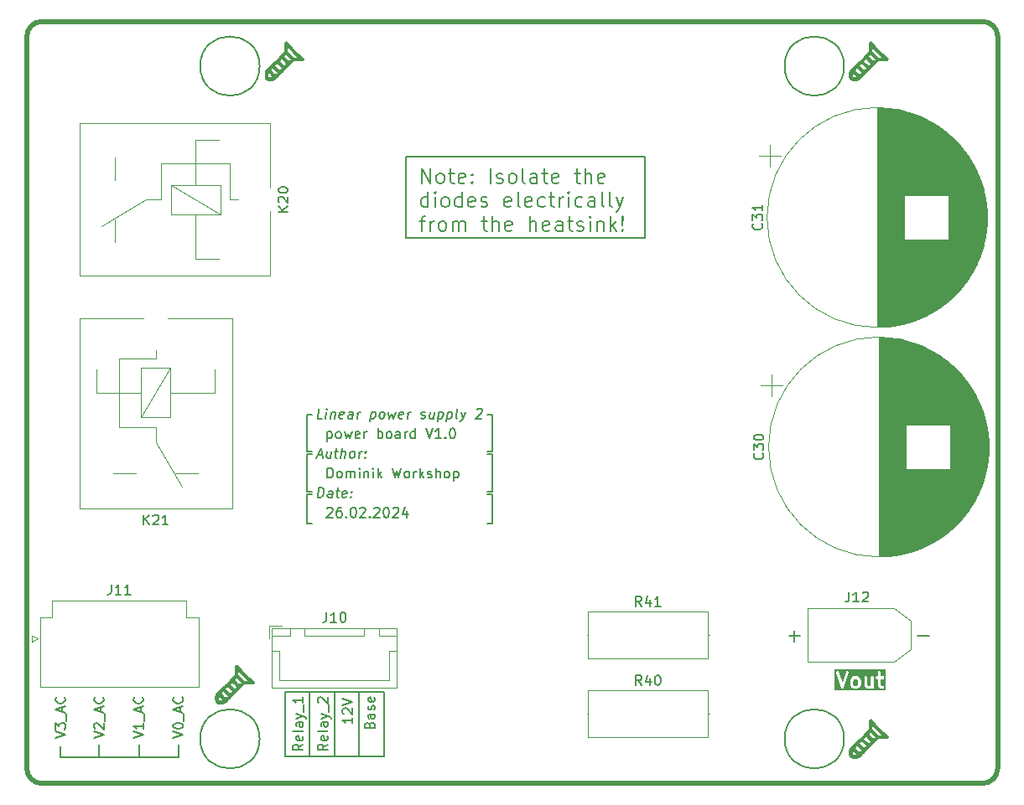
<source format=gbr>
%TF.GenerationSoftware,KiCad,Pcbnew,8.0.7-8.0.7-0~ubuntu22.04.1*%
%TF.CreationDate,2024-12-24T00:34:09+00:00*%
%TF.ProjectId,pcb_power,7063625f-706f-4776-9572-2e6b69636164,1.0.0*%
%TF.SameCoordinates,Original*%
%TF.FileFunction,Legend,Top*%
%TF.FilePolarity,Positive*%
%FSLAX46Y46*%
G04 Gerber Fmt 4.6, Leading zero omitted, Abs format (unit mm)*
G04 Created by KiCad (PCBNEW 8.0.7-8.0.7-0~ubuntu22.04.1) date 2024-12-24 00:34:09*
%MOMM*%
%LPD*%
G01*
G04 APERTURE LIST*
%ADD10C,0.150000*%
%ADD11C,0.500000*%
%ADD12C,0.200000*%
%ADD13C,0.300000*%
%ADD14C,0.000000*%
%ADD15C,0.120000*%
G04 APERTURE END LIST*
D10*
X80500000Y-25000000D02*
G75*
G02*
X74500000Y-25000000I-3000000J0D01*
G01*
X74500000Y-25000000D02*
G75*
G02*
X80500000Y-25000000I3000000J0D01*
G01*
X90550000Y-88250000D02*
X90550000Y-94750000D01*
X83050000Y-88250000D02*
X93050000Y-88250000D01*
X93050000Y-94750000D01*
X83050000Y-94750000D01*
X83050000Y-88250000D01*
D11*
X58500000Y-97500000D02*
G75*
G02*
X57000000Y-96000000I0J1500000D01*
G01*
D10*
X85750000Y-64250000D02*
X85250000Y-64250000D01*
X139500000Y-93000000D02*
G75*
G02*
X133500000Y-93000000I-3000000J0D01*
G01*
X133500000Y-93000000D02*
G75*
G02*
X139500000Y-93000000I3000000J0D01*
G01*
X80500000Y-93000000D02*
G75*
G02*
X74500000Y-93000000I-3000000J0D01*
G01*
X74500000Y-93000000D02*
G75*
G02*
X80500000Y-93000000I3000000J0D01*
G01*
X88050000Y-88250000D02*
X88050000Y-94750000D01*
X85250000Y-64000000D02*
X85750000Y-64000000D01*
X104000000Y-68000000D02*
X103500000Y-68000000D01*
D11*
X155000000Y-96000000D02*
G75*
G02*
X153500000Y-97500000I-1500000J0D01*
G01*
D10*
X139500000Y-25000000D02*
G75*
G02*
X133500000Y-25000000I-3000000J0D01*
G01*
X133500000Y-25000000D02*
G75*
G02*
X139500000Y-25000000I3000000J0D01*
G01*
X103500000Y-64250000D02*
X104000000Y-64250000D01*
X60400000Y-94900000D02*
X60400000Y-93800000D01*
X85750000Y-60250000D02*
X85250000Y-60250000D01*
X85250000Y-71250000D02*
X85750000Y-71250000D01*
D11*
X153500000Y-20500000D02*
G75*
G02*
X155000000Y-22000000I0J-1500000D01*
G01*
D10*
X104000000Y-60250000D02*
X104000000Y-64000000D01*
D11*
X155000000Y-22000000D02*
X155000000Y-96000000D01*
D10*
X85750000Y-68250000D02*
X85250000Y-68250000D01*
X85250000Y-68250000D02*
X85250000Y-71250000D01*
D11*
X57000000Y-22000000D02*
G75*
G02*
X58500000Y-20500000I1500000J0D01*
G01*
D10*
X104000000Y-71250000D02*
X103500000Y-71250000D01*
X85250000Y-60250000D02*
X85250000Y-64000000D01*
X85250000Y-64250000D02*
X85250000Y-68000000D01*
D11*
X153500000Y-97500000D02*
X58500000Y-97500000D01*
D10*
X104000000Y-64250000D02*
X104000000Y-68000000D01*
X68300000Y-93600000D02*
X68300000Y-94900000D01*
X103500000Y-68250000D02*
X104000000Y-68250000D01*
X72300000Y-93600000D02*
X72300000Y-94900000D01*
X64300000Y-93600000D02*
X64300000Y-94900000D01*
D11*
X57000000Y-96000000D02*
X57000000Y-22000000D01*
X58500000Y-20500000D02*
X153500000Y-20500000D01*
D10*
X104000000Y-68250000D02*
X104000000Y-71250000D01*
X104000000Y-64000000D02*
X103500000Y-64000000D01*
X103500000Y-60250000D02*
X104000000Y-60250000D01*
X85550000Y-88250000D02*
X85550000Y-94750000D01*
X72300000Y-94900000D02*
X60400000Y-94900000D01*
X85250000Y-68000000D02*
X85750000Y-68000000D01*
X89869819Y-90848684D02*
X89869819Y-91420112D01*
X89869819Y-91134398D02*
X88869819Y-91134398D01*
X88869819Y-91134398D02*
X89012676Y-91229636D01*
X89012676Y-91229636D02*
X89107914Y-91324874D01*
X89107914Y-91324874D02*
X89155533Y-91420112D01*
X88965057Y-90467731D02*
X88917438Y-90420112D01*
X88917438Y-90420112D02*
X88869819Y-90324874D01*
X88869819Y-90324874D02*
X88869819Y-90086779D01*
X88869819Y-90086779D02*
X88917438Y-89991541D01*
X88917438Y-89991541D02*
X88965057Y-89943922D01*
X88965057Y-89943922D02*
X89060295Y-89896303D01*
X89060295Y-89896303D02*
X89155533Y-89896303D01*
X89155533Y-89896303D02*
X89298390Y-89943922D01*
X89298390Y-89943922D02*
X89869819Y-90515350D01*
X89869819Y-90515350D02*
X89869819Y-89896303D01*
X88869819Y-89610588D02*
X89869819Y-89277255D01*
X89869819Y-89277255D02*
X88869819Y-88943922D01*
X87289160Y-69715057D02*
X87336779Y-69667438D01*
X87336779Y-69667438D02*
X87432017Y-69619819D01*
X87432017Y-69619819D02*
X87670112Y-69619819D01*
X87670112Y-69619819D02*
X87765350Y-69667438D01*
X87765350Y-69667438D02*
X87812969Y-69715057D01*
X87812969Y-69715057D02*
X87860588Y-69810295D01*
X87860588Y-69810295D02*
X87860588Y-69905533D01*
X87860588Y-69905533D02*
X87812969Y-70048390D01*
X87812969Y-70048390D02*
X87241541Y-70619819D01*
X87241541Y-70619819D02*
X87860588Y-70619819D01*
X88717731Y-69619819D02*
X88527255Y-69619819D01*
X88527255Y-69619819D02*
X88432017Y-69667438D01*
X88432017Y-69667438D02*
X88384398Y-69715057D01*
X88384398Y-69715057D02*
X88289160Y-69857914D01*
X88289160Y-69857914D02*
X88241541Y-70048390D01*
X88241541Y-70048390D02*
X88241541Y-70429342D01*
X88241541Y-70429342D02*
X88289160Y-70524580D01*
X88289160Y-70524580D02*
X88336779Y-70572200D01*
X88336779Y-70572200D02*
X88432017Y-70619819D01*
X88432017Y-70619819D02*
X88622493Y-70619819D01*
X88622493Y-70619819D02*
X88717731Y-70572200D01*
X88717731Y-70572200D02*
X88765350Y-70524580D01*
X88765350Y-70524580D02*
X88812969Y-70429342D01*
X88812969Y-70429342D02*
X88812969Y-70191247D01*
X88812969Y-70191247D02*
X88765350Y-70096009D01*
X88765350Y-70096009D02*
X88717731Y-70048390D01*
X88717731Y-70048390D02*
X88622493Y-70000771D01*
X88622493Y-70000771D02*
X88432017Y-70000771D01*
X88432017Y-70000771D02*
X88336779Y-70048390D01*
X88336779Y-70048390D02*
X88289160Y-70096009D01*
X88289160Y-70096009D02*
X88241541Y-70191247D01*
X89241541Y-70524580D02*
X89289160Y-70572200D01*
X89289160Y-70572200D02*
X89241541Y-70619819D01*
X89241541Y-70619819D02*
X89193922Y-70572200D01*
X89193922Y-70572200D02*
X89241541Y-70524580D01*
X89241541Y-70524580D02*
X89241541Y-70619819D01*
X89908207Y-69619819D02*
X90003445Y-69619819D01*
X90003445Y-69619819D02*
X90098683Y-69667438D01*
X90098683Y-69667438D02*
X90146302Y-69715057D01*
X90146302Y-69715057D02*
X90193921Y-69810295D01*
X90193921Y-69810295D02*
X90241540Y-70000771D01*
X90241540Y-70000771D02*
X90241540Y-70238866D01*
X90241540Y-70238866D02*
X90193921Y-70429342D01*
X90193921Y-70429342D02*
X90146302Y-70524580D01*
X90146302Y-70524580D02*
X90098683Y-70572200D01*
X90098683Y-70572200D02*
X90003445Y-70619819D01*
X90003445Y-70619819D02*
X89908207Y-70619819D01*
X89908207Y-70619819D02*
X89812969Y-70572200D01*
X89812969Y-70572200D02*
X89765350Y-70524580D01*
X89765350Y-70524580D02*
X89717731Y-70429342D01*
X89717731Y-70429342D02*
X89670112Y-70238866D01*
X89670112Y-70238866D02*
X89670112Y-70000771D01*
X89670112Y-70000771D02*
X89717731Y-69810295D01*
X89717731Y-69810295D02*
X89765350Y-69715057D01*
X89765350Y-69715057D02*
X89812969Y-69667438D01*
X89812969Y-69667438D02*
X89908207Y-69619819D01*
X90622493Y-69715057D02*
X90670112Y-69667438D01*
X90670112Y-69667438D02*
X90765350Y-69619819D01*
X90765350Y-69619819D02*
X91003445Y-69619819D01*
X91003445Y-69619819D02*
X91098683Y-69667438D01*
X91098683Y-69667438D02*
X91146302Y-69715057D01*
X91146302Y-69715057D02*
X91193921Y-69810295D01*
X91193921Y-69810295D02*
X91193921Y-69905533D01*
X91193921Y-69905533D02*
X91146302Y-70048390D01*
X91146302Y-70048390D02*
X90574874Y-70619819D01*
X90574874Y-70619819D02*
X91193921Y-70619819D01*
X91622493Y-70524580D02*
X91670112Y-70572200D01*
X91670112Y-70572200D02*
X91622493Y-70619819D01*
X91622493Y-70619819D02*
X91574874Y-70572200D01*
X91574874Y-70572200D02*
X91622493Y-70524580D01*
X91622493Y-70524580D02*
X91622493Y-70619819D01*
X92051064Y-69715057D02*
X92098683Y-69667438D01*
X92098683Y-69667438D02*
X92193921Y-69619819D01*
X92193921Y-69619819D02*
X92432016Y-69619819D01*
X92432016Y-69619819D02*
X92527254Y-69667438D01*
X92527254Y-69667438D02*
X92574873Y-69715057D01*
X92574873Y-69715057D02*
X92622492Y-69810295D01*
X92622492Y-69810295D02*
X92622492Y-69905533D01*
X92622492Y-69905533D02*
X92574873Y-70048390D01*
X92574873Y-70048390D02*
X92003445Y-70619819D01*
X92003445Y-70619819D02*
X92622492Y-70619819D01*
X93241540Y-69619819D02*
X93336778Y-69619819D01*
X93336778Y-69619819D02*
X93432016Y-69667438D01*
X93432016Y-69667438D02*
X93479635Y-69715057D01*
X93479635Y-69715057D02*
X93527254Y-69810295D01*
X93527254Y-69810295D02*
X93574873Y-70000771D01*
X93574873Y-70000771D02*
X93574873Y-70238866D01*
X93574873Y-70238866D02*
X93527254Y-70429342D01*
X93527254Y-70429342D02*
X93479635Y-70524580D01*
X93479635Y-70524580D02*
X93432016Y-70572200D01*
X93432016Y-70572200D02*
X93336778Y-70619819D01*
X93336778Y-70619819D02*
X93241540Y-70619819D01*
X93241540Y-70619819D02*
X93146302Y-70572200D01*
X93146302Y-70572200D02*
X93098683Y-70524580D01*
X93098683Y-70524580D02*
X93051064Y-70429342D01*
X93051064Y-70429342D02*
X93003445Y-70238866D01*
X93003445Y-70238866D02*
X93003445Y-70000771D01*
X93003445Y-70000771D02*
X93051064Y-69810295D01*
X93051064Y-69810295D02*
X93098683Y-69715057D01*
X93098683Y-69715057D02*
X93146302Y-69667438D01*
X93146302Y-69667438D02*
X93241540Y-69619819D01*
X93955826Y-69715057D02*
X94003445Y-69667438D01*
X94003445Y-69667438D02*
X94098683Y-69619819D01*
X94098683Y-69619819D02*
X94336778Y-69619819D01*
X94336778Y-69619819D02*
X94432016Y-69667438D01*
X94432016Y-69667438D02*
X94479635Y-69715057D01*
X94479635Y-69715057D02*
X94527254Y-69810295D01*
X94527254Y-69810295D02*
X94527254Y-69905533D01*
X94527254Y-69905533D02*
X94479635Y-70048390D01*
X94479635Y-70048390D02*
X93908207Y-70619819D01*
X93908207Y-70619819D02*
X94527254Y-70619819D01*
X95384397Y-69953152D02*
X95384397Y-70619819D01*
X95146302Y-69572200D02*
X94908207Y-70286485D01*
X94908207Y-70286485D02*
X95527254Y-70286485D01*
X87336779Y-66619819D02*
X87336779Y-65619819D01*
X87336779Y-65619819D02*
X87574874Y-65619819D01*
X87574874Y-65619819D02*
X87717731Y-65667438D01*
X87717731Y-65667438D02*
X87812969Y-65762676D01*
X87812969Y-65762676D02*
X87860588Y-65857914D01*
X87860588Y-65857914D02*
X87908207Y-66048390D01*
X87908207Y-66048390D02*
X87908207Y-66191247D01*
X87908207Y-66191247D02*
X87860588Y-66381723D01*
X87860588Y-66381723D02*
X87812969Y-66476961D01*
X87812969Y-66476961D02*
X87717731Y-66572200D01*
X87717731Y-66572200D02*
X87574874Y-66619819D01*
X87574874Y-66619819D02*
X87336779Y-66619819D01*
X88479636Y-66619819D02*
X88384398Y-66572200D01*
X88384398Y-66572200D02*
X88336779Y-66524580D01*
X88336779Y-66524580D02*
X88289160Y-66429342D01*
X88289160Y-66429342D02*
X88289160Y-66143628D01*
X88289160Y-66143628D02*
X88336779Y-66048390D01*
X88336779Y-66048390D02*
X88384398Y-66000771D01*
X88384398Y-66000771D02*
X88479636Y-65953152D01*
X88479636Y-65953152D02*
X88622493Y-65953152D01*
X88622493Y-65953152D02*
X88717731Y-66000771D01*
X88717731Y-66000771D02*
X88765350Y-66048390D01*
X88765350Y-66048390D02*
X88812969Y-66143628D01*
X88812969Y-66143628D02*
X88812969Y-66429342D01*
X88812969Y-66429342D02*
X88765350Y-66524580D01*
X88765350Y-66524580D02*
X88717731Y-66572200D01*
X88717731Y-66572200D02*
X88622493Y-66619819D01*
X88622493Y-66619819D02*
X88479636Y-66619819D01*
X89241541Y-66619819D02*
X89241541Y-65953152D01*
X89241541Y-66048390D02*
X89289160Y-66000771D01*
X89289160Y-66000771D02*
X89384398Y-65953152D01*
X89384398Y-65953152D02*
X89527255Y-65953152D01*
X89527255Y-65953152D02*
X89622493Y-66000771D01*
X89622493Y-66000771D02*
X89670112Y-66096009D01*
X89670112Y-66096009D02*
X89670112Y-66619819D01*
X89670112Y-66096009D02*
X89717731Y-66000771D01*
X89717731Y-66000771D02*
X89812969Y-65953152D01*
X89812969Y-65953152D02*
X89955826Y-65953152D01*
X89955826Y-65953152D02*
X90051065Y-66000771D01*
X90051065Y-66000771D02*
X90098684Y-66096009D01*
X90098684Y-66096009D02*
X90098684Y-66619819D01*
X90574874Y-66619819D02*
X90574874Y-65953152D01*
X90574874Y-65619819D02*
X90527255Y-65667438D01*
X90527255Y-65667438D02*
X90574874Y-65715057D01*
X90574874Y-65715057D02*
X90622493Y-65667438D01*
X90622493Y-65667438D02*
X90574874Y-65619819D01*
X90574874Y-65619819D02*
X90574874Y-65715057D01*
X91051064Y-65953152D02*
X91051064Y-66619819D01*
X91051064Y-66048390D02*
X91098683Y-66000771D01*
X91098683Y-66000771D02*
X91193921Y-65953152D01*
X91193921Y-65953152D02*
X91336778Y-65953152D01*
X91336778Y-65953152D02*
X91432016Y-66000771D01*
X91432016Y-66000771D02*
X91479635Y-66096009D01*
X91479635Y-66096009D02*
X91479635Y-66619819D01*
X91955826Y-66619819D02*
X91955826Y-65953152D01*
X91955826Y-65619819D02*
X91908207Y-65667438D01*
X91908207Y-65667438D02*
X91955826Y-65715057D01*
X91955826Y-65715057D02*
X92003445Y-65667438D01*
X92003445Y-65667438D02*
X91955826Y-65619819D01*
X91955826Y-65619819D02*
X91955826Y-65715057D01*
X92432016Y-66619819D02*
X92432016Y-65619819D01*
X92527254Y-66238866D02*
X92812968Y-66619819D01*
X92812968Y-65953152D02*
X92432016Y-66334104D01*
X93908207Y-65619819D02*
X94146302Y-66619819D01*
X94146302Y-66619819D02*
X94336778Y-65905533D01*
X94336778Y-65905533D02*
X94527254Y-66619819D01*
X94527254Y-66619819D02*
X94765350Y-65619819D01*
X95289159Y-66619819D02*
X95193921Y-66572200D01*
X95193921Y-66572200D02*
X95146302Y-66524580D01*
X95146302Y-66524580D02*
X95098683Y-66429342D01*
X95098683Y-66429342D02*
X95098683Y-66143628D01*
X95098683Y-66143628D02*
X95146302Y-66048390D01*
X95146302Y-66048390D02*
X95193921Y-66000771D01*
X95193921Y-66000771D02*
X95289159Y-65953152D01*
X95289159Y-65953152D02*
X95432016Y-65953152D01*
X95432016Y-65953152D02*
X95527254Y-66000771D01*
X95527254Y-66000771D02*
X95574873Y-66048390D01*
X95574873Y-66048390D02*
X95622492Y-66143628D01*
X95622492Y-66143628D02*
X95622492Y-66429342D01*
X95622492Y-66429342D02*
X95574873Y-66524580D01*
X95574873Y-66524580D02*
X95527254Y-66572200D01*
X95527254Y-66572200D02*
X95432016Y-66619819D01*
X95432016Y-66619819D02*
X95289159Y-66619819D01*
X96051064Y-66619819D02*
X96051064Y-65953152D01*
X96051064Y-66143628D02*
X96098683Y-66048390D01*
X96098683Y-66048390D02*
X96146302Y-66000771D01*
X96146302Y-66000771D02*
X96241540Y-65953152D01*
X96241540Y-65953152D02*
X96336778Y-65953152D01*
X96670112Y-66619819D02*
X96670112Y-65619819D01*
X96765350Y-66238866D02*
X97051064Y-66619819D01*
X97051064Y-65953152D02*
X96670112Y-66334104D01*
X97432017Y-66572200D02*
X97527255Y-66619819D01*
X97527255Y-66619819D02*
X97717731Y-66619819D01*
X97717731Y-66619819D02*
X97812969Y-66572200D01*
X97812969Y-66572200D02*
X97860588Y-66476961D01*
X97860588Y-66476961D02*
X97860588Y-66429342D01*
X97860588Y-66429342D02*
X97812969Y-66334104D01*
X97812969Y-66334104D02*
X97717731Y-66286485D01*
X97717731Y-66286485D02*
X97574874Y-66286485D01*
X97574874Y-66286485D02*
X97479636Y-66238866D01*
X97479636Y-66238866D02*
X97432017Y-66143628D01*
X97432017Y-66143628D02*
X97432017Y-66096009D01*
X97432017Y-66096009D02*
X97479636Y-66000771D01*
X97479636Y-66000771D02*
X97574874Y-65953152D01*
X97574874Y-65953152D02*
X97717731Y-65953152D01*
X97717731Y-65953152D02*
X97812969Y-66000771D01*
X98289160Y-66619819D02*
X98289160Y-65619819D01*
X98717731Y-66619819D02*
X98717731Y-66096009D01*
X98717731Y-66096009D02*
X98670112Y-66000771D01*
X98670112Y-66000771D02*
X98574874Y-65953152D01*
X98574874Y-65953152D02*
X98432017Y-65953152D01*
X98432017Y-65953152D02*
X98336779Y-66000771D01*
X98336779Y-66000771D02*
X98289160Y-66048390D01*
X99336779Y-66619819D02*
X99241541Y-66572200D01*
X99241541Y-66572200D02*
X99193922Y-66524580D01*
X99193922Y-66524580D02*
X99146303Y-66429342D01*
X99146303Y-66429342D02*
X99146303Y-66143628D01*
X99146303Y-66143628D02*
X99193922Y-66048390D01*
X99193922Y-66048390D02*
X99241541Y-66000771D01*
X99241541Y-66000771D02*
X99336779Y-65953152D01*
X99336779Y-65953152D02*
X99479636Y-65953152D01*
X99479636Y-65953152D02*
X99574874Y-66000771D01*
X99574874Y-66000771D02*
X99622493Y-66048390D01*
X99622493Y-66048390D02*
X99670112Y-66143628D01*
X99670112Y-66143628D02*
X99670112Y-66429342D01*
X99670112Y-66429342D02*
X99622493Y-66524580D01*
X99622493Y-66524580D02*
X99574874Y-66572200D01*
X99574874Y-66572200D02*
X99479636Y-66619819D01*
X99479636Y-66619819D02*
X99336779Y-66619819D01*
X100098684Y-65953152D02*
X100098684Y-66953152D01*
X100098684Y-66000771D02*
X100193922Y-65953152D01*
X100193922Y-65953152D02*
X100384398Y-65953152D01*
X100384398Y-65953152D02*
X100479636Y-66000771D01*
X100479636Y-66000771D02*
X100527255Y-66048390D01*
X100527255Y-66048390D02*
X100574874Y-66143628D01*
X100574874Y-66143628D02*
X100574874Y-66429342D01*
X100574874Y-66429342D02*
X100527255Y-66524580D01*
X100527255Y-66524580D02*
X100479636Y-66572200D01*
X100479636Y-66572200D02*
X100384398Y-66619819D01*
X100384398Y-66619819D02*
X100193922Y-66619819D01*
X100193922Y-66619819D02*
X100098684Y-66572200D01*
X87369819Y-93551066D02*
X86893628Y-93884399D01*
X87369819Y-94122494D02*
X86369819Y-94122494D01*
X86369819Y-94122494D02*
X86369819Y-93741542D01*
X86369819Y-93741542D02*
X86417438Y-93646304D01*
X86417438Y-93646304D02*
X86465057Y-93598685D01*
X86465057Y-93598685D02*
X86560295Y-93551066D01*
X86560295Y-93551066D02*
X86703152Y-93551066D01*
X86703152Y-93551066D02*
X86798390Y-93598685D01*
X86798390Y-93598685D02*
X86846009Y-93646304D01*
X86846009Y-93646304D02*
X86893628Y-93741542D01*
X86893628Y-93741542D02*
X86893628Y-94122494D01*
X87322200Y-92741542D02*
X87369819Y-92836780D01*
X87369819Y-92836780D02*
X87369819Y-93027256D01*
X87369819Y-93027256D02*
X87322200Y-93122494D01*
X87322200Y-93122494D02*
X87226961Y-93170113D01*
X87226961Y-93170113D02*
X86846009Y-93170113D01*
X86846009Y-93170113D02*
X86750771Y-93122494D01*
X86750771Y-93122494D02*
X86703152Y-93027256D01*
X86703152Y-93027256D02*
X86703152Y-92836780D01*
X86703152Y-92836780D02*
X86750771Y-92741542D01*
X86750771Y-92741542D02*
X86846009Y-92693923D01*
X86846009Y-92693923D02*
X86941247Y-92693923D01*
X86941247Y-92693923D02*
X87036485Y-93170113D01*
X87369819Y-92122494D02*
X87322200Y-92217732D01*
X87322200Y-92217732D02*
X87226961Y-92265351D01*
X87226961Y-92265351D02*
X86369819Y-92265351D01*
X87369819Y-91312970D02*
X86846009Y-91312970D01*
X86846009Y-91312970D02*
X86750771Y-91360589D01*
X86750771Y-91360589D02*
X86703152Y-91455827D01*
X86703152Y-91455827D02*
X86703152Y-91646303D01*
X86703152Y-91646303D02*
X86750771Y-91741541D01*
X87322200Y-91312970D02*
X87369819Y-91408208D01*
X87369819Y-91408208D02*
X87369819Y-91646303D01*
X87369819Y-91646303D02*
X87322200Y-91741541D01*
X87322200Y-91741541D02*
X87226961Y-91789160D01*
X87226961Y-91789160D02*
X87131723Y-91789160D01*
X87131723Y-91789160D02*
X87036485Y-91741541D01*
X87036485Y-91741541D02*
X86988866Y-91646303D01*
X86988866Y-91646303D02*
X86988866Y-91408208D01*
X86988866Y-91408208D02*
X86941247Y-91312970D01*
X86703152Y-90932017D02*
X87369819Y-90693922D01*
X86703152Y-90455827D02*
X87369819Y-90693922D01*
X87369819Y-90693922D02*
X87607914Y-90789160D01*
X87607914Y-90789160D02*
X87655533Y-90836779D01*
X87655533Y-90836779D02*
X87703152Y-90932017D01*
X87465057Y-90312970D02*
X87465057Y-89551065D01*
X86465057Y-89360588D02*
X86417438Y-89312969D01*
X86417438Y-89312969D02*
X86369819Y-89217731D01*
X86369819Y-89217731D02*
X86369819Y-88979636D01*
X86369819Y-88979636D02*
X86417438Y-88884398D01*
X86417438Y-88884398D02*
X86465057Y-88836779D01*
X86465057Y-88836779D02*
X86560295Y-88789160D01*
X86560295Y-88789160D02*
X86655533Y-88789160D01*
X86655533Y-88789160D02*
X86798390Y-88836779D01*
X86798390Y-88836779D02*
X87369819Y-89408207D01*
X87369819Y-89408207D02*
X87369819Y-88789160D01*
X67769819Y-92932017D02*
X68769819Y-92598684D01*
X68769819Y-92598684D02*
X67769819Y-92265351D01*
X68769819Y-91408208D02*
X68769819Y-91979636D01*
X68769819Y-91693922D02*
X67769819Y-91693922D01*
X67769819Y-91693922D02*
X67912676Y-91789160D01*
X67912676Y-91789160D02*
X68007914Y-91884398D01*
X68007914Y-91884398D02*
X68055533Y-91979636D01*
X68865057Y-91217732D02*
X68865057Y-90455827D01*
X68484104Y-90265350D02*
X68484104Y-89789160D01*
X68769819Y-90360588D02*
X67769819Y-90027255D01*
X67769819Y-90027255D02*
X68769819Y-89693922D01*
X68674580Y-88789160D02*
X68722200Y-88836779D01*
X68722200Y-88836779D02*
X68769819Y-88979636D01*
X68769819Y-88979636D02*
X68769819Y-89074874D01*
X68769819Y-89074874D02*
X68722200Y-89217731D01*
X68722200Y-89217731D02*
X68626961Y-89312969D01*
X68626961Y-89312969D02*
X68531723Y-89360588D01*
X68531723Y-89360588D02*
X68341247Y-89408207D01*
X68341247Y-89408207D02*
X68198390Y-89408207D01*
X68198390Y-89408207D02*
X68007914Y-89360588D01*
X68007914Y-89360588D02*
X67912676Y-89312969D01*
X67912676Y-89312969D02*
X67817438Y-89217731D01*
X67817438Y-89217731D02*
X67769819Y-89074874D01*
X67769819Y-89074874D02*
X67769819Y-88979636D01*
X67769819Y-88979636D02*
X67817438Y-88836779D01*
X67817438Y-88836779D02*
X67865057Y-88789160D01*
X87336779Y-61953152D02*
X87336779Y-62953152D01*
X87336779Y-62000771D02*
X87432017Y-61953152D01*
X87432017Y-61953152D02*
X87622493Y-61953152D01*
X87622493Y-61953152D02*
X87717731Y-62000771D01*
X87717731Y-62000771D02*
X87765350Y-62048390D01*
X87765350Y-62048390D02*
X87812969Y-62143628D01*
X87812969Y-62143628D02*
X87812969Y-62429342D01*
X87812969Y-62429342D02*
X87765350Y-62524580D01*
X87765350Y-62524580D02*
X87717731Y-62572200D01*
X87717731Y-62572200D02*
X87622493Y-62619819D01*
X87622493Y-62619819D02*
X87432017Y-62619819D01*
X87432017Y-62619819D02*
X87336779Y-62572200D01*
X88384398Y-62619819D02*
X88289160Y-62572200D01*
X88289160Y-62572200D02*
X88241541Y-62524580D01*
X88241541Y-62524580D02*
X88193922Y-62429342D01*
X88193922Y-62429342D02*
X88193922Y-62143628D01*
X88193922Y-62143628D02*
X88241541Y-62048390D01*
X88241541Y-62048390D02*
X88289160Y-62000771D01*
X88289160Y-62000771D02*
X88384398Y-61953152D01*
X88384398Y-61953152D02*
X88527255Y-61953152D01*
X88527255Y-61953152D02*
X88622493Y-62000771D01*
X88622493Y-62000771D02*
X88670112Y-62048390D01*
X88670112Y-62048390D02*
X88717731Y-62143628D01*
X88717731Y-62143628D02*
X88717731Y-62429342D01*
X88717731Y-62429342D02*
X88670112Y-62524580D01*
X88670112Y-62524580D02*
X88622493Y-62572200D01*
X88622493Y-62572200D02*
X88527255Y-62619819D01*
X88527255Y-62619819D02*
X88384398Y-62619819D01*
X89051065Y-61953152D02*
X89241541Y-62619819D01*
X89241541Y-62619819D02*
X89432017Y-62143628D01*
X89432017Y-62143628D02*
X89622493Y-62619819D01*
X89622493Y-62619819D02*
X89812969Y-61953152D01*
X90574874Y-62572200D02*
X90479636Y-62619819D01*
X90479636Y-62619819D02*
X90289160Y-62619819D01*
X90289160Y-62619819D02*
X90193922Y-62572200D01*
X90193922Y-62572200D02*
X90146303Y-62476961D01*
X90146303Y-62476961D02*
X90146303Y-62096009D01*
X90146303Y-62096009D02*
X90193922Y-62000771D01*
X90193922Y-62000771D02*
X90289160Y-61953152D01*
X90289160Y-61953152D02*
X90479636Y-61953152D01*
X90479636Y-61953152D02*
X90574874Y-62000771D01*
X90574874Y-62000771D02*
X90622493Y-62096009D01*
X90622493Y-62096009D02*
X90622493Y-62191247D01*
X90622493Y-62191247D02*
X90146303Y-62286485D01*
X91051065Y-62619819D02*
X91051065Y-61953152D01*
X91051065Y-62143628D02*
X91098684Y-62048390D01*
X91098684Y-62048390D02*
X91146303Y-62000771D01*
X91146303Y-62000771D02*
X91241541Y-61953152D01*
X91241541Y-61953152D02*
X91336779Y-61953152D01*
X92432018Y-62619819D02*
X92432018Y-61619819D01*
X92432018Y-62000771D02*
X92527256Y-61953152D01*
X92527256Y-61953152D02*
X92717732Y-61953152D01*
X92717732Y-61953152D02*
X92812970Y-62000771D01*
X92812970Y-62000771D02*
X92860589Y-62048390D01*
X92860589Y-62048390D02*
X92908208Y-62143628D01*
X92908208Y-62143628D02*
X92908208Y-62429342D01*
X92908208Y-62429342D02*
X92860589Y-62524580D01*
X92860589Y-62524580D02*
X92812970Y-62572200D01*
X92812970Y-62572200D02*
X92717732Y-62619819D01*
X92717732Y-62619819D02*
X92527256Y-62619819D01*
X92527256Y-62619819D02*
X92432018Y-62572200D01*
X93479637Y-62619819D02*
X93384399Y-62572200D01*
X93384399Y-62572200D02*
X93336780Y-62524580D01*
X93336780Y-62524580D02*
X93289161Y-62429342D01*
X93289161Y-62429342D02*
X93289161Y-62143628D01*
X93289161Y-62143628D02*
X93336780Y-62048390D01*
X93336780Y-62048390D02*
X93384399Y-62000771D01*
X93384399Y-62000771D02*
X93479637Y-61953152D01*
X93479637Y-61953152D02*
X93622494Y-61953152D01*
X93622494Y-61953152D02*
X93717732Y-62000771D01*
X93717732Y-62000771D02*
X93765351Y-62048390D01*
X93765351Y-62048390D02*
X93812970Y-62143628D01*
X93812970Y-62143628D02*
X93812970Y-62429342D01*
X93812970Y-62429342D02*
X93765351Y-62524580D01*
X93765351Y-62524580D02*
X93717732Y-62572200D01*
X93717732Y-62572200D02*
X93622494Y-62619819D01*
X93622494Y-62619819D02*
X93479637Y-62619819D01*
X94670113Y-62619819D02*
X94670113Y-62096009D01*
X94670113Y-62096009D02*
X94622494Y-62000771D01*
X94622494Y-62000771D02*
X94527256Y-61953152D01*
X94527256Y-61953152D02*
X94336780Y-61953152D01*
X94336780Y-61953152D02*
X94241542Y-62000771D01*
X94670113Y-62572200D02*
X94574875Y-62619819D01*
X94574875Y-62619819D02*
X94336780Y-62619819D01*
X94336780Y-62619819D02*
X94241542Y-62572200D01*
X94241542Y-62572200D02*
X94193923Y-62476961D01*
X94193923Y-62476961D02*
X94193923Y-62381723D01*
X94193923Y-62381723D02*
X94241542Y-62286485D01*
X94241542Y-62286485D02*
X94336780Y-62238866D01*
X94336780Y-62238866D02*
X94574875Y-62238866D01*
X94574875Y-62238866D02*
X94670113Y-62191247D01*
X95146304Y-62619819D02*
X95146304Y-61953152D01*
X95146304Y-62143628D02*
X95193923Y-62048390D01*
X95193923Y-62048390D02*
X95241542Y-62000771D01*
X95241542Y-62000771D02*
X95336780Y-61953152D01*
X95336780Y-61953152D02*
X95432018Y-61953152D01*
X96193923Y-62619819D02*
X96193923Y-61619819D01*
X96193923Y-62572200D02*
X96098685Y-62619819D01*
X96098685Y-62619819D02*
X95908209Y-62619819D01*
X95908209Y-62619819D02*
X95812971Y-62572200D01*
X95812971Y-62572200D02*
X95765352Y-62524580D01*
X95765352Y-62524580D02*
X95717733Y-62429342D01*
X95717733Y-62429342D02*
X95717733Y-62143628D01*
X95717733Y-62143628D02*
X95765352Y-62048390D01*
X95765352Y-62048390D02*
X95812971Y-62000771D01*
X95812971Y-62000771D02*
X95908209Y-61953152D01*
X95908209Y-61953152D02*
X96098685Y-61953152D01*
X96098685Y-61953152D02*
X96193923Y-62000771D01*
X97289162Y-61619819D02*
X97622495Y-62619819D01*
X97622495Y-62619819D02*
X97955828Y-61619819D01*
X98812971Y-62619819D02*
X98241543Y-62619819D01*
X98527257Y-62619819D02*
X98527257Y-61619819D01*
X98527257Y-61619819D02*
X98432019Y-61762676D01*
X98432019Y-61762676D02*
X98336781Y-61857914D01*
X98336781Y-61857914D02*
X98241543Y-61905533D01*
X99241543Y-62524580D02*
X99289162Y-62572200D01*
X99289162Y-62572200D02*
X99241543Y-62619819D01*
X99241543Y-62619819D02*
X99193924Y-62572200D01*
X99193924Y-62572200D02*
X99241543Y-62524580D01*
X99241543Y-62524580D02*
X99241543Y-62619819D01*
X99908209Y-61619819D02*
X100003447Y-61619819D01*
X100003447Y-61619819D02*
X100098685Y-61667438D01*
X100098685Y-61667438D02*
X100146304Y-61715057D01*
X100146304Y-61715057D02*
X100193923Y-61810295D01*
X100193923Y-61810295D02*
X100241542Y-62000771D01*
X100241542Y-62000771D02*
X100241542Y-62238866D01*
X100241542Y-62238866D02*
X100193923Y-62429342D01*
X100193923Y-62429342D02*
X100146304Y-62524580D01*
X100146304Y-62524580D02*
X100098685Y-62572200D01*
X100098685Y-62572200D02*
X100003447Y-62619819D01*
X100003447Y-62619819D02*
X99908209Y-62619819D01*
X99908209Y-62619819D02*
X99812971Y-62572200D01*
X99812971Y-62572200D02*
X99765352Y-62524580D01*
X99765352Y-62524580D02*
X99717733Y-62429342D01*
X99717733Y-62429342D02*
X99670114Y-62238866D01*
X99670114Y-62238866D02*
X99670114Y-62000771D01*
X99670114Y-62000771D02*
X99717733Y-61810295D01*
X99717733Y-61810295D02*
X99765352Y-61715057D01*
X99765352Y-61715057D02*
X99812971Y-61667438D01*
X99812971Y-61667438D02*
X99908209Y-61619819D01*
D12*
X86363720Y-68617219D02*
X86488720Y-67617219D01*
X86488720Y-67617219D02*
X86726816Y-67617219D01*
X86726816Y-67617219D02*
X86863720Y-67664838D01*
X86863720Y-67664838D02*
X86947054Y-67760076D01*
X86947054Y-67760076D02*
X86982768Y-67855314D01*
X86982768Y-67855314D02*
X87006578Y-68045790D01*
X87006578Y-68045790D02*
X86988720Y-68188647D01*
X86988720Y-68188647D02*
X86917292Y-68379123D01*
X86917292Y-68379123D02*
X86857768Y-68474361D01*
X86857768Y-68474361D02*
X86750625Y-68569600D01*
X86750625Y-68569600D02*
X86601816Y-68617219D01*
X86601816Y-68617219D02*
X86363720Y-68617219D01*
X87792292Y-68617219D02*
X87857768Y-68093409D01*
X87857768Y-68093409D02*
X87822054Y-67998171D01*
X87822054Y-67998171D02*
X87732768Y-67950552D01*
X87732768Y-67950552D02*
X87542292Y-67950552D01*
X87542292Y-67950552D02*
X87441101Y-67998171D01*
X87798244Y-68569600D02*
X87697054Y-68617219D01*
X87697054Y-68617219D02*
X87458958Y-68617219D01*
X87458958Y-68617219D02*
X87369673Y-68569600D01*
X87369673Y-68569600D02*
X87333958Y-68474361D01*
X87333958Y-68474361D02*
X87345863Y-68379123D01*
X87345863Y-68379123D02*
X87405387Y-68283885D01*
X87405387Y-68283885D02*
X87506578Y-68236266D01*
X87506578Y-68236266D02*
X87744673Y-68236266D01*
X87744673Y-68236266D02*
X87845863Y-68188647D01*
X88208959Y-67950552D02*
X88589911Y-67950552D01*
X88393482Y-67617219D02*
X88286340Y-68474361D01*
X88286340Y-68474361D02*
X88322054Y-68569600D01*
X88322054Y-68569600D02*
X88411340Y-68617219D01*
X88411340Y-68617219D02*
X88506578Y-68617219D01*
X89226816Y-68569600D02*
X89125626Y-68617219D01*
X89125626Y-68617219D02*
X88935149Y-68617219D01*
X88935149Y-68617219D02*
X88845864Y-68569600D01*
X88845864Y-68569600D02*
X88810149Y-68474361D01*
X88810149Y-68474361D02*
X88857769Y-68093409D01*
X88857769Y-68093409D02*
X88917292Y-67998171D01*
X88917292Y-67998171D02*
X89018483Y-67950552D01*
X89018483Y-67950552D02*
X89208959Y-67950552D01*
X89208959Y-67950552D02*
X89298245Y-67998171D01*
X89298245Y-67998171D02*
X89333959Y-68093409D01*
X89333959Y-68093409D02*
X89322054Y-68188647D01*
X89322054Y-68188647D02*
X88833959Y-68283885D01*
X89708959Y-68521980D02*
X89750626Y-68569600D01*
X89750626Y-68569600D02*
X89697054Y-68617219D01*
X89697054Y-68617219D02*
X89655388Y-68569600D01*
X89655388Y-68569600D02*
X89708959Y-68521980D01*
X89708959Y-68521980D02*
X89697054Y-68617219D01*
X89774435Y-67998171D02*
X89816102Y-68045790D01*
X89816102Y-68045790D02*
X89762531Y-68093409D01*
X89762531Y-68093409D02*
X89720864Y-68045790D01*
X89720864Y-68045790D02*
X89774435Y-67998171D01*
X89774435Y-67998171D02*
X89762531Y-68093409D01*
D10*
X91596009Y-91598684D02*
X91643628Y-91455827D01*
X91643628Y-91455827D02*
X91691247Y-91408208D01*
X91691247Y-91408208D02*
X91786485Y-91360589D01*
X91786485Y-91360589D02*
X91929342Y-91360589D01*
X91929342Y-91360589D02*
X92024580Y-91408208D01*
X92024580Y-91408208D02*
X92072200Y-91455827D01*
X92072200Y-91455827D02*
X92119819Y-91551065D01*
X92119819Y-91551065D02*
X92119819Y-91932017D01*
X92119819Y-91932017D02*
X91119819Y-91932017D01*
X91119819Y-91932017D02*
X91119819Y-91598684D01*
X91119819Y-91598684D02*
X91167438Y-91503446D01*
X91167438Y-91503446D02*
X91215057Y-91455827D01*
X91215057Y-91455827D02*
X91310295Y-91408208D01*
X91310295Y-91408208D02*
X91405533Y-91408208D01*
X91405533Y-91408208D02*
X91500771Y-91455827D01*
X91500771Y-91455827D02*
X91548390Y-91503446D01*
X91548390Y-91503446D02*
X91596009Y-91598684D01*
X91596009Y-91598684D02*
X91596009Y-91932017D01*
X92119819Y-90503446D02*
X91596009Y-90503446D01*
X91596009Y-90503446D02*
X91500771Y-90551065D01*
X91500771Y-90551065D02*
X91453152Y-90646303D01*
X91453152Y-90646303D02*
X91453152Y-90836779D01*
X91453152Y-90836779D02*
X91500771Y-90932017D01*
X92072200Y-90503446D02*
X92119819Y-90598684D01*
X92119819Y-90598684D02*
X92119819Y-90836779D01*
X92119819Y-90836779D02*
X92072200Y-90932017D01*
X92072200Y-90932017D02*
X91976961Y-90979636D01*
X91976961Y-90979636D02*
X91881723Y-90979636D01*
X91881723Y-90979636D02*
X91786485Y-90932017D01*
X91786485Y-90932017D02*
X91738866Y-90836779D01*
X91738866Y-90836779D02*
X91738866Y-90598684D01*
X91738866Y-90598684D02*
X91691247Y-90503446D01*
X92072200Y-90074874D02*
X92119819Y-89979636D01*
X92119819Y-89979636D02*
X92119819Y-89789160D01*
X92119819Y-89789160D02*
X92072200Y-89693922D01*
X92072200Y-89693922D02*
X91976961Y-89646303D01*
X91976961Y-89646303D02*
X91929342Y-89646303D01*
X91929342Y-89646303D02*
X91834104Y-89693922D01*
X91834104Y-89693922D02*
X91786485Y-89789160D01*
X91786485Y-89789160D02*
X91786485Y-89932017D01*
X91786485Y-89932017D02*
X91738866Y-90027255D01*
X91738866Y-90027255D02*
X91643628Y-90074874D01*
X91643628Y-90074874D02*
X91596009Y-90074874D01*
X91596009Y-90074874D02*
X91500771Y-90027255D01*
X91500771Y-90027255D02*
X91453152Y-89932017D01*
X91453152Y-89932017D02*
X91453152Y-89789160D01*
X91453152Y-89789160D02*
X91500771Y-89693922D01*
X92072200Y-88836779D02*
X92119819Y-88932017D01*
X92119819Y-88932017D02*
X92119819Y-89122493D01*
X92119819Y-89122493D02*
X92072200Y-89217731D01*
X92072200Y-89217731D02*
X91976961Y-89265350D01*
X91976961Y-89265350D02*
X91596009Y-89265350D01*
X91596009Y-89265350D02*
X91500771Y-89217731D01*
X91500771Y-89217731D02*
X91453152Y-89122493D01*
X91453152Y-89122493D02*
X91453152Y-88932017D01*
X91453152Y-88932017D02*
X91500771Y-88836779D01*
X91500771Y-88836779D02*
X91596009Y-88789160D01*
X91596009Y-88789160D02*
X91691247Y-88789160D01*
X91691247Y-88789160D02*
X91786485Y-89265350D01*
X63769819Y-92932017D02*
X64769819Y-92598684D01*
X64769819Y-92598684D02*
X63769819Y-92265351D01*
X63865057Y-91979636D02*
X63817438Y-91932017D01*
X63817438Y-91932017D02*
X63769819Y-91836779D01*
X63769819Y-91836779D02*
X63769819Y-91598684D01*
X63769819Y-91598684D02*
X63817438Y-91503446D01*
X63817438Y-91503446D02*
X63865057Y-91455827D01*
X63865057Y-91455827D02*
X63960295Y-91408208D01*
X63960295Y-91408208D02*
X64055533Y-91408208D01*
X64055533Y-91408208D02*
X64198390Y-91455827D01*
X64198390Y-91455827D02*
X64769819Y-92027255D01*
X64769819Y-92027255D02*
X64769819Y-91408208D01*
X64865057Y-91217732D02*
X64865057Y-90455827D01*
X64484104Y-90265350D02*
X64484104Y-89789160D01*
X64769819Y-90360588D02*
X63769819Y-90027255D01*
X63769819Y-90027255D02*
X64769819Y-89693922D01*
X64674580Y-88789160D02*
X64722200Y-88836779D01*
X64722200Y-88836779D02*
X64769819Y-88979636D01*
X64769819Y-88979636D02*
X64769819Y-89074874D01*
X64769819Y-89074874D02*
X64722200Y-89217731D01*
X64722200Y-89217731D02*
X64626961Y-89312969D01*
X64626961Y-89312969D02*
X64531723Y-89360588D01*
X64531723Y-89360588D02*
X64341247Y-89408207D01*
X64341247Y-89408207D02*
X64198390Y-89408207D01*
X64198390Y-89408207D02*
X64007914Y-89360588D01*
X64007914Y-89360588D02*
X63912676Y-89312969D01*
X63912676Y-89312969D02*
X63817438Y-89217731D01*
X63817438Y-89217731D02*
X63769819Y-89074874D01*
X63769819Y-89074874D02*
X63769819Y-88979636D01*
X63769819Y-88979636D02*
X63817438Y-88836779D01*
X63817438Y-88836779D02*
X63865057Y-88789160D01*
D12*
X86351816Y-64331504D02*
X86828006Y-64331504D01*
X86220863Y-64617219D02*
X86679197Y-63617219D01*
X86679197Y-63617219D02*
X86887530Y-64617219D01*
X87732768Y-63950552D02*
X87649435Y-64617219D01*
X87304197Y-63950552D02*
X87238721Y-64474361D01*
X87238721Y-64474361D02*
X87274435Y-64569600D01*
X87274435Y-64569600D02*
X87363721Y-64617219D01*
X87363721Y-64617219D02*
X87506578Y-64617219D01*
X87506578Y-64617219D02*
X87607768Y-64569600D01*
X87607768Y-64569600D02*
X87661340Y-64521980D01*
X88066102Y-63950552D02*
X88447054Y-63950552D01*
X88250625Y-63617219D02*
X88143483Y-64474361D01*
X88143483Y-64474361D02*
X88179197Y-64569600D01*
X88179197Y-64569600D02*
X88268483Y-64617219D01*
X88268483Y-64617219D02*
X88363721Y-64617219D01*
X88697054Y-64617219D02*
X88822054Y-63617219D01*
X89125626Y-64617219D02*
X89191102Y-64093409D01*
X89191102Y-64093409D02*
X89155388Y-63998171D01*
X89155388Y-63998171D02*
X89066102Y-63950552D01*
X89066102Y-63950552D02*
X88923245Y-63950552D01*
X88923245Y-63950552D02*
X88822054Y-63998171D01*
X88822054Y-63998171D02*
X88768483Y-64045790D01*
X89744674Y-64617219D02*
X89655388Y-64569600D01*
X89655388Y-64569600D02*
X89613721Y-64521980D01*
X89613721Y-64521980D02*
X89578007Y-64426742D01*
X89578007Y-64426742D02*
X89613721Y-64141028D01*
X89613721Y-64141028D02*
X89673245Y-64045790D01*
X89673245Y-64045790D02*
X89726816Y-63998171D01*
X89726816Y-63998171D02*
X89828007Y-63950552D01*
X89828007Y-63950552D02*
X89970864Y-63950552D01*
X89970864Y-63950552D02*
X90060150Y-63998171D01*
X90060150Y-63998171D02*
X90101816Y-64045790D01*
X90101816Y-64045790D02*
X90137531Y-64141028D01*
X90137531Y-64141028D02*
X90101816Y-64426742D01*
X90101816Y-64426742D02*
X90042293Y-64521980D01*
X90042293Y-64521980D02*
X89988721Y-64569600D01*
X89988721Y-64569600D02*
X89887531Y-64617219D01*
X89887531Y-64617219D02*
X89744674Y-64617219D01*
X90506578Y-64617219D02*
X90589912Y-63950552D01*
X90566102Y-64141028D02*
X90625626Y-64045790D01*
X90625626Y-64045790D02*
X90679197Y-63998171D01*
X90679197Y-63998171D02*
X90780388Y-63950552D01*
X90780388Y-63950552D02*
X90875626Y-63950552D01*
X91137531Y-64521980D02*
X91179198Y-64569600D01*
X91179198Y-64569600D02*
X91125626Y-64617219D01*
X91125626Y-64617219D02*
X91083960Y-64569600D01*
X91083960Y-64569600D02*
X91137531Y-64521980D01*
X91137531Y-64521980D02*
X91125626Y-64617219D01*
X91203007Y-63998171D02*
X91244674Y-64045790D01*
X91244674Y-64045790D02*
X91191103Y-64093409D01*
X91191103Y-64093409D02*
X91149436Y-64045790D01*
X91149436Y-64045790D02*
X91203007Y-63998171D01*
X91203007Y-63998171D02*
X91191103Y-64093409D01*
D13*
G36*
X140822800Y-86995535D02*
G01*
X140859804Y-87032539D01*
X140904510Y-87121951D01*
X140904510Y-87479704D01*
X140859803Y-87569117D01*
X140822798Y-87606122D01*
X140733386Y-87650828D01*
X140589920Y-87650828D01*
X140500506Y-87606121D01*
X140463501Y-87569116D01*
X140418796Y-87479704D01*
X140418796Y-87121951D01*
X140463501Y-87032540D01*
X140500506Y-86995535D01*
X140589920Y-86950828D01*
X140733386Y-86950828D01*
X140822800Y-86995535D01*
G37*
G36*
X143725438Y-88117495D02*
G01*
X138524736Y-88117495D01*
X138524736Y-86319589D01*
X138691403Y-86319589D01*
X138697923Y-86348262D01*
X139197923Y-87848262D01*
X139209911Y-87875113D01*
X139216933Y-87883210D01*
X139221726Y-87892795D01*
X139235932Y-87905116D01*
X139248258Y-87919328D01*
X139257845Y-87924121D01*
X139265940Y-87931142D01*
X139283782Y-87937089D01*
X139300606Y-87945501D01*
X139311296Y-87946260D01*
X139321464Y-87949650D01*
X139340220Y-87948317D01*
X139358986Y-87949651D01*
X139369156Y-87946260D01*
X139379845Y-87945501D01*
X139396666Y-87937090D01*
X139414510Y-87931142D01*
X139422606Y-87924119D01*
X139432192Y-87919327D01*
X139444515Y-87905118D01*
X139458724Y-87892795D01*
X139463516Y-87883209D01*
X139470539Y-87875113D01*
X139482527Y-87848262D01*
X139736434Y-87086542D01*
X140118796Y-87086542D01*
X140118796Y-87515114D01*
X140121678Y-87544378D01*
X140123740Y-87549356D01*
X140124122Y-87554732D01*
X140134632Y-87582196D01*
X140206060Y-87725053D01*
X140213987Y-87737646D01*
X140215503Y-87741306D01*
X140218884Y-87745425D01*
X140221725Y-87749939D01*
X140224718Y-87752535D01*
X140234158Y-87764037D01*
X140305587Y-87835466D01*
X140317091Y-87844907D01*
X140319686Y-87847899D01*
X140324195Y-87850737D01*
X140328318Y-87854121D01*
X140331979Y-87855637D01*
X140344571Y-87863564D01*
X140487429Y-87934992D01*
X140514892Y-87945502D01*
X140520267Y-87945883D01*
X140525246Y-87947946D01*
X140554510Y-87950828D01*
X140768796Y-87950828D01*
X140798060Y-87947946D01*
X140803038Y-87945883D01*
X140808414Y-87945502D01*
X140835878Y-87934992D01*
X140978735Y-87863564D01*
X140991328Y-87855636D01*
X140994988Y-87854121D01*
X140999107Y-87850739D01*
X141003621Y-87847899D01*
X141006217Y-87844905D01*
X141017719Y-87835466D01*
X141089148Y-87764037D01*
X141098589Y-87752532D01*
X141101581Y-87749938D01*
X141104419Y-87745428D01*
X141107803Y-87741306D01*
X141109319Y-87737644D01*
X141117246Y-87725053D01*
X141188674Y-87582195D01*
X141199184Y-87554732D01*
X141199565Y-87549356D01*
X141201628Y-87544378D01*
X141204510Y-87515114D01*
X141204510Y-87086542D01*
X141201628Y-87057278D01*
X141199565Y-87052299D01*
X141199184Y-87046924D01*
X141188674Y-87019461D01*
X141117246Y-86876603D01*
X141109317Y-86864008D01*
X141107802Y-86860349D01*
X141104420Y-86856228D01*
X141101581Y-86851718D01*
X141098589Y-86849123D01*
X141089147Y-86837618D01*
X141052356Y-86800828D01*
X141547367Y-86800828D01*
X141547367Y-87586542D01*
X141550249Y-87615806D01*
X141552310Y-87620783D01*
X141552693Y-87626161D01*
X141563203Y-87653624D01*
X141634632Y-87796482D01*
X141637712Y-87801376D01*
X141638482Y-87803684D01*
X141640974Y-87806557D01*
X141650297Y-87821368D01*
X141664508Y-87833692D01*
X141676829Y-87847899D01*
X141691636Y-87857220D01*
X141694512Y-87859714D01*
X141696820Y-87860483D01*
X141701714Y-87863564D01*
X141844572Y-87934992D01*
X141872035Y-87945502D01*
X141877410Y-87945883D01*
X141882389Y-87947946D01*
X141911653Y-87950828D01*
X142125939Y-87950828D01*
X142155203Y-87947946D01*
X142160181Y-87945883D01*
X142165557Y-87945502D01*
X142193021Y-87934992D01*
X142241895Y-87910554D01*
X142256889Y-87925548D01*
X142310961Y-87947946D01*
X142369489Y-87947946D01*
X142423561Y-87925548D01*
X142464945Y-87884164D01*
X142487343Y-87830092D01*
X142490225Y-87800828D01*
X142490225Y-86800828D01*
X142487343Y-86771564D01*
X142693107Y-86771564D01*
X142693107Y-86830092D01*
X142715505Y-86884164D01*
X142756889Y-86925548D01*
X142810961Y-86947946D01*
X142840225Y-86950828D01*
X142904510Y-86950828D01*
X142904510Y-87586542D01*
X142907392Y-87615806D01*
X142909453Y-87620783D01*
X142909836Y-87626161D01*
X142920346Y-87653624D01*
X142991775Y-87796482D01*
X142994855Y-87801376D01*
X142995625Y-87803684D01*
X142998117Y-87806557D01*
X143007440Y-87821368D01*
X143021651Y-87833692D01*
X143033972Y-87847899D01*
X143048779Y-87857220D01*
X143051655Y-87859714D01*
X143053963Y-87860483D01*
X143058857Y-87863564D01*
X143201715Y-87934992D01*
X143229178Y-87945502D01*
X143234553Y-87945883D01*
X143239532Y-87947946D01*
X143268796Y-87950828D01*
X143411653Y-87950828D01*
X143440917Y-87947946D01*
X143494989Y-87925548D01*
X143536373Y-87884164D01*
X143558771Y-87830092D01*
X143558771Y-87771564D01*
X143536373Y-87717492D01*
X143494989Y-87676108D01*
X143440917Y-87653710D01*
X143411653Y-87650828D01*
X143304206Y-87650828D01*
X143237742Y-87617596D01*
X143204510Y-87551132D01*
X143204510Y-86950828D01*
X143411653Y-86950828D01*
X143440917Y-86947946D01*
X143494989Y-86925548D01*
X143536373Y-86884164D01*
X143558771Y-86830092D01*
X143558771Y-86771564D01*
X143536373Y-86717492D01*
X143494989Y-86676108D01*
X143440917Y-86653710D01*
X143411653Y-86650828D01*
X143204510Y-86650828D01*
X143204510Y-86300828D01*
X143201628Y-86271564D01*
X143179230Y-86217492D01*
X143137846Y-86176108D01*
X143083774Y-86153710D01*
X143025246Y-86153710D01*
X142971174Y-86176108D01*
X142929790Y-86217492D01*
X142907392Y-86271564D01*
X142904510Y-86300828D01*
X142904510Y-86650828D01*
X142840225Y-86650828D01*
X142810961Y-86653710D01*
X142756889Y-86676108D01*
X142715505Y-86717492D01*
X142693107Y-86771564D01*
X142487343Y-86771564D01*
X142464945Y-86717492D01*
X142423561Y-86676108D01*
X142369489Y-86653710D01*
X142310961Y-86653710D01*
X142256889Y-86676108D01*
X142215505Y-86717492D01*
X142193107Y-86771564D01*
X142190225Y-86800828D01*
X142190225Y-87595839D01*
X142179941Y-87606122D01*
X142090529Y-87650828D01*
X141947063Y-87650828D01*
X141880599Y-87617596D01*
X141847367Y-87551132D01*
X141847367Y-86800828D01*
X141844485Y-86771564D01*
X141822087Y-86717492D01*
X141780703Y-86676108D01*
X141726631Y-86653710D01*
X141668103Y-86653710D01*
X141614031Y-86676108D01*
X141572647Y-86717492D01*
X141550249Y-86771564D01*
X141547367Y-86800828D01*
X141052356Y-86800828D01*
X141017718Y-86766190D01*
X141006218Y-86756752D01*
X141003621Y-86753758D01*
X140999104Y-86750915D01*
X140994987Y-86747536D01*
X140991330Y-86746021D01*
X140978735Y-86738093D01*
X140835878Y-86666664D01*
X140808415Y-86656155D01*
X140803040Y-86655773D01*
X140798060Y-86653710D01*
X140768796Y-86650828D01*
X140554510Y-86650828D01*
X140525246Y-86653710D01*
X140520265Y-86655773D01*
X140514891Y-86656155D01*
X140487427Y-86666664D01*
X140344571Y-86738093D01*
X140331977Y-86746020D01*
X140328318Y-86747536D01*
X140324197Y-86750917D01*
X140319685Y-86753758D01*
X140317088Y-86756751D01*
X140305588Y-86766190D01*
X140234159Y-86837618D01*
X140224719Y-86849120D01*
X140221725Y-86851717D01*
X140218883Y-86856231D01*
X140215504Y-86860349D01*
X140213988Y-86864007D01*
X140206060Y-86876603D01*
X140134632Y-87019460D01*
X140124122Y-87046924D01*
X140123740Y-87052299D01*
X140121678Y-87057278D01*
X140118796Y-87086542D01*
X139736434Y-87086542D01*
X139982528Y-86348262D01*
X139989048Y-86319588D01*
X139984898Y-86261208D01*
X139958724Y-86208861D01*
X139914510Y-86170514D01*
X139858986Y-86152005D01*
X139800606Y-86156155D01*
X139748258Y-86182328D01*
X139709911Y-86226543D01*
X139697923Y-86253394D01*
X139340225Y-87326486D01*
X138982527Y-86253394D01*
X138970539Y-86226543D01*
X138932192Y-86182329D01*
X138879845Y-86156155D01*
X138821464Y-86152006D01*
X138765940Y-86170514D01*
X138721726Y-86208861D01*
X138695552Y-86261208D01*
X138691403Y-86319589D01*
X138524736Y-86319589D01*
X138524736Y-85985338D01*
X143725438Y-85985338D01*
X143725438Y-88117495D01*
G37*
D12*
X86839911Y-60617219D02*
X86363720Y-60617219D01*
X86363720Y-60617219D02*
X86488720Y-59617219D01*
X87173244Y-60617219D02*
X87256578Y-59950552D01*
X87298244Y-59617219D02*
X87244673Y-59664838D01*
X87244673Y-59664838D02*
X87286340Y-59712457D01*
X87286340Y-59712457D02*
X87339911Y-59664838D01*
X87339911Y-59664838D02*
X87298244Y-59617219D01*
X87298244Y-59617219D02*
X87286340Y-59712457D01*
X87732768Y-59950552D02*
X87649434Y-60617219D01*
X87720863Y-60045790D02*
X87774434Y-59998171D01*
X87774434Y-59998171D02*
X87875625Y-59950552D01*
X87875625Y-59950552D02*
X88018482Y-59950552D01*
X88018482Y-59950552D02*
X88107768Y-59998171D01*
X88107768Y-59998171D02*
X88143482Y-60093409D01*
X88143482Y-60093409D02*
X88078006Y-60617219D01*
X88941101Y-60569600D02*
X88839911Y-60617219D01*
X88839911Y-60617219D02*
X88649434Y-60617219D01*
X88649434Y-60617219D02*
X88560149Y-60569600D01*
X88560149Y-60569600D02*
X88524434Y-60474361D01*
X88524434Y-60474361D02*
X88572054Y-60093409D01*
X88572054Y-60093409D02*
X88631577Y-59998171D01*
X88631577Y-59998171D02*
X88732768Y-59950552D01*
X88732768Y-59950552D02*
X88923244Y-59950552D01*
X88923244Y-59950552D02*
X89012530Y-59998171D01*
X89012530Y-59998171D02*
X89048244Y-60093409D01*
X89048244Y-60093409D02*
X89036339Y-60188647D01*
X89036339Y-60188647D02*
X88548244Y-60283885D01*
X89839911Y-60617219D02*
X89905387Y-60093409D01*
X89905387Y-60093409D02*
X89869673Y-59998171D01*
X89869673Y-59998171D02*
X89780387Y-59950552D01*
X89780387Y-59950552D02*
X89589911Y-59950552D01*
X89589911Y-59950552D02*
X89488720Y-59998171D01*
X89845863Y-60569600D02*
X89744673Y-60617219D01*
X89744673Y-60617219D02*
X89506577Y-60617219D01*
X89506577Y-60617219D02*
X89417292Y-60569600D01*
X89417292Y-60569600D02*
X89381577Y-60474361D01*
X89381577Y-60474361D02*
X89393482Y-60379123D01*
X89393482Y-60379123D02*
X89453006Y-60283885D01*
X89453006Y-60283885D02*
X89554197Y-60236266D01*
X89554197Y-60236266D02*
X89792292Y-60236266D01*
X89792292Y-60236266D02*
X89893482Y-60188647D01*
X90316101Y-60617219D02*
X90399435Y-59950552D01*
X90375625Y-60141028D02*
X90435149Y-60045790D01*
X90435149Y-60045790D02*
X90488720Y-59998171D01*
X90488720Y-59998171D02*
X90589911Y-59950552D01*
X90589911Y-59950552D02*
X90685149Y-59950552D01*
X91780388Y-59950552D02*
X91655388Y-60950552D01*
X91774435Y-59998171D02*
X91875626Y-59950552D01*
X91875626Y-59950552D02*
X92066102Y-59950552D01*
X92066102Y-59950552D02*
X92155388Y-59998171D01*
X92155388Y-59998171D02*
X92197054Y-60045790D01*
X92197054Y-60045790D02*
X92232769Y-60141028D01*
X92232769Y-60141028D02*
X92197054Y-60426742D01*
X92197054Y-60426742D02*
X92137531Y-60521980D01*
X92137531Y-60521980D02*
X92083959Y-60569600D01*
X92083959Y-60569600D02*
X91982769Y-60617219D01*
X91982769Y-60617219D02*
X91792292Y-60617219D01*
X91792292Y-60617219D02*
X91703007Y-60569600D01*
X92744674Y-60617219D02*
X92655388Y-60569600D01*
X92655388Y-60569600D02*
X92613721Y-60521980D01*
X92613721Y-60521980D02*
X92578007Y-60426742D01*
X92578007Y-60426742D02*
X92613721Y-60141028D01*
X92613721Y-60141028D02*
X92673245Y-60045790D01*
X92673245Y-60045790D02*
X92726816Y-59998171D01*
X92726816Y-59998171D02*
X92828007Y-59950552D01*
X92828007Y-59950552D02*
X92970864Y-59950552D01*
X92970864Y-59950552D02*
X93060150Y-59998171D01*
X93060150Y-59998171D02*
X93101816Y-60045790D01*
X93101816Y-60045790D02*
X93137531Y-60141028D01*
X93137531Y-60141028D02*
X93101816Y-60426742D01*
X93101816Y-60426742D02*
X93042293Y-60521980D01*
X93042293Y-60521980D02*
X92988721Y-60569600D01*
X92988721Y-60569600D02*
X92887531Y-60617219D01*
X92887531Y-60617219D02*
X92744674Y-60617219D01*
X93494674Y-59950552D02*
X93601816Y-60617219D01*
X93601816Y-60617219D02*
X93851816Y-60141028D01*
X93851816Y-60141028D02*
X93982769Y-60617219D01*
X93982769Y-60617219D02*
X94256578Y-59950552D01*
X94941102Y-60569600D02*
X94839912Y-60617219D01*
X94839912Y-60617219D02*
X94649435Y-60617219D01*
X94649435Y-60617219D02*
X94560150Y-60569600D01*
X94560150Y-60569600D02*
X94524435Y-60474361D01*
X94524435Y-60474361D02*
X94572055Y-60093409D01*
X94572055Y-60093409D02*
X94631578Y-59998171D01*
X94631578Y-59998171D02*
X94732769Y-59950552D01*
X94732769Y-59950552D02*
X94923245Y-59950552D01*
X94923245Y-59950552D02*
X95012531Y-59998171D01*
X95012531Y-59998171D02*
X95048245Y-60093409D01*
X95048245Y-60093409D02*
X95036340Y-60188647D01*
X95036340Y-60188647D02*
X94548245Y-60283885D01*
X95411340Y-60617219D02*
X95494674Y-59950552D01*
X95470864Y-60141028D02*
X95530388Y-60045790D01*
X95530388Y-60045790D02*
X95583959Y-59998171D01*
X95583959Y-59998171D02*
X95685150Y-59950552D01*
X95685150Y-59950552D02*
X95780388Y-59950552D01*
X96750627Y-60569600D02*
X96839912Y-60617219D01*
X96839912Y-60617219D02*
X97030389Y-60617219D01*
X97030389Y-60617219D02*
X97131579Y-60569600D01*
X97131579Y-60569600D02*
X97191103Y-60474361D01*
X97191103Y-60474361D02*
X97197055Y-60426742D01*
X97197055Y-60426742D02*
X97161341Y-60331504D01*
X97161341Y-60331504D02*
X97072055Y-60283885D01*
X97072055Y-60283885D02*
X96929198Y-60283885D01*
X96929198Y-60283885D02*
X96839912Y-60236266D01*
X96839912Y-60236266D02*
X96804198Y-60141028D01*
X96804198Y-60141028D02*
X96810151Y-60093409D01*
X96810151Y-60093409D02*
X96869674Y-59998171D01*
X96869674Y-59998171D02*
X96970865Y-59950552D01*
X96970865Y-59950552D02*
X97113722Y-59950552D01*
X97113722Y-59950552D02*
X97203008Y-59998171D01*
X98113722Y-59950552D02*
X98030389Y-60617219D01*
X97685151Y-59950552D02*
X97619675Y-60474361D01*
X97619675Y-60474361D02*
X97655389Y-60569600D01*
X97655389Y-60569600D02*
X97744675Y-60617219D01*
X97744675Y-60617219D02*
X97887532Y-60617219D01*
X97887532Y-60617219D02*
X97988722Y-60569600D01*
X97988722Y-60569600D02*
X98042294Y-60521980D01*
X98589913Y-59950552D02*
X98464913Y-60950552D01*
X98583960Y-59998171D02*
X98685151Y-59950552D01*
X98685151Y-59950552D02*
X98875627Y-59950552D01*
X98875627Y-59950552D02*
X98964913Y-59998171D01*
X98964913Y-59998171D02*
X99006579Y-60045790D01*
X99006579Y-60045790D02*
X99042294Y-60141028D01*
X99042294Y-60141028D02*
X99006579Y-60426742D01*
X99006579Y-60426742D02*
X98947056Y-60521980D01*
X98947056Y-60521980D02*
X98893484Y-60569600D01*
X98893484Y-60569600D02*
X98792294Y-60617219D01*
X98792294Y-60617219D02*
X98601817Y-60617219D01*
X98601817Y-60617219D02*
X98512532Y-60569600D01*
X99494675Y-59950552D02*
X99369675Y-60950552D01*
X99488722Y-59998171D02*
X99589913Y-59950552D01*
X99589913Y-59950552D02*
X99780389Y-59950552D01*
X99780389Y-59950552D02*
X99869675Y-59998171D01*
X99869675Y-59998171D02*
X99911341Y-60045790D01*
X99911341Y-60045790D02*
X99947056Y-60141028D01*
X99947056Y-60141028D02*
X99911341Y-60426742D01*
X99911341Y-60426742D02*
X99851818Y-60521980D01*
X99851818Y-60521980D02*
X99798246Y-60569600D01*
X99798246Y-60569600D02*
X99697056Y-60617219D01*
X99697056Y-60617219D02*
X99506579Y-60617219D01*
X99506579Y-60617219D02*
X99417294Y-60569600D01*
X100458961Y-60617219D02*
X100369675Y-60569600D01*
X100369675Y-60569600D02*
X100333961Y-60474361D01*
X100333961Y-60474361D02*
X100441103Y-59617219D01*
X100828009Y-59950552D02*
X100982771Y-60617219D01*
X101304199Y-59950552D02*
X100982771Y-60617219D01*
X100982771Y-60617219D02*
X100857771Y-60855314D01*
X100857771Y-60855314D02*
X100804199Y-60902933D01*
X100804199Y-60902933D02*
X100703009Y-60950552D01*
X102429200Y-59712457D02*
X102482771Y-59664838D01*
X102482771Y-59664838D02*
X102583961Y-59617219D01*
X102583961Y-59617219D02*
X102822057Y-59617219D01*
X102822057Y-59617219D02*
X102911342Y-59664838D01*
X102911342Y-59664838D02*
X102953009Y-59712457D01*
X102953009Y-59712457D02*
X102988723Y-59807695D01*
X102988723Y-59807695D02*
X102976819Y-59902933D01*
X102976819Y-59902933D02*
X102911342Y-60045790D01*
X102911342Y-60045790D02*
X102268485Y-60617219D01*
X102268485Y-60617219D02*
X102887533Y-60617219D01*
D10*
X59869819Y-92932017D02*
X60869819Y-92598684D01*
X60869819Y-92598684D02*
X59869819Y-92265351D01*
X59869819Y-92027255D02*
X59869819Y-91408208D01*
X59869819Y-91408208D02*
X60250771Y-91741541D01*
X60250771Y-91741541D02*
X60250771Y-91598684D01*
X60250771Y-91598684D02*
X60298390Y-91503446D01*
X60298390Y-91503446D02*
X60346009Y-91455827D01*
X60346009Y-91455827D02*
X60441247Y-91408208D01*
X60441247Y-91408208D02*
X60679342Y-91408208D01*
X60679342Y-91408208D02*
X60774580Y-91455827D01*
X60774580Y-91455827D02*
X60822200Y-91503446D01*
X60822200Y-91503446D02*
X60869819Y-91598684D01*
X60869819Y-91598684D02*
X60869819Y-91884398D01*
X60869819Y-91884398D02*
X60822200Y-91979636D01*
X60822200Y-91979636D02*
X60774580Y-92027255D01*
X60965057Y-91217732D02*
X60965057Y-90455827D01*
X60584104Y-90265350D02*
X60584104Y-89789160D01*
X60869819Y-90360588D02*
X59869819Y-90027255D01*
X59869819Y-90027255D02*
X60869819Y-89693922D01*
X60774580Y-88789160D02*
X60822200Y-88836779D01*
X60822200Y-88836779D02*
X60869819Y-88979636D01*
X60869819Y-88979636D02*
X60869819Y-89074874D01*
X60869819Y-89074874D02*
X60822200Y-89217731D01*
X60822200Y-89217731D02*
X60726961Y-89312969D01*
X60726961Y-89312969D02*
X60631723Y-89360588D01*
X60631723Y-89360588D02*
X60441247Y-89408207D01*
X60441247Y-89408207D02*
X60298390Y-89408207D01*
X60298390Y-89408207D02*
X60107914Y-89360588D01*
X60107914Y-89360588D02*
X60012676Y-89312969D01*
X60012676Y-89312969D02*
X59917438Y-89217731D01*
X59917438Y-89217731D02*
X59869819Y-89074874D01*
X59869819Y-89074874D02*
X59869819Y-88979636D01*
X59869819Y-88979636D02*
X59917438Y-88836779D01*
X59917438Y-88836779D02*
X59965057Y-88789160D01*
X84869819Y-93551066D02*
X84393628Y-93884399D01*
X84869819Y-94122494D02*
X83869819Y-94122494D01*
X83869819Y-94122494D02*
X83869819Y-93741542D01*
X83869819Y-93741542D02*
X83917438Y-93646304D01*
X83917438Y-93646304D02*
X83965057Y-93598685D01*
X83965057Y-93598685D02*
X84060295Y-93551066D01*
X84060295Y-93551066D02*
X84203152Y-93551066D01*
X84203152Y-93551066D02*
X84298390Y-93598685D01*
X84298390Y-93598685D02*
X84346009Y-93646304D01*
X84346009Y-93646304D02*
X84393628Y-93741542D01*
X84393628Y-93741542D02*
X84393628Y-94122494D01*
X84822200Y-92741542D02*
X84869819Y-92836780D01*
X84869819Y-92836780D02*
X84869819Y-93027256D01*
X84869819Y-93027256D02*
X84822200Y-93122494D01*
X84822200Y-93122494D02*
X84726961Y-93170113D01*
X84726961Y-93170113D02*
X84346009Y-93170113D01*
X84346009Y-93170113D02*
X84250771Y-93122494D01*
X84250771Y-93122494D02*
X84203152Y-93027256D01*
X84203152Y-93027256D02*
X84203152Y-92836780D01*
X84203152Y-92836780D02*
X84250771Y-92741542D01*
X84250771Y-92741542D02*
X84346009Y-92693923D01*
X84346009Y-92693923D02*
X84441247Y-92693923D01*
X84441247Y-92693923D02*
X84536485Y-93170113D01*
X84869819Y-92122494D02*
X84822200Y-92217732D01*
X84822200Y-92217732D02*
X84726961Y-92265351D01*
X84726961Y-92265351D02*
X83869819Y-92265351D01*
X84869819Y-91312970D02*
X84346009Y-91312970D01*
X84346009Y-91312970D02*
X84250771Y-91360589D01*
X84250771Y-91360589D02*
X84203152Y-91455827D01*
X84203152Y-91455827D02*
X84203152Y-91646303D01*
X84203152Y-91646303D02*
X84250771Y-91741541D01*
X84822200Y-91312970D02*
X84869819Y-91408208D01*
X84869819Y-91408208D02*
X84869819Y-91646303D01*
X84869819Y-91646303D02*
X84822200Y-91741541D01*
X84822200Y-91741541D02*
X84726961Y-91789160D01*
X84726961Y-91789160D02*
X84631723Y-91789160D01*
X84631723Y-91789160D02*
X84536485Y-91741541D01*
X84536485Y-91741541D02*
X84488866Y-91646303D01*
X84488866Y-91646303D02*
X84488866Y-91408208D01*
X84488866Y-91408208D02*
X84441247Y-91312970D01*
X84203152Y-90932017D02*
X84869819Y-90693922D01*
X84203152Y-90455827D02*
X84869819Y-90693922D01*
X84869819Y-90693922D02*
X85107914Y-90789160D01*
X85107914Y-90789160D02*
X85155533Y-90836779D01*
X85155533Y-90836779D02*
X85203152Y-90932017D01*
X84965057Y-90312970D02*
X84965057Y-89551065D01*
X84869819Y-88789160D02*
X84869819Y-89360588D01*
X84869819Y-89074874D02*
X83869819Y-89074874D01*
X83869819Y-89074874D02*
X84012676Y-89170112D01*
X84012676Y-89170112D02*
X84107914Y-89265350D01*
X84107914Y-89265350D02*
X84155533Y-89360588D01*
X71769819Y-92932017D02*
X72769819Y-92598684D01*
X72769819Y-92598684D02*
X71769819Y-92265351D01*
X71769819Y-91741541D02*
X71769819Y-91646303D01*
X71769819Y-91646303D02*
X71817438Y-91551065D01*
X71817438Y-91551065D02*
X71865057Y-91503446D01*
X71865057Y-91503446D02*
X71960295Y-91455827D01*
X71960295Y-91455827D02*
X72150771Y-91408208D01*
X72150771Y-91408208D02*
X72388866Y-91408208D01*
X72388866Y-91408208D02*
X72579342Y-91455827D01*
X72579342Y-91455827D02*
X72674580Y-91503446D01*
X72674580Y-91503446D02*
X72722200Y-91551065D01*
X72722200Y-91551065D02*
X72769819Y-91646303D01*
X72769819Y-91646303D02*
X72769819Y-91741541D01*
X72769819Y-91741541D02*
X72722200Y-91836779D01*
X72722200Y-91836779D02*
X72674580Y-91884398D01*
X72674580Y-91884398D02*
X72579342Y-91932017D01*
X72579342Y-91932017D02*
X72388866Y-91979636D01*
X72388866Y-91979636D02*
X72150771Y-91979636D01*
X72150771Y-91979636D02*
X71960295Y-91932017D01*
X71960295Y-91932017D02*
X71865057Y-91884398D01*
X71865057Y-91884398D02*
X71817438Y-91836779D01*
X71817438Y-91836779D02*
X71769819Y-91741541D01*
X72865057Y-91217732D02*
X72865057Y-90455827D01*
X72484104Y-90265350D02*
X72484104Y-89789160D01*
X72769819Y-90360588D02*
X71769819Y-90027255D01*
X71769819Y-90027255D02*
X72769819Y-89693922D01*
X72674580Y-88789160D02*
X72722200Y-88836779D01*
X72722200Y-88836779D02*
X72769819Y-88979636D01*
X72769819Y-88979636D02*
X72769819Y-89074874D01*
X72769819Y-89074874D02*
X72722200Y-89217731D01*
X72722200Y-89217731D02*
X72626961Y-89312969D01*
X72626961Y-89312969D02*
X72531723Y-89360588D01*
X72531723Y-89360588D02*
X72341247Y-89408207D01*
X72341247Y-89408207D02*
X72198390Y-89408207D01*
X72198390Y-89408207D02*
X72007914Y-89360588D01*
X72007914Y-89360588D02*
X71912676Y-89312969D01*
X71912676Y-89312969D02*
X71817438Y-89217731D01*
X71817438Y-89217731D02*
X71769819Y-89074874D01*
X71769819Y-89074874D02*
X71769819Y-88979636D01*
X71769819Y-88979636D02*
X71817438Y-88836779D01*
X71817438Y-88836779D02*
X71865057Y-88789160D01*
X96855826Y-36838628D02*
X96855826Y-35338628D01*
X96855826Y-35338628D02*
X97712969Y-36838628D01*
X97712969Y-36838628D02*
X97712969Y-35338628D01*
X98641541Y-36838628D02*
X98498684Y-36767200D01*
X98498684Y-36767200D02*
X98427255Y-36695771D01*
X98427255Y-36695771D02*
X98355827Y-36552914D01*
X98355827Y-36552914D02*
X98355827Y-36124342D01*
X98355827Y-36124342D02*
X98427255Y-35981485D01*
X98427255Y-35981485D02*
X98498684Y-35910057D01*
X98498684Y-35910057D02*
X98641541Y-35838628D01*
X98641541Y-35838628D02*
X98855827Y-35838628D01*
X98855827Y-35838628D02*
X98998684Y-35910057D01*
X98998684Y-35910057D02*
X99070113Y-35981485D01*
X99070113Y-35981485D02*
X99141541Y-36124342D01*
X99141541Y-36124342D02*
X99141541Y-36552914D01*
X99141541Y-36552914D02*
X99070113Y-36695771D01*
X99070113Y-36695771D02*
X98998684Y-36767200D01*
X98998684Y-36767200D02*
X98855827Y-36838628D01*
X98855827Y-36838628D02*
X98641541Y-36838628D01*
X99570113Y-35838628D02*
X100141541Y-35838628D01*
X99784398Y-35338628D02*
X99784398Y-36624342D01*
X99784398Y-36624342D02*
X99855827Y-36767200D01*
X99855827Y-36767200D02*
X99998684Y-36838628D01*
X99998684Y-36838628D02*
X100141541Y-36838628D01*
X101212970Y-36767200D02*
X101070113Y-36838628D01*
X101070113Y-36838628D02*
X100784399Y-36838628D01*
X100784399Y-36838628D02*
X100641541Y-36767200D01*
X100641541Y-36767200D02*
X100570113Y-36624342D01*
X100570113Y-36624342D02*
X100570113Y-36052914D01*
X100570113Y-36052914D02*
X100641541Y-35910057D01*
X100641541Y-35910057D02*
X100784399Y-35838628D01*
X100784399Y-35838628D02*
X101070113Y-35838628D01*
X101070113Y-35838628D02*
X101212970Y-35910057D01*
X101212970Y-35910057D02*
X101284399Y-36052914D01*
X101284399Y-36052914D02*
X101284399Y-36195771D01*
X101284399Y-36195771D02*
X100570113Y-36338628D01*
X101927255Y-36695771D02*
X101998684Y-36767200D01*
X101998684Y-36767200D02*
X101927255Y-36838628D01*
X101927255Y-36838628D02*
X101855827Y-36767200D01*
X101855827Y-36767200D02*
X101927255Y-36695771D01*
X101927255Y-36695771D02*
X101927255Y-36838628D01*
X101927255Y-35910057D02*
X101998684Y-35981485D01*
X101998684Y-35981485D02*
X101927255Y-36052914D01*
X101927255Y-36052914D02*
X101855827Y-35981485D01*
X101855827Y-35981485D02*
X101927255Y-35910057D01*
X101927255Y-35910057D02*
X101927255Y-36052914D01*
X103784398Y-36838628D02*
X103784398Y-35338628D01*
X104427256Y-36767200D02*
X104570113Y-36838628D01*
X104570113Y-36838628D02*
X104855827Y-36838628D01*
X104855827Y-36838628D02*
X104998684Y-36767200D01*
X104998684Y-36767200D02*
X105070113Y-36624342D01*
X105070113Y-36624342D02*
X105070113Y-36552914D01*
X105070113Y-36552914D02*
X104998684Y-36410057D01*
X104998684Y-36410057D02*
X104855827Y-36338628D01*
X104855827Y-36338628D02*
X104641542Y-36338628D01*
X104641542Y-36338628D02*
X104498684Y-36267200D01*
X104498684Y-36267200D02*
X104427256Y-36124342D01*
X104427256Y-36124342D02*
X104427256Y-36052914D01*
X104427256Y-36052914D02*
X104498684Y-35910057D01*
X104498684Y-35910057D02*
X104641542Y-35838628D01*
X104641542Y-35838628D02*
X104855827Y-35838628D01*
X104855827Y-35838628D02*
X104998684Y-35910057D01*
X105927256Y-36838628D02*
X105784399Y-36767200D01*
X105784399Y-36767200D02*
X105712970Y-36695771D01*
X105712970Y-36695771D02*
X105641542Y-36552914D01*
X105641542Y-36552914D02*
X105641542Y-36124342D01*
X105641542Y-36124342D02*
X105712970Y-35981485D01*
X105712970Y-35981485D02*
X105784399Y-35910057D01*
X105784399Y-35910057D02*
X105927256Y-35838628D01*
X105927256Y-35838628D02*
X106141542Y-35838628D01*
X106141542Y-35838628D02*
X106284399Y-35910057D01*
X106284399Y-35910057D02*
X106355828Y-35981485D01*
X106355828Y-35981485D02*
X106427256Y-36124342D01*
X106427256Y-36124342D02*
X106427256Y-36552914D01*
X106427256Y-36552914D02*
X106355828Y-36695771D01*
X106355828Y-36695771D02*
X106284399Y-36767200D01*
X106284399Y-36767200D02*
X106141542Y-36838628D01*
X106141542Y-36838628D02*
X105927256Y-36838628D01*
X107284399Y-36838628D02*
X107141542Y-36767200D01*
X107141542Y-36767200D02*
X107070113Y-36624342D01*
X107070113Y-36624342D02*
X107070113Y-35338628D01*
X108498685Y-36838628D02*
X108498685Y-36052914D01*
X108498685Y-36052914D02*
X108427256Y-35910057D01*
X108427256Y-35910057D02*
X108284399Y-35838628D01*
X108284399Y-35838628D02*
X107998685Y-35838628D01*
X107998685Y-35838628D02*
X107855827Y-35910057D01*
X108498685Y-36767200D02*
X108355827Y-36838628D01*
X108355827Y-36838628D02*
X107998685Y-36838628D01*
X107998685Y-36838628D02*
X107855827Y-36767200D01*
X107855827Y-36767200D02*
X107784399Y-36624342D01*
X107784399Y-36624342D02*
X107784399Y-36481485D01*
X107784399Y-36481485D02*
X107855827Y-36338628D01*
X107855827Y-36338628D02*
X107998685Y-36267200D01*
X107998685Y-36267200D02*
X108355827Y-36267200D01*
X108355827Y-36267200D02*
X108498685Y-36195771D01*
X108998685Y-35838628D02*
X109570113Y-35838628D01*
X109212970Y-35338628D02*
X109212970Y-36624342D01*
X109212970Y-36624342D02*
X109284399Y-36767200D01*
X109284399Y-36767200D02*
X109427256Y-36838628D01*
X109427256Y-36838628D02*
X109570113Y-36838628D01*
X110641542Y-36767200D02*
X110498685Y-36838628D01*
X110498685Y-36838628D02*
X110212971Y-36838628D01*
X110212971Y-36838628D02*
X110070113Y-36767200D01*
X110070113Y-36767200D02*
X109998685Y-36624342D01*
X109998685Y-36624342D02*
X109998685Y-36052914D01*
X109998685Y-36052914D02*
X110070113Y-35910057D01*
X110070113Y-35910057D02*
X110212971Y-35838628D01*
X110212971Y-35838628D02*
X110498685Y-35838628D01*
X110498685Y-35838628D02*
X110641542Y-35910057D01*
X110641542Y-35910057D02*
X110712971Y-36052914D01*
X110712971Y-36052914D02*
X110712971Y-36195771D01*
X110712971Y-36195771D02*
X109998685Y-36338628D01*
X112284399Y-35838628D02*
X112855827Y-35838628D01*
X112498684Y-35338628D02*
X112498684Y-36624342D01*
X112498684Y-36624342D02*
X112570113Y-36767200D01*
X112570113Y-36767200D02*
X112712970Y-36838628D01*
X112712970Y-36838628D02*
X112855827Y-36838628D01*
X113355827Y-36838628D02*
X113355827Y-35338628D01*
X113998685Y-36838628D02*
X113998685Y-36052914D01*
X113998685Y-36052914D02*
X113927256Y-35910057D01*
X113927256Y-35910057D02*
X113784399Y-35838628D01*
X113784399Y-35838628D02*
X113570113Y-35838628D01*
X113570113Y-35838628D02*
X113427256Y-35910057D01*
X113427256Y-35910057D02*
X113355827Y-35981485D01*
X115284399Y-36767200D02*
X115141542Y-36838628D01*
X115141542Y-36838628D02*
X114855828Y-36838628D01*
X114855828Y-36838628D02*
X114712970Y-36767200D01*
X114712970Y-36767200D02*
X114641542Y-36624342D01*
X114641542Y-36624342D02*
X114641542Y-36052914D01*
X114641542Y-36052914D02*
X114712970Y-35910057D01*
X114712970Y-35910057D02*
X114855828Y-35838628D01*
X114855828Y-35838628D02*
X115141542Y-35838628D01*
X115141542Y-35838628D02*
X115284399Y-35910057D01*
X115284399Y-35910057D02*
X115355828Y-36052914D01*
X115355828Y-36052914D02*
X115355828Y-36195771D01*
X115355828Y-36195771D02*
X114641542Y-36338628D01*
X97498684Y-39253544D02*
X97498684Y-37753544D01*
X97498684Y-39182116D02*
X97355826Y-39253544D01*
X97355826Y-39253544D02*
X97070112Y-39253544D01*
X97070112Y-39253544D02*
X96927255Y-39182116D01*
X96927255Y-39182116D02*
X96855826Y-39110687D01*
X96855826Y-39110687D02*
X96784398Y-38967830D01*
X96784398Y-38967830D02*
X96784398Y-38539258D01*
X96784398Y-38539258D02*
X96855826Y-38396401D01*
X96855826Y-38396401D02*
X96927255Y-38324973D01*
X96927255Y-38324973D02*
X97070112Y-38253544D01*
X97070112Y-38253544D02*
X97355826Y-38253544D01*
X97355826Y-38253544D02*
X97498684Y-38324973D01*
X98212969Y-39253544D02*
X98212969Y-38253544D01*
X98212969Y-37753544D02*
X98141541Y-37824973D01*
X98141541Y-37824973D02*
X98212969Y-37896401D01*
X98212969Y-37896401D02*
X98284398Y-37824973D01*
X98284398Y-37824973D02*
X98212969Y-37753544D01*
X98212969Y-37753544D02*
X98212969Y-37896401D01*
X99141541Y-39253544D02*
X98998684Y-39182116D01*
X98998684Y-39182116D02*
X98927255Y-39110687D01*
X98927255Y-39110687D02*
X98855827Y-38967830D01*
X98855827Y-38967830D02*
X98855827Y-38539258D01*
X98855827Y-38539258D02*
X98927255Y-38396401D01*
X98927255Y-38396401D02*
X98998684Y-38324973D01*
X98998684Y-38324973D02*
X99141541Y-38253544D01*
X99141541Y-38253544D02*
X99355827Y-38253544D01*
X99355827Y-38253544D02*
X99498684Y-38324973D01*
X99498684Y-38324973D02*
X99570113Y-38396401D01*
X99570113Y-38396401D02*
X99641541Y-38539258D01*
X99641541Y-38539258D02*
X99641541Y-38967830D01*
X99641541Y-38967830D02*
X99570113Y-39110687D01*
X99570113Y-39110687D02*
X99498684Y-39182116D01*
X99498684Y-39182116D02*
X99355827Y-39253544D01*
X99355827Y-39253544D02*
X99141541Y-39253544D01*
X100927256Y-39253544D02*
X100927256Y-37753544D01*
X100927256Y-39182116D02*
X100784398Y-39253544D01*
X100784398Y-39253544D02*
X100498684Y-39253544D01*
X100498684Y-39253544D02*
X100355827Y-39182116D01*
X100355827Y-39182116D02*
X100284398Y-39110687D01*
X100284398Y-39110687D02*
X100212970Y-38967830D01*
X100212970Y-38967830D02*
X100212970Y-38539258D01*
X100212970Y-38539258D02*
X100284398Y-38396401D01*
X100284398Y-38396401D02*
X100355827Y-38324973D01*
X100355827Y-38324973D02*
X100498684Y-38253544D01*
X100498684Y-38253544D02*
X100784398Y-38253544D01*
X100784398Y-38253544D02*
X100927256Y-38324973D01*
X102212970Y-39182116D02*
X102070113Y-39253544D01*
X102070113Y-39253544D02*
X101784399Y-39253544D01*
X101784399Y-39253544D02*
X101641541Y-39182116D01*
X101641541Y-39182116D02*
X101570113Y-39039258D01*
X101570113Y-39039258D02*
X101570113Y-38467830D01*
X101570113Y-38467830D02*
X101641541Y-38324973D01*
X101641541Y-38324973D02*
X101784399Y-38253544D01*
X101784399Y-38253544D02*
X102070113Y-38253544D01*
X102070113Y-38253544D02*
X102212970Y-38324973D01*
X102212970Y-38324973D02*
X102284399Y-38467830D01*
X102284399Y-38467830D02*
X102284399Y-38610687D01*
X102284399Y-38610687D02*
X101570113Y-38753544D01*
X102855827Y-39182116D02*
X102998684Y-39253544D01*
X102998684Y-39253544D02*
X103284398Y-39253544D01*
X103284398Y-39253544D02*
X103427255Y-39182116D01*
X103427255Y-39182116D02*
X103498684Y-39039258D01*
X103498684Y-39039258D02*
X103498684Y-38967830D01*
X103498684Y-38967830D02*
X103427255Y-38824973D01*
X103427255Y-38824973D02*
X103284398Y-38753544D01*
X103284398Y-38753544D02*
X103070113Y-38753544D01*
X103070113Y-38753544D02*
X102927255Y-38682116D01*
X102927255Y-38682116D02*
X102855827Y-38539258D01*
X102855827Y-38539258D02*
X102855827Y-38467830D01*
X102855827Y-38467830D02*
X102927255Y-38324973D01*
X102927255Y-38324973D02*
X103070113Y-38253544D01*
X103070113Y-38253544D02*
X103284398Y-38253544D01*
X103284398Y-38253544D02*
X103427255Y-38324973D01*
X105855827Y-39182116D02*
X105712970Y-39253544D01*
X105712970Y-39253544D02*
X105427256Y-39253544D01*
X105427256Y-39253544D02*
X105284398Y-39182116D01*
X105284398Y-39182116D02*
X105212970Y-39039258D01*
X105212970Y-39039258D02*
X105212970Y-38467830D01*
X105212970Y-38467830D02*
X105284398Y-38324973D01*
X105284398Y-38324973D02*
X105427256Y-38253544D01*
X105427256Y-38253544D02*
X105712970Y-38253544D01*
X105712970Y-38253544D02*
X105855827Y-38324973D01*
X105855827Y-38324973D02*
X105927256Y-38467830D01*
X105927256Y-38467830D02*
X105927256Y-38610687D01*
X105927256Y-38610687D02*
X105212970Y-38753544D01*
X106784398Y-39253544D02*
X106641541Y-39182116D01*
X106641541Y-39182116D02*
X106570112Y-39039258D01*
X106570112Y-39039258D02*
X106570112Y-37753544D01*
X107927255Y-39182116D02*
X107784398Y-39253544D01*
X107784398Y-39253544D02*
X107498684Y-39253544D01*
X107498684Y-39253544D02*
X107355826Y-39182116D01*
X107355826Y-39182116D02*
X107284398Y-39039258D01*
X107284398Y-39039258D02*
X107284398Y-38467830D01*
X107284398Y-38467830D02*
X107355826Y-38324973D01*
X107355826Y-38324973D02*
X107498684Y-38253544D01*
X107498684Y-38253544D02*
X107784398Y-38253544D01*
X107784398Y-38253544D02*
X107927255Y-38324973D01*
X107927255Y-38324973D02*
X107998684Y-38467830D01*
X107998684Y-38467830D02*
X107998684Y-38610687D01*
X107998684Y-38610687D02*
X107284398Y-38753544D01*
X109284398Y-39182116D02*
X109141540Y-39253544D01*
X109141540Y-39253544D02*
X108855826Y-39253544D01*
X108855826Y-39253544D02*
X108712969Y-39182116D01*
X108712969Y-39182116D02*
X108641540Y-39110687D01*
X108641540Y-39110687D02*
X108570112Y-38967830D01*
X108570112Y-38967830D02*
X108570112Y-38539258D01*
X108570112Y-38539258D02*
X108641540Y-38396401D01*
X108641540Y-38396401D02*
X108712969Y-38324973D01*
X108712969Y-38324973D02*
X108855826Y-38253544D01*
X108855826Y-38253544D02*
X109141540Y-38253544D01*
X109141540Y-38253544D02*
X109284398Y-38324973D01*
X109712969Y-38253544D02*
X110284397Y-38253544D01*
X109927254Y-37753544D02*
X109927254Y-39039258D01*
X109927254Y-39039258D02*
X109998683Y-39182116D01*
X109998683Y-39182116D02*
X110141540Y-39253544D01*
X110141540Y-39253544D02*
X110284397Y-39253544D01*
X110784397Y-39253544D02*
X110784397Y-38253544D01*
X110784397Y-38539258D02*
X110855826Y-38396401D01*
X110855826Y-38396401D02*
X110927255Y-38324973D01*
X110927255Y-38324973D02*
X111070112Y-38253544D01*
X111070112Y-38253544D02*
X111212969Y-38253544D01*
X111712968Y-39253544D02*
X111712968Y-38253544D01*
X111712968Y-37753544D02*
X111641540Y-37824973D01*
X111641540Y-37824973D02*
X111712968Y-37896401D01*
X111712968Y-37896401D02*
X111784397Y-37824973D01*
X111784397Y-37824973D02*
X111712968Y-37753544D01*
X111712968Y-37753544D02*
X111712968Y-37896401D01*
X113070112Y-39182116D02*
X112927254Y-39253544D01*
X112927254Y-39253544D02*
X112641540Y-39253544D01*
X112641540Y-39253544D02*
X112498683Y-39182116D01*
X112498683Y-39182116D02*
X112427254Y-39110687D01*
X112427254Y-39110687D02*
X112355826Y-38967830D01*
X112355826Y-38967830D02*
X112355826Y-38539258D01*
X112355826Y-38539258D02*
X112427254Y-38396401D01*
X112427254Y-38396401D02*
X112498683Y-38324973D01*
X112498683Y-38324973D02*
X112641540Y-38253544D01*
X112641540Y-38253544D02*
X112927254Y-38253544D01*
X112927254Y-38253544D02*
X113070112Y-38324973D01*
X114355826Y-39253544D02*
X114355826Y-38467830D01*
X114355826Y-38467830D02*
X114284397Y-38324973D01*
X114284397Y-38324973D02*
X114141540Y-38253544D01*
X114141540Y-38253544D02*
X113855826Y-38253544D01*
X113855826Y-38253544D02*
X113712968Y-38324973D01*
X114355826Y-39182116D02*
X114212968Y-39253544D01*
X114212968Y-39253544D02*
X113855826Y-39253544D01*
X113855826Y-39253544D02*
X113712968Y-39182116D01*
X113712968Y-39182116D02*
X113641540Y-39039258D01*
X113641540Y-39039258D02*
X113641540Y-38896401D01*
X113641540Y-38896401D02*
X113712968Y-38753544D01*
X113712968Y-38753544D02*
X113855826Y-38682116D01*
X113855826Y-38682116D02*
X114212968Y-38682116D01*
X114212968Y-38682116D02*
X114355826Y-38610687D01*
X115284397Y-39253544D02*
X115141540Y-39182116D01*
X115141540Y-39182116D02*
X115070111Y-39039258D01*
X115070111Y-39039258D02*
X115070111Y-37753544D01*
X116070111Y-39253544D02*
X115927254Y-39182116D01*
X115927254Y-39182116D02*
X115855825Y-39039258D01*
X115855825Y-39039258D02*
X115855825Y-37753544D01*
X116498682Y-38253544D02*
X116855825Y-39253544D01*
X117212968Y-38253544D02*
X116855825Y-39253544D01*
X116855825Y-39253544D02*
X116712968Y-39610687D01*
X116712968Y-39610687D02*
X116641539Y-39682116D01*
X116641539Y-39682116D02*
X116498682Y-39753544D01*
X96641541Y-40668460D02*
X97212969Y-40668460D01*
X96855826Y-41668460D02*
X96855826Y-40382746D01*
X96855826Y-40382746D02*
X96927255Y-40239889D01*
X96927255Y-40239889D02*
X97070112Y-40168460D01*
X97070112Y-40168460D02*
X97212969Y-40168460D01*
X97712969Y-41668460D02*
X97712969Y-40668460D01*
X97712969Y-40954174D02*
X97784398Y-40811317D01*
X97784398Y-40811317D02*
X97855827Y-40739889D01*
X97855827Y-40739889D02*
X97998684Y-40668460D01*
X97998684Y-40668460D02*
X98141541Y-40668460D01*
X98855826Y-41668460D02*
X98712969Y-41597032D01*
X98712969Y-41597032D02*
X98641540Y-41525603D01*
X98641540Y-41525603D02*
X98570112Y-41382746D01*
X98570112Y-41382746D02*
X98570112Y-40954174D01*
X98570112Y-40954174D02*
X98641540Y-40811317D01*
X98641540Y-40811317D02*
X98712969Y-40739889D01*
X98712969Y-40739889D02*
X98855826Y-40668460D01*
X98855826Y-40668460D02*
X99070112Y-40668460D01*
X99070112Y-40668460D02*
X99212969Y-40739889D01*
X99212969Y-40739889D02*
X99284398Y-40811317D01*
X99284398Y-40811317D02*
X99355826Y-40954174D01*
X99355826Y-40954174D02*
X99355826Y-41382746D01*
X99355826Y-41382746D02*
X99284398Y-41525603D01*
X99284398Y-41525603D02*
X99212969Y-41597032D01*
X99212969Y-41597032D02*
X99070112Y-41668460D01*
X99070112Y-41668460D02*
X98855826Y-41668460D01*
X99998683Y-41668460D02*
X99998683Y-40668460D01*
X99998683Y-40811317D02*
X100070112Y-40739889D01*
X100070112Y-40739889D02*
X100212969Y-40668460D01*
X100212969Y-40668460D02*
X100427255Y-40668460D01*
X100427255Y-40668460D02*
X100570112Y-40739889D01*
X100570112Y-40739889D02*
X100641541Y-40882746D01*
X100641541Y-40882746D02*
X100641541Y-41668460D01*
X100641541Y-40882746D02*
X100712969Y-40739889D01*
X100712969Y-40739889D02*
X100855826Y-40668460D01*
X100855826Y-40668460D02*
X101070112Y-40668460D01*
X101070112Y-40668460D02*
X101212969Y-40739889D01*
X101212969Y-40739889D02*
X101284398Y-40882746D01*
X101284398Y-40882746D02*
X101284398Y-41668460D01*
X102927255Y-40668460D02*
X103498683Y-40668460D01*
X103141540Y-40168460D02*
X103141540Y-41454174D01*
X103141540Y-41454174D02*
X103212969Y-41597032D01*
X103212969Y-41597032D02*
X103355826Y-41668460D01*
X103355826Y-41668460D02*
X103498683Y-41668460D01*
X103998683Y-41668460D02*
X103998683Y-40168460D01*
X104641541Y-41668460D02*
X104641541Y-40882746D01*
X104641541Y-40882746D02*
X104570112Y-40739889D01*
X104570112Y-40739889D02*
X104427255Y-40668460D01*
X104427255Y-40668460D02*
X104212969Y-40668460D01*
X104212969Y-40668460D02*
X104070112Y-40739889D01*
X104070112Y-40739889D02*
X103998683Y-40811317D01*
X105927255Y-41597032D02*
X105784398Y-41668460D01*
X105784398Y-41668460D02*
X105498684Y-41668460D01*
X105498684Y-41668460D02*
X105355826Y-41597032D01*
X105355826Y-41597032D02*
X105284398Y-41454174D01*
X105284398Y-41454174D02*
X105284398Y-40882746D01*
X105284398Y-40882746D02*
X105355826Y-40739889D01*
X105355826Y-40739889D02*
X105498684Y-40668460D01*
X105498684Y-40668460D02*
X105784398Y-40668460D01*
X105784398Y-40668460D02*
X105927255Y-40739889D01*
X105927255Y-40739889D02*
X105998684Y-40882746D01*
X105998684Y-40882746D02*
X105998684Y-41025603D01*
X105998684Y-41025603D02*
X105284398Y-41168460D01*
X107784397Y-41668460D02*
X107784397Y-40168460D01*
X108427255Y-41668460D02*
X108427255Y-40882746D01*
X108427255Y-40882746D02*
X108355826Y-40739889D01*
X108355826Y-40739889D02*
X108212969Y-40668460D01*
X108212969Y-40668460D02*
X107998683Y-40668460D01*
X107998683Y-40668460D02*
X107855826Y-40739889D01*
X107855826Y-40739889D02*
X107784397Y-40811317D01*
X109712969Y-41597032D02*
X109570112Y-41668460D01*
X109570112Y-41668460D02*
X109284398Y-41668460D01*
X109284398Y-41668460D02*
X109141540Y-41597032D01*
X109141540Y-41597032D02*
X109070112Y-41454174D01*
X109070112Y-41454174D02*
X109070112Y-40882746D01*
X109070112Y-40882746D02*
X109141540Y-40739889D01*
X109141540Y-40739889D02*
X109284398Y-40668460D01*
X109284398Y-40668460D02*
X109570112Y-40668460D01*
X109570112Y-40668460D02*
X109712969Y-40739889D01*
X109712969Y-40739889D02*
X109784398Y-40882746D01*
X109784398Y-40882746D02*
X109784398Y-41025603D01*
X109784398Y-41025603D02*
X109070112Y-41168460D01*
X111070112Y-41668460D02*
X111070112Y-40882746D01*
X111070112Y-40882746D02*
X110998683Y-40739889D01*
X110998683Y-40739889D02*
X110855826Y-40668460D01*
X110855826Y-40668460D02*
X110570112Y-40668460D01*
X110570112Y-40668460D02*
X110427254Y-40739889D01*
X111070112Y-41597032D02*
X110927254Y-41668460D01*
X110927254Y-41668460D02*
X110570112Y-41668460D01*
X110570112Y-41668460D02*
X110427254Y-41597032D01*
X110427254Y-41597032D02*
X110355826Y-41454174D01*
X110355826Y-41454174D02*
X110355826Y-41311317D01*
X110355826Y-41311317D02*
X110427254Y-41168460D01*
X110427254Y-41168460D02*
X110570112Y-41097032D01*
X110570112Y-41097032D02*
X110927254Y-41097032D01*
X110927254Y-41097032D02*
X111070112Y-41025603D01*
X111570112Y-40668460D02*
X112141540Y-40668460D01*
X111784397Y-40168460D02*
X111784397Y-41454174D01*
X111784397Y-41454174D02*
X111855826Y-41597032D01*
X111855826Y-41597032D02*
X111998683Y-41668460D01*
X111998683Y-41668460D02*
X112141540Y-41668460D01*
X112570112Y-41597032D02*
X112712969Y-41668460D01*
X112712969Y-41668460D02*
X112998683Y-41668460D01*
X112998683Y-41668460D02*
X113141540Y-41597032D01*
X113141540Y-41597032D02*
X113212969Y-41454174D01*
X113212969Y-41454174D02*
X113212969Y-41382746D01*
X113212969Y-41382746D02*
X113141540Y-41239889D01*
X113141540Y-41239889D02*
X112998683Y-41168460D01*
X112998683Y-41168460D02*
X112784398Y-41168460D01*
X112784398Y-41168460D02*
X112641540Y-41097032D01*
X112641540Y-41097032D02*
X112570112Y-40954174D01*
X112570112Y-40954174D02*
X112570112Y-40882746D01*
X112570112Y-40882746D02*
X112641540Y-40739889D01*
X112641540Y-40739889D02*
X112784398Y-40668460D01*
X112784398Y-40668460D02*
X112998683Y-40668460D01*
X112998683Y-40668460D02*
X113141540Y-40739889D01*
X113855826Y-41668460D02*
X113855826Y-40668460D01*
X113855826Y-40168460D02*
X113784398Y-40239889D01*
X113784398Y-40239889D02*
X113855826Y-40311317D01*
X113855826Y-40311317D02*
X113927255Y-40239889D01*
X113927255Y-40239889D02*
X113855826Y-40168460D01*
X113855826Y-40168460D02*
X113855826Y-40311317D01*
X114570112Y-40668460D02*
X114570112Y-41668460D01*
X114570112Y-40811317D02*
X114641541Y-40739889D01*
X114641541Y-40739889D02*
X114784398Y-40668460D01*
X114784398Y-40668460D02*
X114998684Y-40668460D01*
X114998684Y-40668460D02*
X115141541Y-40739889D01*
X115141541Y-40739889D02*
X115212970Y-40882746D01*
X115212970Y-40882746D02*
X115212970Y-41668460D01*
X115927255Y-41668460D02*
X115927255Y-40168460D01*
X116070113Y-41097032D02*
X116498684Y-41668460D01*
X116498684Y-40668460D02*
X115927255Y-41239889D01*
X117141541Y-41525603D02*
X117212970Y-41597032D01*
X117212970Y-41597032D02*
X117141541Y-41668460D01*
X117141541Y-41668460D02*
X117070113Y-41597032D01*
X117070113Y-41597032D02*
X117141541Y-41525603D01*
X117141541Y-41525603D02*
X117141541Y-41668460D01*
X117141541Y-41097032D02*
X117070113Y-40239889D01*
X117070113Y-40239889D02*
X117141541Y-40168460D01*
X117141541Y-40168460D02*
X117212970Y-40239889D01*
X117212970Y-40239889D02*
X117141541Y-41097032D01*
X117141541Y-41097032D02*
X117141541Y-40168460D01*
X95275000Y-34150000D02*
X119425000Y-34150000D01*
X119425000Y-42400000D01*
X95275000Y-42400000D01*
X95275000Y-34150000D01*
X119057142Y-87584819D02*
X118723809Y-87108628D01*
X118485714Y-87584819D02*
X118485714Y-86584819D01*
X118485714Y-86584819D02*
X118866666Y-86584819D01*
X118866666Y-86584819D02*
X118961904Y-86632438D01*
X118961904Y-86632438D02*
X119009523Y-86680057D01*
X119009523Y-86680057D02*
X119057142Y-86775295D01*
X119057142Y-86775295D02*
X119057142Y-86918152D01*
X119057142Y-86918152D02*
X119009523Y-87013390D01*
X119009523Y-87013390D02*
X118961904Y-87061009D01*
X118961904Y-87061009D02*
X118866666Y-87108628D01*
X118866666Y-87108628D02*
X118485714Y-87108628D01*
X119914285Y-86918152D02*
X119914285Y-87584819D01*
X119676190Y-86537200D02*
X119438095Y-87251485D01*
X119438095Y-87251485D02*
X120057142Y-87251485D01*
X120628571Y-86584819D02*
X120723809Y-86584819D01*
X120723809Y-86584819D02*
X120819047Y-86632438D01*
X120819047Y-86632438D02*
X120866666Y-86680057D01*
X120866666Y-86680057D02*
X120914285Y-86775295D01*
X120914285Y-86775295D02*
X120961904Y-86965771D01*
X120961904Y-86965771D02*
X120961904Y-87203866D01*
X120961904Y-87203866D02*
X120914285Y-87394342D01*
X120914285Y-87394342D02*
X120866666Y-87489580D01*
X120866666Y-87489580D02*
X120819047Y-87537200D01*
X120819047Y-87537200D02*
X120723809Y-87584819D01*
X120723809Y-87584819D02*
X120628571Y-87584819D01*
X120628571Y-87584819D02*
X120533333Y-87537200D01*
X120533333Y-87537200D02*
X120485714Y-87489580D01*
X120485714Y-87489580D02*
X120438095Y-87394342D01*
X120438095Y-87394342D02*
X120390476Y-87203866D01*
X120390476Y-87203866D02*
X120390476Y-86965771D01*
X120390476Y-86965771D02*
X120438095Y-86775295D01*
X120438095Y-86775295D02*
X120485714Y-86680057D01*
X120485714Y-86680057D02*
X120533333Y-86632438D01*
X120533333Y-86632438D02*
X120628571Y-86584819D01*
X131159580Y-40942858D02*
X131207200Y-40990477D01*
X131207200Y-40990477D02*
X131254819Y-41133334D01*
X131254819Y-41133334D02*
X131254819Y-41228572D01*
X131254819Y-41228572D02*
X131207200Y-41371429D01*
X131207200Y-41371429D02*
X131111961Y-41466667D01*
X131111961Y-41466667D02*
X131016723Y-41514286D01*
X131016723Y-41514286D02*
X130826247Y-41561905D01*
X130826247Y-41561905D02*
X130683390Y-41561905D01*
X130683390Y-41561905D02*
X130492914Y-41514286D01*
X130492914Y-41514286D02*
X130397676Y-41466667D01*
X130397676Y-41466667D02*
X130302438Y-41371429D01*
X130302438Y-41371429D02*
X130254819Y-41228572D01*
X130254819Y-41228572D02*
X130254819Y-41133334D01*
X130254819Y-41133334D02*
X130302438Y-40990477D01*
X130302438Y-40990477D02*
X130350057Y-40942858D01*
X130254819Y-40609524D02*
X130254819Y-39990477D01*
X130254819Y-39990477D02*
X130635771Y-40323810D01*
X130635771Y-40323810D02*
X130635771Y-40180953D01*
X130635771Y-40180953D02*
X130683390Y-40085715D01*
X130683390Y-40085715D02*
X130731009Y-40038096D01*
X130731009Y-40038096D02*
X130826247Y-39990477D01*
X130826247Y-39990477D02*
X131064342Y-39990477D01*
X131064342Y-39990477D02*
X131159580Y-40038096D01*
X131159580Y-40038096D02*
X131207200Y-40085715D01*
X131207200Y-40085715D02*
X131254819Y-40180953D01*
X131254819Y-40180953D02*
X131254819Y-40466667D01*
X131254819Y-40466667D02*
X131207200Y-40561905D01*
X131207200Y-40561905D02*
X131159580Y-40609524D01*
X131254819Y-39038096D02*
X131254819Y-39609524D01*
X131254819Y-39323810D02*
X130254819Y-39323810D01*
X130254819Y-39323810D02*
X130397676Y-39419048D01*
X130397676Y-39419048D02*
X130492914Y-39514286D01*
X130492914Y-39514286D02*
X130540533Y-39609524D01*
X83354819Y-39714285D02*
X82354819Y-39714285D01*
X83354819Y-39142857D02*
X82783390Y-39571428D01*
X82354819Y-39142857D02*
X82926247Y-39714285D01*
X82450057Y-38761904D02*
X82402438Y-38714285D01*
X82402438Y-38714285D02*
X82354819Y-38619047D01*
X82354819Y-38619047D02*
X82354819Y-38380952D01*
X82354819Y-38380952D02*
X82402438Y-38285714D01*
X82402438Y-38285714D02*
X82450057Y-38238095D01*
X82450057Y-38238095D02*
X82545295Y-38190476D01*
X82545295Y-38190476D02*
X82640533Y-38190476D01*
X82640533Y-38190476D02*
X82783390Y-38238095D01*
X82783390Y-38238095D02*
X83354819Y-38809523D01*
X83354819Y-38809523D02*
X83354819Y-38190476D01*
X82354819Y-37571428D02*
X82354819Y-37476190D01*
X82354819Y-37476190D02*
X82402438Y-37380952D01*
X82402438Y-37380952D02*
X82450057Y-37333333D01*
X82450057Y-37333333D02*
X82545295Y-37285714D01*
X82545295Y-37285714D02*
X82735771Y-37238095D01*
X82735771Y-37238095D02*
X82973866Y-37238095D01*
X82973866Y-37238095D02*
X83164342Y-37285714D01*
X83164342Y-37285714D02*
X83259580Y-37333333D01*
X83259580Y-37333333D02*
X83307200Y-37380952D01*
X83307200Y-37380952D02*
X83354819Y-37476190D01*
X83354819Y-37476190D02*
X83354819Y-37571428D01*
X83354819Y-37571428D02*
X83307200Y-37666666D01*
X83307200Y-37666666D02*
X83259580Y-37714285D01*
X83259580Y-37714285D02*
X83164342Y-37761904D01*
X83164342Y-37761904D02*
X82973866Y-37809523D01*
X82973866Y-37809523D02*
X82735771Y-37809523D01*
X82735771Y-37809523D02*
X82545295Y-37761904D01*
X82545295Y-37761904D02*
X82450057Y-37714285D01*
X82450057Y-37714285D02*
X82402438Y-37666666D01*
X82402438Y-37666666D02*
X82354819Y-37571428D01*
X68785714Y-71354819D02*
X68785714Y-70354819D01*
X69357142Y-71354819D02*
X68928571Y-70783390D01*
X69357142Y-70354819D02*
X68785714Y-70926247D01*
X69738095Y-70450057D02*
X69785714Y-70402438D01*
X69785714Y-70402438D02*
X69880952Y-70354819D01*
X69880952Y-70354819D02*
X70119047Y-70354819D01*
X70119047Y-70354819D02*
X70214285Y-70402438D01*
X70214285Y-70402438D02*
X70261904Y-70450057D01*
X70261904Y-70450057D02*
X70309523Y-70545295D01*
X70309523Y-70545295D02*
X70309523Y-70640533D01*
X70309523Y-70640533D02*
X70261904Y-70783390D01*
X70261904Y-70783390D02*
X69690476Y-71354819D01*
X69690476Y-71354819D02*
X70309523Y-71354819D01*
X71261904Y-71354819D02*
X70690476Y-71354819D01*
X70976190Y-71354819D02*
X70976190Y-70354819D01*
X70976190Y-70354819D02*
X70880952Y-70497676D01*
X70880952Y-70497676D02*
X70785714Y-70592914D01*
X70785714Y-70592914D02*
X70690476Y-70640533D01*
X87240476Y-80204819D02*
X87240476Y-80919104D01*
X87240476Y-80919104D02*
X87192857Y-81061961D01*
X87192857Y-81061961D02*
X87097619Y-81157200D01*
X87097619Y-81157200D02*
X86954762Y-81204819D01*
X86954762Y-81204819D02*
X86859524Y-81204819D01*
X88240476Y-81204819D02*
X87669048Y-81204819D01*
X87954762Y-81204819D02*
X87954762Y-80204819D01*
X87954762Y-80204819D02*
X87859524Y-80347676D01*
X87859524Y-80347676D02*
X87764286Y-80442914D01*
X87764286Y-80442914D02*
X87669048Y-80490533D01*
X88859524Y-80204819D02*
X88954762Y-80204819D01*
X88954762Y-80204819D02*
X89050000Y-80252438D01*
X89050000Y-80252438D02*
X89097619Y-80300057D01*
X89097619Y-80300057D02*
X89145238Y-80395295D01*
X89145238Y-80395295D02*
X89192857Y-80585771D01*
X89192857Y-80585771D02*
X89192857Y-80823866D01*
X89192857Y-80823866D02*
X89145238Y-81014342D01*
X89145238Y-81014342D02*
X89097619Y-81109580D01*
X89097619Y-81109580D02*
X89050000Y-81157200D01*
X89050000Y-81157200D02*
X88954762Y-81204819D01*
X88954762Y-81204819D02*
X88859524Y-81204819D01*
X88859524Y-81204819D02*
X88764286Y-81157200D01*
X88764286Y-81157200D02*
X88716667Y-81109580D01*
X88716667Y-81109580D02*
X88669048Y-81014342D01*
X88669048Y-81014342D02*
X88621429Y-80823866D01*
X88621429Y-80823866D02*
X88621429Y-80585771D01*
X88621429Y-80585771D02*
X88669048Y-80395295D01*
X88669048Y-80395295D02*
X88716667Y-80300057D01*
X88716667Y-80300057D02*
X88764286Y-80252438D01*
X88764286Y-80252438D02*
X88859524Y-80204819D01*
X139990476Y-78154819D02*
X139990476Y-78869104D01*
X139990476Y-78869104D02*
X139942857Y-79011961D01*
X139942857Y-79011961D02*
X139847619Y-79107200D01*
X139847619Y-79107200D02*
X139704762Y-79154819D01*
X139704762Y-79154819D02*
X139609524Y-79154819D01*
X140990476Y-79154819D02*
X140419048Y-79154819D01*
X140704762Y-79154819D02*
X140704762Y-78154819D01*
X140704762Y-78154819D02*
X140609524Y-78297676D01*
X140609524Y-78297676D02*
X140514286Y-78392914D01*
X140514286Y-78392914D02*
X140419048Y-78440533D01*
X141371429Y-78250057D02*
X141419048Y-78202438D01*
X141419048Y-78202438D02*
X141514286Y-78154819D01*
X141514286Y-78154819D02*
X141752381Y-78154819D01*
X141752381Y-78154819D02*
X141847619Y-78202438D01*
X141847619Y-78202438D02*
X141895238Y-78250057D01*
X141895238Y-78250057D02*
X141942857Y-78345295D01*
X141942857Y-78345295D02*
X141942857Y-78440533D01*
X141942857Y-78440533D02*
X141895238Y-78583390D01*
X141895238Y-78583390D02*
X141323810Y-79154819D01*
X141323810Y-79154819D02*
X141942857Y-79154819D01*
X133928571Y-82614700D02*
X135071429Y-82614700D01*
X134500000Y-83186128D02*
X134500000Y-82043271D01*
X146928571Y-82614700D02*
X148071429Y-82614700D01*
X131275243Y-64142858D02*
X131322863Y-64190477D01*
X131322863Y-64190477D02*
X131370482Y-64333334D01*
X131370482Y-64333334D02*
X131370482Y-64428572D01*
X131370482Y-64428572D02*
X131322863Y-64571429D01*
X131322863Y-64571429D02*
X131227624Y-64666667D01*
X131227624Y-64666667D02*
X131132386Y-64714286D01*
X131132386Y-64714286D02*
X130941910Y-64761905D01*
X130941910Y-64761905D02*
X130799053Y-64761905D01*
X130799053Y-64761905D02*
X130608577Y-64714286D01*
X130608577Y-64714286D02*
X130513339Y-64666667D01*
X130513339Y-64666667D02*
X130418101Y-64571429D01*
X130418101Y-64571429D02*
X130370482Y-64428572D01*
X130370482Y-64428572D02*
X130370482Y-64333334D01*
X130370482Y-64333334D02*
X130418101Y-64190477D01*
X130418101Y-64190477D02*
X130465720Y-64142858D01*
X130370482Y-63809524D02*
X130370482Y-63190477D01*
X130370482Y-63190477D02*
X130751434Y-63523810D01*
X130751434Y-63523810D02*
X130751434Y-63380953D01*
X130751434Y-63380953D02*
X130799053Y-63285715D01*
X130799053Y-63285715D02*
X130846672Y-63238096D01*
X130846672Y-63238096D02*
X130941910Y-63190477D01*
X130941910Y-63190477D02*
X131180005Y-63190477D01*
X131180005Y-63190477D02*
X131275243Y-63238096D01*
X131275243Y-63238096D02*
X131322863Y-63285715D01*
X131322863Y-63285715D02*
X131370482Y-63380953D01*
X131370482Y-63380953D02*
X131370482Y-63666667D01*
X131370482Y-63666667D02*
X131322863Y-63761905D01*
X131322863Y-63761905D02*
X131275243Y-63809524D01*
X130370482Y-62571429D02*
X130370482Y-62476191D01*
X130370482Y-62476191D02*
X130418101Y-62380953D01*
X130418101Y-62380953D02*
X130465720Y-62333334D01*
X130465720Y-62333334D02*
X130560958Y-62285715D01*
X130560958Y-62285715D02*
X130751434Y-62238096D01*
X130751434Y-62238096D02*
X130989529Y-62238096D01*
X130989529Y-62238096D02*
X131180005Y-62285715D01*
X131180005Y-62285715D02*
X131275243Y-62333334D01*
X131275243Y-62333334D02*
X131322863Y-62380953D01*
X131322863Y-62380953D02*
X131370482Y-62476191D01*
X131370482Y-62476191D02*
X131370482Y-62571429D01*
X131370482Y-62571429D02*
X131322863Y-62666667D01*
X131322863Y-62666667D02*
X131275243Y-62714286D01*
X131275243Y-62714286D02*
X131180005Y-62761905D01*
X131180005Y-62761905D02*
X130989529Y-62809524D01*
X130989529Y-62809524D02*
X130751434Y-62809524D01*
X130751434Y-62809524D02*
X130560958Y-62761905D01*
X130560958Y-62761905D02*
X130465720Y-62714286D01*
X130465720Y-62714286D02*
X130418101Y-62666667D01*
X130418101Y-62666667D02*
X130370482Y-62571429D01*
X119057142Y-79584819D02*
X118723809Y-79108628D01*
X118485714Y-79584819D02*
X118485714Y-78584819D01*
X118485714Y-78584819D02*
X118866666Y-78584819D01*
X118866666Y-78584819D02*
X118961904Y-78632438D01*
X118961904Y-78632438D02*
X119009523Y-78680057D01*
X119009523Y-78680057D02*
X119057142Y-78775295D01*
X119057142Y-78775295D02*
X119057142Y-78918152D01*
X119057142Y-78918152D02*
X119009523Y-79013390D01*
X119009523Y-79013390D02*
X118961904Y-79061009D01*
X118961904Y-79061009D02*
X118866666Y-79108628D01*
X118866666Y-79108628D02*
X118485714Y-79108628D01*
X119914285Y-78918152D02*
X119914285Y-79584819D01*
X119676190Y-78537200D02*
X119438095Y-79251485D01*
X119438095Y-79251485D02*
X120057142Y-79251485D01*
X120961904Y-79584819D02*
X120390476Y-79584819D01*
X120676190Y-79584819D02*
X120676190Y-78584819D01*
X120676190Y-78584819D02*
X120580952Y-78727676D01*
X120580952Y-78727676D02*
X120485714Y-78822914D01*
X120485714Y-78822914D02*
X120390476Y-78870533D01*
X65512976Y-77404819D02*
X65512976Y-78119104D01*
X65512976Y-78119104D02*
X65465357Y-78261961D01*
X65465357Y-78261961D02*
X65370119Y-78357200D01*
X65370119Y-78357200D02*
X65227262Y-78404819D01*
X65227262Y-78404819D02*
X65132024Y-78404819D01*
X66512976Y-78404819D02*
X65941548Y-78404819D01*
X66227262Y-78404819D02*
X66227262Y-77404819D01*
X66227262Y-77404819D02*
X66132024Y-77547676D01*
X66132024Y-77547676D02*
X66036786Y-77642914D01*
X66036786Y-77642914D02*
X65941548Y-77690533D01*
X67465357Y-78404819D02*
X66893929Y-78404819D01*
X67179643Y-78404819D02*
X67179643Y-77404819D01*
X67179643Y-77404819D02*
X67084405Y-77547676D01*
X67084405Y-77547676D02*
X66989167Y-77642914D01*
X66989167Y-77642914D02*
X66893929Y-77690533D01*
D14*
%TO.C,G\u002A\u002A\u002A*%
G36*
X78229232Y-85508647D02*
G01*
X78261631Y-85520911D01*
X78269836Y-85527731D01*
X78288316Y-85544894D01*
X78316334Y-85571662D01*
X78353148Y-85607298D01*
X78398018Y-85651062D01*
X78450205Y-85702216D01*
X78508968Y-85760023D01*
X78573567Y-85823745D01*
X78643261Y-85892643D01*
X78717311Y-85965979D01*
X78794977Y-86043015D01*
X78875518Y-86123013D01*
X78958194Y-86205235D01*
X79042266Y-86288942D01*
X79126992Y-86373397D01*
X79211633Y-86457861D01*
X79295449Y-86541596D01*
X79377699Y-86623865D01*
X79457643Y-86703928D01*
X79534542Y-86781048D01*
X79607655Y-86854487D01*
X79676242Y-86923506D01*
X79739562Y-86987368D01*
X79796876Y-87045333D01*
X79847443Y-87096665D01*
X79890524Y-87140625D01*
X79925378Y-87176475D01*
X79951265Y-87203476D01*
X79967445Y-87220891D01*
X79973066Y-87227701D01*
X79991337Y-87277003D01*
X79995617Y-87327165D01*
X79986702Y-87375548D01*
X79965391Y-87419514D01*
X79932484Y-87456424D01*
X79896764Y-87479896D01*
X79856421Y-87500000D01*
X79420031Y-87500000D01*
X78983641Y-87500000D01*
X78016996Y-88466856D01*
X77893868Y-88590028D01*
X77781291Y-88702656D01*
X77678741Y-88805221D01*
X77585696Y-88898204D01*
X77501633Y-88982087D01*
X77426030Y-89057352D01*
X77358364Y-89124479D01*
X77298112Y-89183950D01*
X77244752Y-89236246D01*
X77197762Y-89281849D01*
X77156618Y-89321240D01*
X77120798Y-89354901D01*
X77089779Y-89383313D01*
X77063039Y-89406956D01*
X77040055Y-89426314D01*
X77020305Y-89441867D01*
X77003266Y-89454096D01*
X76988415Y-89463483D01*
X76975230Y-89470509D01*
X76963188Y-89475655D01*
X76951766Y-89479404D01*
X76940442Y-89482236D01*
X76928694Y-89484633D01*
X76915999Y-89487076D01*
X76907539Y-89488800D01*
X76882986Y-89492153D01*
X76845426Y-89494911D01*
X76797352Y-89497078D01*
X76741255Y-89498654D01*
X76679627Y-89499640D01*
X76614960Y-89500039D01*
X76549746Y-89499851D01*
X76486476Y-89499078D01*
X76427643Y-89497722D01*
X76375738Y-89495783D01*
X76333253Y-89493264D01*
X76302679Y-89490165D01*
X76292863Y-89488449D01*
X76245009Y-89475719D01*
X76205819Y-89459679D01*
X76168331Y-89437172D01*
X76148939Y-89423176D01*
X76101124Y-89379191D01*
X76059789Y-89325552D01*
X76028839Y-89267578D01*
X76022358Y-89250698D01*
X76017498Y-89236060D01*
X76013575Y-89221749D01*
X76010468Y-89205885D01*
X76008050Y-89186591D01*
X76006197Y-89161988D01*
X76004787Y-89130198D01*
X76003694Y-89089342D01*
X76002795Y-89037542D01*
X76001964Y-88972920D01*
X76001543Y-88935823D01*
X76001231Y-88900526D01*
X76367087Y-88900526D01*
X76367087Y-89132912D01*
X76597570Y-89132912D01*
X76655774Y-89132847D01*
X76708581Y-89132663D01*
X76754064Y-89132377D01*
X76790296Y-89132005D01*
X76815353Y-89131564D01*
X76827308Y-89131071D01*
X76828052Y-89130910D01*
X76822712Y-89125144D01*
X76807457Y-89109498D01*
X76783434Y-89085130D01*
X76751790Y-89053195D01*
X76713673Y-89014851D01*
X76670229Y-88971254D01*
X76622605Y-88923560D01*
X76597570Y-88898523D01*
X76367087Y-88668139D01*
X76367087Y-88900526D01*
X76001231Y-88900526D01*
X76000798Y-88851412D01*
X76000721Y-88780835D01*
X76001480Y-88722308D01*
X76003246Y-88674047D01*
X76003683Y-88668139D01*
X76006187Y-88634270D01*
X76010473Y-88601190D01*
X76016274Y-88573025D01*
X76023760Y-88547991D01*
X76033099Y-88524304D01*
X76042587Y-88503968D01*
X76046410Y-88496645D01*
X76051148Y-88488712D01*
X76057293Y-88479659D01*
X76065341Y-88468976D01*
X76075785Y-88456156D01*
X76089120Y-88440688D01*
X76105840Y-88422064D01*
X76116793Y-88410212D01*
X76623822Y-88410212D01*
X76856805Y-88638599D01*
X76906715Y-88687436D01*
X76953153Y-88732707D01*
X76994942Y-88773274D01*
X77030900Y-88808001D01*
X77059849Y-88835749D01*
X77080610Y-88855383D01*
X77092001Y-88865763D01*
X77093816Y-88867128D01*
X77100384Y-88861920D01*
X77116048Y-88847401D01*
X77138924Y-88825380D01*
X77167127Y-88797665D01*
X77191409Y-88773462D01*
X77284973Y-88679654D01*
X77052657Y-88447337D01*
X76820340Y-88215021D01*
X76722081Y-88312616D01*
X76623822Y-88410212D01*
X76116793Y-88410212D01*
X76126440Y-88399774D01*
X76151414Y-88373310D01*
X76181256Y-88342162D01*
X76216461Y-88305822D01*
X76257522Y-88263779D01*
X76304934Y-88215526D01*
X76359192Y-88160553D01*
X76420790Y-88098350D01*
X76490221Y-88028409D01*
X76564221Y-87954002D01*
X77080897Y-87954002D01*
X77311919Y-88183965D01*
X77361429Y-88233158D01*
X77407496Y-88278755D01*
X77448949Y-88319609D01*
X77484615Y-88354574D01*
X77513324Y-88382503D01*
X77533904Y-88402251D01*
X77545184Y-88412670D01*
X77546969Y-88414023D01*
X77553548Y-88408802D01*
X77569200Y-88394289D01*
X77592022Y-88372314D01*
X77620106Y-88344703D01*
X77642678Y-88322198D01*
X77673209Y-88291192D01*
X77699431Y-88263805D01*
X77719512Y-88242016D01*
X77731614Y-88227802D01*
X77734358Y-88223377D01*
X77729036Y-88216940D01*
X77714020Y-88200953D01*
X77690737Y-88176844D01*
X77660612Y-88146044D01*
X77625070Y-88109980D01*
X77585539Y-88070081D01*
X77543443Y-88027776D01*
X77500209Y-87984493D01*
X77457262Y-87941662D01*
X77416028Y-87900711D01*
X77377934Y-87863069D01*
X77344404Y-87830164D01*
X77316866Y-87803426D01*
X77296744Y-87784283D01*
X77289685Y-87777805D01*
X77272735Y-87762624D01*
X77176816Y-87858313D01*
X77080897Y-87954002D01*
X76564221Y-87954002D01*
X76567981Y-87950221D01*
X76654564Y-87863277D01*
X76750464Y-87767067D01*
X76856174Y-87661083D01*
X76972191Y-87544814D01*
X77016845Y-87500072D01*
X77535299Y-87500072D01*
X77765646Y-87730519D01*
X77815023Y-87779822D01*
X77860968Y-87825516D01*
X77902311Y-87866452D01*
X77937884Y-87901479D01*
X77966518Y-87929450D01*
X77987045Y-87949216D01*
X77998295Y-87959627D01*
X78000072Y-87960965D01*
X78006668Y-87955711D01*
X78022338Y-87941169D01*
X78045173Y-87919169D01*
X78073268Y-87891542D01*
X78095831Y-87869046D01*
X78126374Y-87837983D01*
X78152606Y-87810469D01*
X78172687Y-87788498D01*
X78184781Y-87774067D01*
X78187511Y-87769480D01*
X78182160Y-87762280D01*
X78167058Y-87745587D01*
X78143632Y-87720829D01*
X78113308Y-87689430D01*
X78077514Y-87652819D01*
X78037677Y-87612420D01*
X77995223Y-87569661D01*
X77951580Y-87525969D01*
X77908173Y-87482769D01*
X77866431Y-87441488D01*
X77827780Y-87403552D01*
X77793646Y-87370388D01*
X77765458Y-87343423D01*
X77744640Y-87324083D01*
X77732622Y-87313793D01*
X77730380Y-87312488D01*
X77722478Y-87317768D01*
X77705622Y-87332393D01*
X77681788Y-87354538D01*
X77652950Y-87382379D01*
X77628847Y-87406280D01*
X77535299Y-87500072D01*
X77016845Y-87500072D01*
X77034731Y-87482151D01*
X77469133Y-87046914D01*
X77988447Y-87046914D01*
X78218797Y-87277363D01*
X78268174Y-87326667D01*
X78314118Y-87372362D01*
X78355461Y-87413297D01*
X78391034Y-87448325D01*
X78419668Y-87476296D01*
X78440194Y-87496062D01*
X78451443Y-87506474D01*
X78453220Y-87507813D01*
X78459794Y-87502554D01*
X78475488Y-87487972D01*
X78498436Y-87465860D01*
X78526775Y-87438010D01*
X78552853Y-87412023D01*
X78648413Y-87316233D01*
X78415926Y-87083843D01*
X78183439Y-86851453D01*
X78085943Y-86949184D01*
X77988447Y-87046914D01*
X77469133Y-87046914D01*
X77995918Y-86519116D01*
X78366929Y-86519116D01*
X78673692Y-86825953D01*
X78980454Y-87132789D01*
X79175793Y-87132789D01*
X79371132Y-87132789D01*
X78871124Y-86632728D01*
X78371116Y-86132668D01*
X78369023Y-86325892D01*
X78366929Y-86519116D01*
X77995918Y-86519116D01*
X78000000Y-86515026D01*
X78000000Y-86079302D01*
X78000000Y-85643578D01*
X78019914Y-85603615D01*
X78048891Y-85561636D01*
X78087166Y-85530173D01*
X78131883Y-85510203D01*
X78180190Y-85502702D01*
X78229232Y-85508647D01*
G37*
D15*
%TO.C,R40*%
X113520000Y-90500000D02*
X113630000Y-90500000D01*
X113630000Y-88130000D02*
X113630000Y-92870000D01*
X113630000Y-92870000D02*
X125770000Y-92870000D01*
X125770000Y-88130000D02*
X113630000Y-88130000D01*
X125770000Y-92870000D02*
X125770000Y-88130000D01*
X125880000Y-90500000D02*
X125770000Y-90500000D01*
%TO.C,C31*%
X130942832Y-34065000D02*
X133142832Y-34065000D01*
X132042832Y-32965000D02*
X132042832Y-35165000D01*
X142842169Y-29219000D02*
X142842169Y-51381000D01*
X142882169Y-29220000D02*
X142882169Y-51380000D01*
X142922169Y-29220000D02*
X142922169Y-51380000D01*
X142962169Y-29220000D02*
X142962169Y-51380000D01*
X143002169Y-29221000D02*
X143002169Y-51379000D01*
X143042169Y-29221000D02*
X143042169Y-51379000D01*
X143082169Y-29222000D02*
X143082169Y-51378000D01*
X143122169Y-29223000D02*
X143122169Y-51377000D01*
X143162169Y-29224000D02*
X143162169Y-51376000D01*
X143202169Y-29225000D02*
X143202169Y-51375000D01*
X143242169Y-29227000D02*
X143242169Y-51373000D01*
X143282169Y-29228000D02*
X143282169Y-51372000D01*
X143322169Y-29230000D02*
X143322169Y-51370000D01*
X143362169Y-29232000D02*
X143362169Y-51368000D01*
X143402169Y-29234000D02*
X143402169Y-51366000D01*
X143442169Y-29236000D02*
X143442169Y-51364000D01*
X143482169Y-29238000D02*
X143482169Y-51362000D01*
X143522169Y-29240000D02*
X143522169Y-51360000D01*
X143563169Y-29243000D02*
X143563169Y-51357000D01*
X143603169Y-29246000D02*
X143603169Y-51354000D01*
X143643169Y-29248000D02*
X143643169Y-51352000D01*
X143683169Y-29251000D02*
X143683169Y-51349000D01*
X143723169Y-29254000D02*
X143723169Y-51346000D01*
X143763169Y-29258000D02*
X143763169Y-51342000D01*
X143803169Y-29261000D02*
X143803169Y-51339000D01*
X143843169Y-29265000D02*
X143843169Y-51335000D01*
X143883169Y-29268000D02*
X143883169Y-51332000D01*
X143923169Y-29272000D02*
X143923169Y-51328000D01*
X143963169Y-29276000D02*
X143963169Y-51324000D01*
X144003169Y-29280000D02*
X144003169Y-51320000D01*
X144043169Y-29284000D02*
X144043169Y-51316000D01*
X144083169Y-29289000D02*
X144083169Y-51311000D01*
X144123169Y-29293000D02*
X144123169Y-51307000D01*
X144163169Y-29298000D02*
X144163169Y-51302000D01*
X144203169Y-29303000D02*
X144203169Y-51297000D01*
X144243169Y-29308000D02*
X144243169Y-51292000D01*
X144283169Y-29313000D02*
X144283169Y-51287000D01*
X144323169Y-29318000D02*
X144323169Y-51282000D01*
X144363169Y-29324000D02*
X144363169Y-51276000D01*
X144403169Y-29329000D02*
X144403169Y-51271000D01*
X144443169Y-29335000D02*
X144443169Y-51265000D01*
X144483169Y-29341000D02*
X144483169Y-51259000D01*
X144523169Y-29347000D02*
X144523169Y-51253000D01*
X144563169Y-29353000D02*
X144563169Y-51247000D01*
X144603169Y-29360000D02*
X144603169Y-51240000D01*
X144643169Y-29366000D02*
X144643169Y-51234000D01*
X144683169Y-29373000D02*
X144683169Y-51227000D01*
X144723169Y-29380000D02*
X144723169Y-51220000D01*
X144763169Y-29387000D02*
X144763169Y-51213000D01*
X144803169Y-29394000D02*
X144803169Y-51206000D01*
X144843169Y-29401000D02*
X144843169Y-51199000D01*
X144883169Y-29408000D02*
X144883169Y-51192000D01*
X144923169Y-29416000D02*
X144923169Y-51184000D01*
X144963169Y-29423000D02*
X144963169Y-51177000D01*
X145003169Y-29431000D02*
X145003169Y-51169000D01*
X145043169Y-29439000D02*
X145043169Y-51161000D01*
X145083169Y-29447000D02*
X145083169Y-51153000D01*
X145123169Y-29456000D02*
X145123169Y-51144000D01*
X145163169Y-29464000D02*
X145163169Y-51136000D01*
X145203169Y-29473000D02*
X145203169Y-51127000D01*
X145243169Y-29482000D02*
X145243169Y-51118000D01*
X145283169Y-29491000D02*
X145283169Y-51109000D01*
X145323169Y-29500000D02*
X145323169Y-51100000D01*
X145363169Y-29509000D02*
X145363169Y-51091000D01*
X145403169Y-29518000D02*
X145403169Y-51082000D01*
X145443169Y-29528000D02*
X145443169Y-51072000D01*
X145483169Y-29537000D02*
X145483169Y-51063000D01*
X145523169Y-29547000D02*
X145523169Y-51053000D01*
X145563169Y-29557000D02*
X145563169Y-51043000D01*
X145603169Y-29567000D02*
X145603169Y-38060000D01*
X145603169Y-42540000D02*
X145603169Y-51033000D01*
X145643169Y-29578000D02*
X145643169Y-38060000D01*
X145643169Y-42540000D02*
X145643169Y-51022000D01*
X145683169Y-29588000D02*
X145683169Y-38060000D01*
X145683169Y-42540000D02*
X145683169Y-51012000D01*
X145723169Y-29599000D02*
X145723169Y-38060000D01*
X145723169Y-42540000D02*
X145723169Y-51001000D01*
X145763169Y-29610000D02*
X145763169Y-38060000D01*
X145763169Y-42540000D02*
X145763169Y-50990000D01*
X145803169Y-29621000D02*
X145803169Y-38060000D01*
X145803169Y-42540000D02*
X145803169Y-50979000D01*
X145843169Y-29632000D02*
X145843169Y-38060000D01*
X145843169Y-42540000D02*
X145843169Y-50968000D01*
X145883169Y-29643000D02*
X145883169Y-38060000D01*
X145883169Y-42540000D02*
X145883169Y-50957000D01*
X145923169Y-29655000D02*
X145923169Y-38060000D01*
X145923169Y-42540000D02*
X145923169Y-50945000D01*
X145963169Y-29666000D02*
X145963169Y-38060000D01*
X145963169Y-42540000D02*
X145963169Y-50934000D01*
X146003169Y-29678000D02*
X146003169Y-38060000D01*
X146003169Y-42540000D02*
X146003169Y-50922000D01*
X146043169Y-29690000D02*
X146043169Y-38060000D01*
X146043169Y-42540000D02*
X146043169Y-50910000D01*
X146083169Y-29702000D02*
X146083169Y-38060000D01*
X146083169Y-42540000D02*
X146083169Y-50898000D01*
X146123169Y-29714000D02*
X146123169Y-38060000D01*
X146123169Y-42540000D02*
X146123169Y-50886000D01*
X146163169Y-29727000D02*
X146163169Y-38060000D01*
X146163169Y-42540000D02*
X146163169Y-50873000D01*
X146203169Y-29739000D02*
X146203169Y-38060000D01*
X146203169Y-42540000D02*
X146203169Y-50861000D01*
X146243169Y-29752000D02*
X146243169Y-38060000D01*
X146243169Y-42540000D02*
X146243169Y-50848000D01*
X146283169Y-29765000D02*
X146283169Y-38060000D01*
X146283169Y-42540000D02*
X146283169Y-50835000D01*
X146323169Y-29778000D02*
X146323169Y-38060000D01*
X146323169Y-42540000D02*
X146323169Y-50822000D01*
X146363169Y-29791000D02*
X146363169Y-38060000D01*
X146363169Y-42540000D02*
X146363169Y-50809000D01*
X146403169Y-29805000D02*
X146403169Y-38060000D01*
X146403169Y-42540000D02*
X146403169Y-50795000D01*
X146443169Y-29818000D02*
X146443169Y-38060000D01*
X146443169Y-42540000D02*
X146443169Y-50782000D01*
X146483169Y-29832000D02*
X146483169Y-38060000D01*
X146483169Y-42540000D02*
X146483169Y-50768000D01*
X146523169Y-29846000D02*
X146523169Y-38060000D01*
X146523169Y-42540000D02*
X146523169Y-50754000D01*
X146563169Y-29860000D02*
X146563169Y-38060000D01*
X146563169Y-42540000D02*
X146563169Y-50740000D01*
X146603169Y-29874000D02*
X146603169Y-38060000D01*
X146603169Y-42540000D02*
X146603169Y-50726000D01*
X146643169Y-29889000D02*
X146643169Y-38060000D01*
X146643169Y-42540000D02*
X146643169Y-50711000D01*
X146683169Y-29904000D02*
X146683169Y-38060000D01*
X146683169Y-42540000D02*
X146683169Y-50696000D01*
X146723169Y-29918000D02*
X146723169Y-38060000D01*
X146723169Y-42540000D02*
X146723169Y-50682000D01*
X146763169Y-29933000D02*
X146763169Y-38060000D01*
X146763169Y-42540000D02*
X146763169Y-50667000D01*
X146803169Y-29949000D02*
X146803169Y-38060000D01*
X146803169Y-42540000D02*
X146803169Y-50651000D01*
X146843169Y-29964000D02*
X146843169Y-38060000D01*
X146843169Y-42540000D02*
X146843169Y-50636000D01*
X146883169Y-29979000D02*
X146883169Y-38060000D01*
X146883169Y-42540000D02*
X146883169Y-50621000D01*
X146923169Y-29995000D02*
X146923169Y-38060000D01*
X146923169Y-42540000D02*
X146923169Y-50605000D01*
X146963169Y-30011000D02*
X146963169Y-38060000D01*
X146963169Y-42540000D02*
X146963169Y-50589000D01*
X147003169Y-30027000D02*
X147003169Y-38060000D01*
X147003169Y-42540000D02*
X147003169Y-50573000D01*
X147043169Y-30043000D02*
X147043169Y-38060000D01*
X147043169Y-42540000D02*
X147043169Y-50557000D01*
X147083169Y-30060000D02*
X147083169Y-38060000D01*
X147083169Y-42540000D02*
X147083169Y-50540000D01*
X147123169Y-30076000D02*
X147123169Y-38060000D01*
X147123169Y-42540000D02*
X147123169Y-50524000D01*
X147163169Y-30093000D02*
X147163169Y-38060000D01*
X147163169Y-42540000D02*
X147163169Y-50507000D01*
X147203169Y-30110000D02*
X147203169Y-38060000D01*
X147203169Y-42540000D02*
X147203169Y-50490000D01*
X147243169Y-30127000D02*
X147243169Y-38060000D01*
X147243169Y-42540000D02*
X147243169Y-50473000D01*
X147283169Y-30144000D02*
X147283169Y-38060000D01*
X147283169Y-42540000D02*
X147283169Y-50456000D01*
X147323169Y-30162000D02*
X147323169Y-38060000D01*
X147323169Y-42540000D02*
X147323169Y-50438000D01*
X147363169Y-30180000D02*
X147363169Y-38060000D01*
X147363169Y-42540000D02*
X147363169Y-50420000D01*
X147403169Y-30197000D02*
X147403169Y-38060000D01*
X147403169Y-42540000D02*
X147403169Y-50403000D01*
X147443169Y-30216000D02*
X147443169Y-38060000D01*
X147443169Y-42540000D02*
X147443169Y-50384000D01*
X147483169Y-30234000D02*
X147483169Y-38060000D01*
X147483169Y-42540000D02*
X147483169Y-50366000D01*
X147523169Y-30252000D02*
X147523169Y-38060000D01*
X147523169Y-42540000D02*
X147523169Y-50348000D01*
X147563169Y-30271000D02*
X147563169Y-38060000D01*
X147563169Y-42540000D02*
X147563169Y-50329000D01*
X147603169Y-30290000D02*
X147603169Y-38060000D01*
X147603169Y-42540000D02*
X147603169Y-50310000D01*
X147643169Y-30309000D02*
X147643169Y-38060000D01*
X147643169Y-42540000D02*
X147643169Y-50291000D01*
X147683169Y-30328000D02*
X147683169Y-38060000D01*
X147683169Y-42540000D02*
X147683169Y-50272000D01*
X147723169Y-30348000D02*
X147723169Y-38060000D01*
X147723169Y-42540000D02*
X147723169Y-50252000D01*
X147763169Y-30367000D02*
X147763169Y-38060000D01*
X147763169Y-42540000D02*
X147763169Y-50233000D01*
X147803169Y-30387000D02*
X147803169Y-38060000D01*
X147803169Y-42540000D02*
X147803169Y-50213000D01*
X147843169Y-30407000D02*
X147843169Y-38060000D01*
X147843169Y-42540000D02*
X147843169Y-50193000D01*
X147883169Y-30427000D02*
X147883169Y-38060000D01*
X147883169Y-42540000D02*
X147883169Y-50173000D01*
X147923169Y-30448000D02*
X147923169Y-38060000D01*
X147923169Y-42540000D02*
X147923169Y-50152000D01*
X147963169Y-30468000D02*
X147963169Y-38060000D01*
X147963169Y-42540000D02*
X147963169Y-50132000D01*
X148003169Y-30489000D02*
X148003169Y-38060000D01*
X148003169Y-42540000D02*
X148003169Y-50111000D01*
X148043169Y-30510000D02*
X148043169Y-38060000D01*
X148043169Y-42540000D02*
X148043169Y-50090000D01*
X148083169Y-30532000D02*
X148083169Y-38060000D01*
X148083169Y-42540000D02*
X148083169Y-50068000D01*
X148123169Y-30553000D02*
X148123169Y-38060000D01*
X148123169Y-42540000D02*
X148123169Y-50047000D01*
X148163169Y-30575000D02*
X148163169Y-38060000D01*
X148163169Y-42540000D02*
X148163169Y-50025000D01*
X148203169Y-30597000D02*
X148203169Y-38060000D01*
X148203169Y-42540000D02*
X148203169Y-50003000D01*
X148243169Y-30619000D02*
X148243169Y-38060000D01*
X148243169Y-42540000D02*
X148243169Y-49981000D01*
X148283169Y-30641000D02*
X148283169Y-38060000D01*
X148283169Y-42540000D02*
X148283169Y-49959000D01*
X148323169Y-30664000D02*
X148323169Y-38060000D01*
X148323169Y-42540000D02*
X148323169Y-49936000D01*
X148363169Y-30686000D02*
X148363169Y-38060000D01*
X148363169Y-42540000D02*
X148363169Y-49914000D01*
X148403169Y-30709000D02*
X148403169Y-38060000D01*
X148403169Y-42540000D02*
X148403169Y-49891000D01*
X148443169Y-30733000D02*
X148443169Y-38060000D01*
X148443169Y-42540000D02*
X148443169Y-49867000D01*
X148483169Y-30756000D02*
X148483169Y-38060000D01*
X148483169Y-42540000D02*
X148483169Y-49844000D01*
X148523169Y-30780000D02*
X148523169Y-38060000D01*
X148523169Y-42540000D02*
X148523169Y-49820000D01*
X148563169Y-30803000D02*
X148563169Y-38060000D01*
X148563169Y-42540000D02*
X148563169Y-49797000D01*
X148603169Y-30828000D02*
X148603169Y-38060000D01*
X148603169Y-42540000D02*
X148603169Y-49772000D01*
X148643169Y-30852000D02*
X148643169Y-38060000D01*
X148643169Y-42540000D02*
X148643169Y-49748000D01*
X148683169Y-30876000D02*
X148683169Y-38060000D01*
X148683169Y-42540000D02*
X148683169Y-49724000D01*
X148723169Y-30901000D02*
X148723169Y-38060000D01*
X148723169Y-42540000D02*
X148723169Y-49699000D01*
X148763169Y-30926000D02*
X148763169Y-38060000D01*
X148763169Y-42540000D02*
X148763169Y-49674000D01*
X148803169Y-30952000D02*
X148803169Y-38060000D01*
X148803169Y-42540000D02*
X148803169Y-49648000D01*
X148843169Y-30977000D02*
X148843169Y-38060000D01*
X148843169Y-42540000D02*
X148843169Y-49623000D01*
X148883169Y-31003000D02*
X148883169Y-38060000D01*
X148883169Y-42540000D02*
X148883169Y-49597000D01*
X148923169Y-31029000D02*
X148923169Y-38060000D01*
X148923169Y-42540000D02*
X148923169Y-49571000D01*
X148963169Y-31055000D02*
X148963169Y-38060000D01*
X148963169Y-42540000D02*
X148963169Y-49545000D01*
X149003169Y-31082000D02*
X149003169Y-38060000D01*
X149003169Y-42540000D02*
X149003169Y-49518000D01*
X149043169Y-31108000D02*
X149043169Y-38060000D01*
X149043169Y-42540000D02*
X149043169Y-49492000D01*
X149083169Y-31135000D02*
X149083169Y-38060000D01*
X149083169Y-42540000D02*
X149083169Y-49465000D01*
X149123169Y-31163000D02*
X149123169Y-38060000D01*
X149123169Y-42540000D02*
X149123169Y-49437000D01*
X149163169Y-31190000D02*
X149163169Y-38060000D01*
X149163169Y-42540000D02*
X149163169Y-49410000D01*
X149203169Y-31218000D02*
X149203169Y-38060000D01*
X149203169Y-42540000D02*
X149203169Y-49382000D01*
X149243169Y-31246000D02*
X149243169Y-38060000D01*
X149243169Y-42540000D02*
X149243169Y-49354000D01*
X149283169Y-31274000D02*
X149283169Y-38060000D01*
X149283169Y-42540000D02*
X149283169Y-49326000D01*
X149323169Y-31303000D02*
X149323169Y-38060000D01*
X149323169Y-42540000D02*
X149323169Y-49297000D01*
X149363169Y-31332000D02*
X149363169Y-38060000D01*
X149363169Y-42540000D02*
X149363169Y-49268000D01*
X149403169Y-31361000D02*
X149403169Y-38060000D01*
X149403169Y-42540000D02*
X149403169Y-49239000D01*
X149443169Y-31390000D02*
X149443169Y-38060000D01*
X149443169Y-42540000D02*
X149443169Y-49210000D01*
X149483169Y-31420000D02*
X149483169Y-38060000D01*
X149483169Y-42540000D02*
X149483169Y-49180000D01*
X149523169Y-31450000D02*
X149523169Y-38060000D01*
X149523169Y-42540000D02*
X149523169Y-49150000D01*
X149563169Y-31480000D02*
X149563169Y-38060000D01*
X149563169Y-42540000D02*
X149563169Y-49120000D01*
X149603169Y-31510000D02*
X149603169Y-38060000D01*
X149603169Y-42540000D02*
X149603169Y-49090000D01*
X149643169Y-31541000D02*
X149643169Y-38060000D01*
X149643169Y-42540000D02*
X149643169Y-49059000D01*
X149683169Y-31572000D02*
X149683169Y-38060000D01*
X149683169Y-42540000D02*
X149683169Y-49028000D01*
X149723169Y-31603000D02*
X149723169Y-38060000D01*
X149723169Y-42540000D02*
X149723169Y-48997000D01*
X149763169Y-31635000D02*
X149763169Y-38060000D01*
X149763169Y-42540000D02*
X149763169Y-48965000D01*
X149803169Y-31667000D02*
X149803169Y-38060000D01*
X149803169Y-42540000D02*
X149803169Y-48933000D01*
X149843169Y-31699000D02*
X149843169Y-38060000D01*
X149843169Y-42540000D02*
X149843169Y-48901000D01*
X149883169Y-31732000D02*
X149883169Y-38060000D01*
X149883169Y-42540000D02*
X149883169Y-48868000D01*
X149923169Y-31765000D02*
X149923169Y-38060000D01*
X149923169Y-42540000D02*
X149923169Y-48835000D01*
X149963169Y-31798000D02*
X149963169Y-38060000D01*
X149963169Y-42540000D02*
X149963169Y-48802000D01*
X150003169Y-31831000D02*
X150003169Y-38060000D01*
X150003169Y-42540000D02*
X150003169Y-48769000D01*
X150043169Y-31865000D02*
X150043169Y-38060000D01*
X150043169Y-42540000D02*
X150043169Y-48735000D01*
X150083169Y-31899000D02*
X150083169Y-48701000D01*
X150123169Y-31934000D02*
X150123169Y-48666000D01*
X150163169Y-31969000D02*
X150163169Y-48631000D01*
X150203169Y-32004000D02*
X150203169Y-48596000D01*
X150243169Y-32039000D02*
X150243169Y-48561000D01*
X150283169Y-32075000D02*
X150283169Y-48525000D01*
X150323169Y-32111000D02*
X150323169Y-48489000D01*
X150363169Y-32148000D02*
X150363169Y-48452000D01*
X150403169Y-32185000D02*
X150403169Y-48415000D01*
X150443169Y-32222000D02*
X150443169Y-48378000D01*
X150483169Y-32260000D02*
X150483169Y-48340000D01*
X150523169Y-32298000D02*
X150523169Y-48302000D01*
X150563169Y-32336000D02*
X150563169Y-48264000D01*
X150603169Y-32375000D02*
X150603169Y-48225000D01*
X150643169Y-32414000D02*
X150643169Y-48186000D01*
X150683169Y-32454000D02*
X150683169Y-48146000D01*
X150723169Y-32493000D02*
X150723169Y-48107000D01*
X150763169Y-32534000D02*
X150763169Y-48066000D01*
X150803169Y-32575000D02*
X150803169Y-48025000D01*
X150843169Y-32616000D02*
X150843169Y-47984000D01*
X150883169Y-32658000D02*
X150883169Y-47942000D01*
X150923169Y-32700000D02*
X150923169Y-47900000D01*
X150963169Y-32742000D02*
X150963169Y-47858000D01*
X151003169Y-32785000D02*
X151003169Y-47815000D01*
X151042169Y-32829000D02*
X151042169Y-47771000D01*
X151082169Y-32872000D02*
X151082169Y-47728000D01*
X151122169Y-32917000D02*
X151122169Y-47683000D01*
X151162169Y-32962000D02*
X151162169Y-47638000D01*
X151202169Y-33007000D02*
X151202169Y-47593000D01*
X151242169Y-33053000D02*
X151242169Y-47547000D01*
X151282169Y-33099000D02*
X151282169Y-47501000D01*
X151322169Y-33146000D02*
X151322169Y-47454000D01*
X151362169Y-33194000D02*
X151362169Y-47406000D01*
X151402169Y-33242000D02*
X151402169Y-47358000D01*
X151442169Y-33290000D02*
X151442169Y-47310000D01*
X151482169Y-33339000D02*
X151482169Y-47261000D01*
X151522169Y-33389000D02*
X151522169Y-47211000D01*
X151562169Y-33439000D02*
X151562169Y-47161000D01*
X151602169Y-33490000D02*
X151602169Y-47110000D01*
X151642169Y-33541000D02*
X151642169Y-47059000D01*
X151682169Y-33593000D02*
X151682169Y-47007000D01*
X151722169Y-33646000D02*
X151722169Y-46954000D01*
X151762169Y-33700000D02*
X151762169Y-46900000D01*
X151802169Y-33754000D02*
X151802169Y-46846000D01*
X151842169Y-33808000D02*
X151842169Y-46792000D01*
X151882169Y-33864000D02*
X151882169Y-46736000D01*
X151922169Y-33920000D02*
X151922169Y-46680000D01*
X151962169Y-33977000D02*
X151962169Y-46623000D01*
X152002169Y-34035000D02*
X152002169Y-46565000D01*
X152042169Y-34093000D02*
X152042169Y-46507000D01*
X152082169Y-34153000D02*
X152082169Y-46447000D01*
X152122169Y-34213000D02*
X152122169Y-46387000D01*
X152162169Y-34274000D02*
X152162169Y-46326000D01*
X152202169Y-34336000D02*
X152202169Y-46264000D01*
X152242169Y-34399000D02*
X152242169Y-46201000D01*
X152282169Y-34462000D02*
X152282169Y-46138000D01*
X152322169Y-34527000D02*
X152322169Y-46073000D01*
X152362169Y-34593000D02*
X152362169Y-46007000D01*
X152402169Y-34660000D02*
X152402169Y-45940000D01*
X152442169Y-34728000D02*
X152442169Y-45872000D01*
X152482169Y-34797000D02*
X152482169Y-45803000D01*
X152522169Y-34867000D02*
X152522169Y-45733000D01*
X152562169Y-34938000D02*
X152562169Y-45662000D01*
X152602169Y-35011000D02*
X152602169Y-45589000D01*
X152642169Y-35085000D02*
X152642169Y-45515000D01*
X152682169Y-35160000D02*
X152682169Y-45440000D01*
X152722169Y-35237000D02*
X152722169Y-45363000D01*
X152762169Y-35315000D02*
X152762169Y-45285000D01*
X152802169Y-35395000D02*
X152802169Y-45205000D01*
X152842169Y-35476000D02*
X152842169Y-45124000D01*
X152882169Y-35559000D02*
X152882169Y-45041000D01*
X152922169Y-35644000D02*
X152922169Y-44956000D01*
X152962169Y-35731000D02*
X152962169Y-44869000D01*
X153002169Y-35820000D02*
X153002169Y-44780000D01*
X153042169Y-35911000D02*
X153042169Y-44689000D01*
X153082169Y-36004000D02*
X153082169Y-44596000D01*
X153122169Y-36100000D02*
X153122169Y-44500000D01*
X153162169Y-36198000D02*
X153162169Y-44402000D01*
X153202169Y-36299000D02*
X153202169Y-44301000D01*
X153242169Y-36403000D02*
X153242169Y-44197000D01*
X153282169Y-36511000D02*
X153282169Y-44089000D01*
X153322169Y-36621000D02*
X153322169Y-43979000D01*
X153362169Y-36736000D02*
X153362169Y-43864000D01*
X153402169Y-36855000D02*
X153402169Y-43745000D01*
X153442169Y-36979000D02*
X153442169Y-43621000D01*
X153482169Y-37108000D02*
X153482169Y-43492000D01*
X153522169Y-37242000D02*
X153522169Y-43358000D01*
X153562169Y-37384000D02*
X153562169Y-43216000D01*
X153602169Y-37533000D02*
X153602169Y-43067000D01*
X153642169Y-37691000D02*
X153642169Y-42909000D01*
X153682169Y-37860000D02*
X153682169Y-42740000D01*
X153722169Y-38042000D02*
X153722169Y-42558000D01*
X153762169Y-38240000D02*
X153762169Y-42360000D01*
X153802169Y-38460000D02*
X153802169Y-42140000D01*
X153842169Y-38710000D02*
X153842169Y-41890000D01*
X153882169Y-39008000D02*
X153882169Y-41592000D01*
X153922169Y-39397000D02*
X153922169Y-41203000D01*
X153962169Y-40260000D02*
X153962169Y-40340000D01*
X153962169Y-40300000D02*
G75*
G02*
X131722169Y-40300000I-11120000J0D01*
G01*
X131722169Y-40300000D02*
G75*
G02*
X153962169Y-40300000I11120000J0D01*
G01*
D14*
%TO.C,G\u002A\u002A\u002A*%
G36*
X83229232Y-22508647D02*
G01*
X83261631Y-22520911D01*
X83269836Y-22527731D01*
X83288316Y-22544894D01*
X83316334Y-22571662D01*
X83353148Y-22607298D01*
X83398018Y-22651062D01*
X83450205Y-22702216D01*
X83508968Y-22760023D01*
X83573567Y-22823745D01*
X83643261Y-22892643D01*
X83717311Y-22965979D01*
X83794977Y-23043015D01*
X83875518Y-23123013D01*
X83958194Y-23205235D01*
X84042266Y-23288942D01*
X84126992Y-23373397D01*
X84211633Y-23457861D01*
X84295449Y-23541596D01*
X84377699Y-23623865D01*
X84457643Y-23703928D01*
X84534542Y-23781048D01*
X84607655Y-23854487D01*
X84676242Y-23923506D01*
X84739562Y-23987368D01*
X84796876Y-24045333D01*
X84847443Y-24096665D01*
X84890524Y-24140625D01*
X84925378Y-24176475D01*
X84951265Y-24203476D01*
X84967445Y-24220891D01*
X84973066Y-24227701D01*
X84991337Y-24277003D01*
X84995617Y-24327165D01*
X84986702Y-24375548D01*
X84965391Y-24419514D01*
X84932484Y-24456424D01*
X84896764Y-24479896D01*
X84856421Y-24500000D01*
X84420031Y-24500000D01*
X83983641Y-24500000D01*
X83016996Y-25466856D01*
X82893868Y-25590028D01*
X82781291Y-25702656D01*
X82678741Y-25805221D01*
X82585696Y-25898204D01*
X82501633Y-25982087D01*
X82426030Y-26057352D01*
X82358364Y-26124479D01*
X82298112Y-26183950D01*
X82244752Y-26236246D01*
X82197762Y-26281849D01*
X82156618Y-26321240D01*
X82120798Y-26354901D01*
X82089779Y-26383313D01*
X82063039Y-26406956D01*
X82040055Y-26426314D01*
X82020305Y-26441867D01*
X82003266Y-26454096D01*
X81988415Y-26463483D01*
X81975230Y-26470509D01*
X81963188Y-26475655D01*
X81951766Y-26479404D01*
X81940442Y-26482236D01*
X81928694Y-26484633D01*
X81915999Y-26487076D01*
X81907539Y-26488800D01*
X81882986Y-26492153D01*
X81845426Y-26494911D01*
X81797352Y-26497078D01*
X81741255Y-26498654D01*
X81679627Y-26499640D01*
X81614960Y-26500039D01*
X81549746Y-26499851D01*
X81486476Y-26499078D01*
X81427643Y-26497722D01*
X81375738Y-26495783D01*
X81333253Y-26493264D01*
X81302679Y-26490165D01*
X81292863Y-26488449D01*
X81245009Y-26475719D01*
X81205819Y-26459679D01*
X81168331Y-26437172D01*
X81148939Y-26423176D01*
X81101124Y-26379191D01*
X81059789Y-26325552D01*
X81028839Y-26267578D01*
X81022358Y-26250698D01*
X81017498Y-26236060D01*
X81013575Y-26221749D01*
X81010468Y-26205885D01*
X81008050Y-26186591D01*
X81006197Y-26161988D01*
X81004787Y-26130198D01*
X81003694Y-26089342D01*
X81002795Y-26037542D01*
X81001964Y-25972920D01*
X81001543Y-25935823D01*
X81001231Y-25900526D01*
X81367087Y-25900526D01*
X81367087Y-26132912D01*
X81597570Y-26132912D01*
X81655774Y-26132847D01*
X81708581Y-26132663D01*
X81754064Y-26132377D01*
X81790296Y-26132005D01*
X81815353Y-26131564D01*
X81827308Y-26131071D01*
X81828052Y-26130910D01*
X81822712Y-26125144D01*
X81807457Y-26109498D01*
X81783434Y-26085130D01*
X81751790Y-26053195D01*
X81713673Y-26014851D01*
X81670229Y-25971254D01*
X81622605Y-25923560D01*
X81597570Y-25898523D01*
X81367087Y-25668139D01*
X81367087Y-25900526D01*
X81001231Y-25900526D01*
X81000798Y-25851412D01*
X81000721Y-25780835D01*
X81001480Y-25722308D01*
X81003246Y-25674047D01*
X81003683Y-25668139D01*
X81006187Y-25634270D01*
X81010473Y-25601190D01*
X81016274Y-25573025D01*
X81023760Y-25547991D01*
X81033099Y-25524304D01*
X81042587Y-25503968D01*
X81046410Y-25496645D01*
X81051148Y-25488712D01*
X81057293Y-25479659D01*
X81065341Y-25468976D01*
X81075785Y-25456156D01*
X81089120Y-25440688D01*
X81105840Y-25422064D01*
X81116793Y-25410212D01*
X81623822Y-25410212D01*
X81856805Y-25638599D01*
X81906715Y-25687436D01*
X81953153Y-25732707D01*
X81994942Y-25773274D01*
X82030900Y-25808001D01*
X82059849Y-25835749D01*
X82080610Y-25855383D01*
X82092001Y-25865763D01*
X82093816Y-25867128D01*
X82100384Y-25861920D01*
X82116048Y-25847401D01*
X82138924Y-25825380D01*
X82167127Y-25797665D01*
X82191409Y-25773462D01*
X82284973Y-25679654D01*
X82052657Y-25447337D01*
X81820340Y-25215021D01*
X81722081Y-25312616D01*
X81623822Y-25410212D01*
X81116793Y-25410212D01*
X81126440Y-25399774D01*
X81151414Y-25373310D01*
X81181256Y-25342162D01*
X81216461Y-25305822D01*
X81257522Y-25263779D01*
X81304934Y-25215526D01*
X81359192Y-25160553D01*
X81420790Y-25098350D01*
X81490221Y-25028409D01*
X81564221Y-24954002D01*
X82080897Y-24954002D01*
X82311919Y-25183965D01*
X82361429Y-25233158D01*
X82407496Y-25278755D01*
X82448949Y-25319609D01*
X82484615Y-25354574D01*
X82513324Y-25382503D01*
X82533904Y-25402251D01*
X82545184Y-25412670D01*
X82546969Y-25414023D01*
X82553548Y-25408802D01*
X82569200Y-25394289D01*
X82592022Y-25372314D01*
X82620106Y-25344703D01*
X82642678Y-25322198D01*
X82673209Y-25291192D01*
X82699431Y-25263805D01*
X82719512Y-25242016D01*
X82731614Y-25227802D01*
X82734358Y-25223377D01*
X82729036Y-25216940D01*
X82714020Y-25200953D01*
X82690737Y-25176844D01*
X82660612Y-25146044D01*
X82625070Y-25109980D01*
X82585539Y-25070081D01*
X82543443Y-25027776D01*
X82500209Y-24984493D01*
X82457262Y-24941662D01*
X82416028Y-24900711D01*
X82377934Y-24863069D01*
X82344404Y-24830164D01*
X82316866Y-24803426D01*
X82296744Y-24784283D01*
X82289685Y-24777805D01*
X82272735Y-24762624D01*
X82176816Y-24858313D01*
X82080897Y-24954002D01*
X81564221Y-24954002D01*
X81567981Y-24950221D01*
X81654564Y-24863277D01*
X81750464Y-24767067D01*
X81856174Y-24661083D01*
X81972191Y-24544814D01*
X82016845Y-24500072D01*
X82535299Y-24500072D01*
X82765646Y-24730519D01*
X82815023Y-24779822D01*
X82860968Y-24825516D01*
X82902311Y-24866452D01*
X82937884Y-24901479D01*
X82966518Y-24929450D01*
X82987045Y-24949216D01*
X82998295Y-24959627D01*
X83000072Y-24960965D01*
X83006668Y-24955711D01*
X83022338Y-24941169D01*
X83045173Y-24919169D01*
X83073268Y-24891542D01*
X83095831Y-24869046D01*
X83126374Y-24837983D01*
X83152606Y-24810469D01*
X83172687Y-24788498D01*
X83184781Y-24774067D01*
X83187511Y-24769480D01*
X83182160Y-24762280D01*
X83167058Y-24745587D01*
X83143632Y-24720829D01*
X83113308Y-24689430D01*
X83077514Y-24652819D01*
X83037677Y-24612420D01*
X82995223Y-24569661D01*
X82951580Y-24525969D01*
X82908173Y-24482769D01*
X82866431Y-24441488D01*
X82827780Y-24403552D01*
X82793646Y-24370388D01*
X82765458Y-24343423D01*
X82744640Y-24324083D01*
X82732622Y-24313793D01*
X82730380Y-24312488D01*
X82722478Y-24317768D01*
X82705622Y-24332393D01*
X82681788Y-24354538D01*
X82652950Y-24382379D01*
X82628847Y-24406280D01*
X82535299Y-24500072D01*
X82016845Y-24500072D01*
X82034731Y-24482151D01*
X82469133Y-24046914D01*
X82988447Y-24046914D01*
X83218797Y-24277363D01*
X83268174Y-24326667D01*
X83314118Y-24372362D01*
X83355461Y-24413297D01*
X83391034Y-24448325D01*
X83419668Y-24476296D01*
X83440194Y-24496062D01*
X83451443Y-24506474D01*
X83453220Y-24507813D01*
X83459794Y-24502554D01*
X83475488Y-24487972D01*
X83498436Y-24465860D01*
X83526775Y-24438010D01*
X83552853Y-24412023D01*
X83648413Y-24316233D01*
X83415926Y-24083843D01*
X83183439Y-23851453D01*
X83085943Y-23949184D01*
X82988447Y-24046914D01*
X82469133Y-24046914D01*
X82995918Y-23519116D01*
X83366929Y-23519116D01*
X83673692Y-23825953D01*
X83980454Y-24132789D01*
X84175793Y-24132789D01*
X84371132Y-24132789D01*
X83871124Y-23632728D01*
X83371116Y-23132668D01*
X83369023Y-23325892D01*
X83366929Y-23519116D01*
X82995918Y-23519116D01*
X83000000Y-23515026D01*
X83000000Y-23079302D01*
X83000000Y-22643578D01*
X83019914Y-22603615D01*
X83048891Y-22561636D01*
X83087166Y-22530173D01*
X83131883Y-22510203D01*
X83180190Y-22502702D01*
X83229232Y-22508647D01*
G37*
D15*
%TO.C,K20*%
X62350000Y-30800000D02*
X81550000Y-30800000D01*
X62350000Y-46200000D02*
X62350000Y-30800000D01*
X65850000Y-34200000D02*
X65850000Y-36500000D01*
X65850000Y-42800000D02*
X65850000Y-40500000D01*
X69050000Y-38500000D02*
X64550000Y-41200000D01*
X70550000Y-34800000D02*
X77450000Y-34800000D01*
X70550000Y-38500000D02*
X69050000Y-38500000D01*
X70550000Y-38500000D02*
X70550000Y-34800000D01*
X71550000Y-37000000D02*
X76550000Y-37000000D01*
X71550000Y-37000000D02*
X76550000Y-40000000D01*
X71550000Y-40000000D02*
X71550000Y-37000000D01*
X74050000Y-37000000D02*
X74050000Y-32500000D01*
X74050000Y-44500000D02*
X74050000Y-40000000D01*
X74050000Y-44500000D02*
X76350000Y-44500000D01*
X76350000Y-32500000D02*
X74050000Y-32500000D01*
X76550000Y-37000000D02*
X76550000Y-40000000D01*
X76550000Y-40000000D02*
X71550000Y-40000000D01*
X77450000Y-38500000D02*
X77450000Y-34800000D01*
X77450000Y-38500000D02*
X78350000Y-38500000D01*
X81550000Y-37300000D02*
X81550000Y-30800000D01*
X81550000Y-46200000D02*
X62350000Y-46200000D01*
X81550000Y-46200000D02*
X81550000Y-39700000D01*
%TO.C,K21*%
X62300000Y-69700000D02*
X62300000Y-50500000D01*
X64000000Y-55700000D02*
X64000000Y-58000000D01*
X65700000Y-66200000D02*
X68000000Y-66200000D01*
X66300000Y-61500000D02*
X66300000Y-54600000D01*
X68500000Y-55500000D02*
X71500000Y-55500000D01*
X68500000Y-58000000D02*
X64000000Y-58000000D01*
X68500000Y-60500000D02*
X68500000Y-55500000D01*
X68500000Y-60500000D02*
X71500000Y-55500000D01*
X68800000Y-50500000D02*
X62300000Y-50500000D01*
X70000000Y-54600000D02*
X66300000Y-54600000D01*
X70000000Y-54600000D02*
X70000000Y-53700000D01*
X70000000Y-61500000D02*
X66300000Y-61500000D01*
X70000000Y-61500000D02*
X70000000Y-63000000D01*
X70000000Y-63000000D02*
X72700000Y-67500000D01*
X71500000Y-55500000D02*
X71500000Y-60500000D01*
X71500000Y-60500000D02*
X68500000Y-60500000D01*
X74300000Y-66200000D02*
X72000000Y-66200000D01*
X76000000Y-58000000D02*
X71500000Y-58000000D01*
X76000000Y-58000000D02*
X76000000Y-55700000D01*
X77700000Y-50500000D02*
X71200000Y-50500000D01*
X77700000Y-50500000D02*
X77700000Y-69700000D01*
X77700000Y-69700000D02*
X62300000Y-69700000D01*
%TO.C,J10*%
X81450000Y-81550000D02*
X81450000Y-82800000D01*
X81740000Y-81840000D02*
X81740000Y-87810000D01*
X81740000Y-87810000D02*
X94360000Y-87810000D01*
X81750000Y-81850000D02*
X81750000Y-82600000D01*
X81750000Y-82600000D02*
X83550000Y-82600000D01*
X81750000Y-84100000D02*
X82500000Y-84100000D01*
X82500000Y-84100000D02*
X82500000Y-87050000D01*
X82500000Y-87050000D02*
X88050000Y-87050000D01*
X82700000Y-81550000D02*
X81450000Y-81550000D01*
X83550000Y-81850000D02*
X81750000Y-81850000D01*
X83550000Y-82600000D02*
X83550000Y-81850000D01*
X85050000Y-81850000D02*
X85050000Y-82600000D01*
X85050000Y-82600000D02*
X91050000Y-82600000D01*
X91050000Y-81850000D02*
X85050000Y-81850000D01*
X91050000Y-82600000D02*
X91050000Y-81850000D01*
X92550000Y-81850000D02*
X92550000Y-82600000D01*
X92550000Y-82600000D02*
X94350000Y-82600000D01*
X93600000Y-84100000D02*
X93600000Y-87050000D01*
X93600000Y-87050000D02*
X88050000Y-87050000D01*
X94350000Y-81850000D02*
X92550000Y-81850000D01*
X94350000Y-82600000D02*
X94350000Y-81850000D01*
X94350000Y-84100000D02*
X93600000Y-84100000D01*
X94360000Y-81840000D02*
X81740000Y-81840000D01*
X94360000Y-87810000D02*
X94360000Y-81840000D01*
%TO.C,J12*%
X135790000Y-85210000D02*
X135790000Y-79790000D01*
X144510000Y-79790000D02*
X135790000Y-79790000D01*
X144510000Y-85210000D02*
X135790000Y-85210000D01*
X146210000Y-81090000D02*
X144510000Y-79790000D01*
X146210000Y-83910000D02*
X144510000Y-85210000D01*
X146210000Y-83910000D02*
X146210000Y-81090000D01*
D14*
%TO.C,G\u002A\u002A\u002A*%
G36*
X142229232Y-22508647D02*
G01*
X142261631Y-22520911D01*
X142269836Y-22527731D01*
X142288316Y-22544894D01*
X142316334Y-22571662D01*
X142353148Y-22607298D01*
X142398018Y-22651062D01*
X142450205Y-22702216D01*
X142508968Y-22760023D01*
X142573567Y-22823745D01*
X142643261Y-22892643D01*
X142717311Y-22965979D01*
X142794977Y-23043015D01*
X142875518Y-23123013D01*
X142958194Y-23205235D01*
X143042266Y-23288942D01*
X143126992Y-23373397D01*
X143211633Y-23457861D01*
X143295449Y-23541596D01*
X143377699Y-23623865D01*
X143457643Y-23703928D01*
X143534542Y-23781048D01*
X143607655Y-23854487D01*
X143676242Y-23923506D01*
X143739562Y-23987368D01*
X143796876Y-24045333D01*
X143847443Y-24096665D01*
X143890524Y-24140625D01*
X143925378Y-24176475D01*
X143951265Y-24203476D01*
X143967445Y-24220891D01*
X143973066Y-24227701D01*
X143991337Y-24277003D01*
X143995617Y-24327165D01*
X143986702Y-24375548D01*
X143965391Y-24419514D01*
X143932484Y-24456424D01*
X143896764Y-24479896D01*
X143856421Y-24500000D01*
X143420031Y-24500000D01*
X142983641Y-24500000D01*
X142016996Y-25466856D01*
X141893868Y-25590028D01*
X141781291Y-25702656D01*
X141678741Y-25805221D01*
X141585696Y-25898204D01*
X141501633Y-25982087D01*
X141426030Y-26057352D01*
X141358364Y-26124479D01*
X141298112Y-26183950D01*
X141244752Y-26236246D01*
X141197762Y-26281849D01*
X141156618Y-26321240D01*
X141120798Y-26354901D01*
X141089779Y-26383313D01*
X141063039Y-26406956D01*
X141040055Y-26426314D01*
X141020305Y-26441867D01*
X141003266Y-26454096D01*
X140988415Y-26463483D01*
X140975230Y-26470509D01*
X140963188Y-26475655D01*
X140951766Y-26479404D01*
X140940442Y-26482236D01*
X140928694Y-26484633D01*
X140915999Y-26487076D01*
X140907539Y-26488800D01*
X140882986Y-26492153D01*
X140845426Y-26494911D01*
X140797352Y-26497078D01*
X140741255Y-26498654D01*
X140679627Y-26499640D01*
X140614960Y-26500039D01*
X140549746Y-26499851D01*
X140486476Y-26499078D01*
X140427643Y-26497722D01*
X140375738Y-26495783D01*
X140333253Y-26493264D01*
X140302679Y-26490165D01*
X140292863Y-26488449D01*
X140245009Y-26475719D01*
X140205819Y-26459679D01*
X140168331Y-26437172D01*
X140148939Y-26423176D01*
X140101124Y-26379191D01*
X140059789Y-26325552D01*
X140028839Y-26267578D01*
X140022358Y-26250698D01*
X140017498Y-26236060D01*
X140013575Y-26221749D01*
X140010468Y-26205885D01*
X140008050Y-26186591D01*
X140006197Y-26161988D01*
X140004787Y-26130198D01*
X140003694Y-26089342D01*
X140002795Y-26037542D01*
X140001964Y-25972920D01*
X140001543Y-25935823D01*
X140001231Y-25900526D01*
X140367087Y-25900526D01*
X140367087Y-26132912D01*
X140597570Y-26132912D01*
X140655774Y-26132847D01*
X140708581Y-26132663D01*
X140754064Y-26132377D01*
X140790296Y-26132005D01*
X140815353Y-26131564D01*
X140827308Y-26131071D01*
X140828052Y-26130910D01*
X140822712Y-26125144D01*
X140807457Y-26109498D01*
X140783434Y-26085130D01*
X140751790Y-26053195D01*
X140713673Y-26014851D01*
X140670229Y-25971254D01*
X140622605Y-25923560D01*
X140597570Y-25898523D01*
X140367087Y-25668139D01*
X140367087Y-25900526D01*
X140001231Y-25900526D01*
X140000798Y-25851412D01*
X140000721Y-25780835D01*
X140001480Y-25722308D01*
X140003246Y-25674047D01*
X140003683Y-25668139D01*
X140006187Y-25634270D01*
X140010473Y-25601190D01*
X140016274Y-25573025D01*
X140023760Y-25547991D01*
X140033099Y-25524304D01*
X140042587Y-25503968D01*
X140046410Y-25496645D01*
X140051148Y-25488712D01*
X140057293Y-25479659D01*
X140065341Y-25468976D01*
X140075785Y-25456156D01*
X140089120Y-25440688D01*
X140105840Y-25422064D01*
X140116793Y-25410212D01*
X140623822Y-25410212D01*
X140856805Y-25638599D01*
X140906715Y-25687436D01*
X140953153Y-25732707D01*
X140994942Y-25773274D01*
X141030900Y-25808001D01*
X141059849Y-25835749D01*
X141080610Y-25855383D01*
X141092001Y-25865763D01*
X141093816Y-25867128D01*
X141100384Y-25861920D01*
X141116048Y-25847401D01*
X141138924Y-25825380D01*
X141167127Y-25797665D01*
X141191409Y-25773462D01*
X141284973Y-25679654D01*
X141052657Y-25447337D01*
X140820340Y-25215021D01*
X140722081Y-25312616D01*
X140623822Y-25410212D01*
X140116793Y-25410212D01*
X140126440Y-25399774D01*
X140151414Y-25373310D01*
X140181256Y-25342162D01*
X140216461Y-25305822D01*
X140257522Y-25263779D01*
X140304934Y-25215526D01*
X140359192Y-25160553D01*
X140420790Y-25098350D01*
X140490221Y-25028409D01*
X140564221Y-24954002D01*
X141080897Y-24954002D01*
X141311919Y-25183965D01*
X141361429Y-25233158D01*
X141407496Y-25278755D01*
X141448949Y-25319609D01*
X141484615Y-25354574D01*
X141513324Y-25382503D01*
X141533904Y-25402251D01*
X141545184Y-25412670D01*
X141546969Y-25414023D01*
X141553548Y-25408802D01*
X141569200Y-25394289D01*
X141592022Y-25372314D01*
X141620106Y-25344703D01*
X141642678Y-25322198D01*
X141673209Y-25291192D01*
X141699431Y-25263805D01*
X141719512Y-25242016D01*
X141731614Y-25227802D01*
X141734358Y-25223377D01*
X141729036Y-25216940D01*
X141714020Y-25200953D01*
X141690737Y-25176844D01*
X141660612Y-25146044D01*
X141625070Y-25109980D01*
X141585539Y-25070081D01*
X141543443Y-25027776D01*
X141500209Y-24984493D01*
X141457262Y-24941662D01*
X141416028Y-24900711D01*
X141377934Y-24863069D01*
X141344404Y-24830164D01*
X141316866Y-24803426D01*
X141296744Y-24784283D01*
X141289685Y-24777805D01*
X141272735Y-24762624D01*
X141176816Y-24858313D01*
X141080897Y-24954002D01*
X140564221Y-24954002D01*
X140567981Y-24950221D01*
X140654564Y-24863277D01*
X140750464Y-24767067D01*
X140856174Y-24661083D01*
X140972191Y-24544814D01*
X141016845Y-24500072D01*
X141535299Y-24500072D01*
X141765646Y-24730519D01*
X141815023Y-24779822D01*
X141860968Y-24825516D01*
X141902311Y-24866452D01*
X141937884Y-24901479D01*
X141966518Y-24929450D01*
X141987045Y-24949216D01*
X141998295Y-24959627D01*
X142000072Y-24960965D01*
X142006668Y-24955711D01*
X142022338Y-24941169D01*
X142045173Y-24919169D01*
X142073268Y-24891542D01*
X142095831Y-24869046D01*
X142126374Y-24837983D01*
X142152606Y-24810469D01*
X142172687Y-24788498D01*
X142184781Y-24774067D01*
X142187511Y-24769480D01*
X142182160Y-24762280D01*
X142167058Y-24745587D01*
X142143632Y-24720829D01*
X142113308Y-24689430D01*
X142077514Y-24652819D01*
X142037677Y-24612420D01*
X141995223Y-24569661D01*
X141951580Y-24525969D01*
X141908173Y-24482769D01*
X141866431Y-24441488D01*
X141827780Y-24403552D01*
X141793646Y-24370388D01*
X141765458Y-24343423D01*
X141744640Y-24324083D01*
X141732622Y-24313793D01*
X141730380Y-24312488D01*
X141722478Y-24317768D01*
X141705622Y-24332393D01*
X141681788Y-24354538D01*
X141652950Y-24382379D01*
X141628847Y-24406280D01*
X141535299Y-24500072D01*
X141016845Y-24500072D01*
X141034731Y-24482151D01*
X141469133Y-24046914D01*
X141988447Y-24046914D01*
X142218797Y-24277363D01*
X142268174Y-24326667D01*
X142314118Y-24372362D01*
X142355461Y-24413297D01*
X142391034Y-24448325D01*
X142419668Y-24476296D01*
X142440194Y-24496062D01*
X142451443Y-24506474D01*
X142453220Y-24507813D01*
X142459794Y-24502554D01*
X142475488Y-24487972D01*
X142498436Y-24465860D01*
X142526775Y-24438010D01*
X142552853Y-24412023D01*
X142648413Y-24316233D01*
X142415926Y-24083843D01*
X142183439Y-23851453D01*
X142085943Y-23949184D01*
X141988447Y-24046914D01*
X141469133Y-24046914D01*
X141995918Y-23519116D01*
X142366929Y-23519116D01*
X142673692Y-23825953D01*
X142980454Y-24132789D01*
X143175793Y-24132789D01*
X143371132Y-24132789D01*
X142871124Y-23632728D01*
X142371116Y-23132668D01*
X142369023Y-23325892D01*
X142366929Y-23519116D01*
X141995918Y-23519116D01*
X142000000Y-23515026D01*
X142000000Y-23079302D01*
X142000000Y-22643578D01*
X142019914Y-22603615D01*
X142048891Y-22561636D01*
X142087166Y-22530173D01*
X142131883Y-22510203D01*
X142180190Y-22502702D01*
X142229232Y-22508647D01*
G37*
D15*
%TO.C,C30*%
X131100663Y-57265000D02*
X133300663Y-57265000D01*
X132200663Y-56165000D02*
X132200663Y-58365000D01*
X143000000Y-52419000D02*
X143000000Y-74581000D01*
X143040000Y-52420000D02*
X143040000Y-74580000D01*
X143080000Y-52420000D02*
X143080000Y-74580000D01*
X143120000Y-52420000D02*
X143120000Y-74580000D01*
X143160000Y-52421000D02*
X143160000Y-74579000D01*
X143200000Y-52421000D02*
X143200000Y-74579000D01*
X143240000Y-52422000D02*
X143240000Y-74578000D01*
X143280000Y-52423000D02*
X143280000Y-74577000D01*
X143320000Y-52424000D02*
X143320000Y-74576000D01*
X143360000Y-52425000D02*
X143360000Y-74575000D01*
X143400000Y-52427000D02*
X143400000Y-74573000D01*
X143440000Y-52428000D02*
X143440000Y-74572000D01*
X143480000Y-52430000D02*
X143480000Y-74570000D01*
X143520000Y-52432000D02*
X143520000Y-74568000D01*
X143560000Y-52434000D02*
X143560000Y-74566000D01*
X143600000Y-52436000D02*
X143600000Y-74564000D01*
X143640000Y-52438000D02*
X143640000Y-74562000D01*
X143680000Y-52440000D02*
X143680000Y-74560000D01*
X143721000Y-52443000D02*
X143721000Y-74557000D01*
X143761000Y-52446000D02*
X143761000Y-74554000D01*
X143801000Y-52448000D02*
X143801000Y-74552000D01*
X143841000Y-52451000D02*
X143841000Y-74549000D01*
X143881000Y-52454000D02*
X143881000Y-74546000D01*
X143921000Y-52458000D02*
X143921000Y-74542000D01*
X143961000Y-52461000D02*
X143961000Y-74539000D01*
X144001000Y-52465000D02*
X144001000Y-74535000D01*
X144041000Y-52468000D02*
X144041000Y-74532000D01*
X144081000Y-52472000D02*
X144081000Y-74528000D01*
X144121000Y-52476000D02*
X144121000Y-74524000D01*
X144161000Y-52480000D02*
X144161000Y-74520000D01*
X144201000Y-52484000D02*
X144201000Y-74516000D01*
X144241000Y-52489000D02*
X144241000Y-74511000D01*
X144281000Y-52493000D02*
X144281000Y-74507000D01*
X144321000Y-52498000D02*
X144321000Y-74502000D01*
X144361000Y-52503000D02*
X144361000Y-74497000D01*
X144401000Y-52508000D02*
X144401000Y-74492000D01*
X144441000Y-52513000D02*
X144441000Y-74487000D01*
X144481000Y-52518000D02*
X144481000Y-74482000D01*
X144521000Y-52524000D02*
X144521000Y-74476000D01*
X144561000Y-52529000D02*
X144561000Y-74471000D01*
X144601000Y-52535000D02*
X144601000Y-74465000D01*
X144641000Y-52541000D02*
X144641000Y-74459000D01*
X144681000Y-52547000D02*
X144681000Y-74453000D01*
X144721000Y-52553000D02*
X144721000Y-74447000D01*
X144761000Y-52560000D02*
X144761000Y-74440000D01*
X144801000Y-52566000D02*
X144801000Y-74434000D01*
X144841000Y-52573000D02*
X144841000Y-74427000D01*
X144881000Y-52580000D02*
X144881000Y-74420000D01*
X144921000Y-52587000D02*
X144921000Y-74413000D01*
X144961000Y-52594000D02*
X144961000Y-74406000D01*
X145001000Y-52601000D02*
X145001000Y-74399000D01*
X145041000Y-52608000D02*
X145041000Y-74392000D01*
X145081000Y-52616000D02*
X145081000Y-74384000D01*
X145121000Y-52623000D02*
X145121000Y-74377000D01*
X145161000Y-52631000D02*
X145161000Y-74369000D01*
X145201000Y-52639000D02*
X145201000Y-74361000D01*
X145241000Y-52647000D02*
X145241000Y-74353000D01*
X145281000Y-52656000D02*
X145281000Y-74344000D01*
X145321000Y-52664000D02*
X145321000Y-74336000D01*
X145361000Y-52673000D02*
X145361000Y-74327000D01*
X145401000Y-52682000D02*
X145401000Y-74318000D01*
X145441000Y-52691000D02*
X145441000Y-74309000D01*
X145481000Y-52700000D02*
X145481000Y-74300000D01*
X145521000Y-52709000D02*
X145521000Y-74291000D01*
X145561000Y-52718000D02*
X145561000Y-74282000D01*
X145601000Y-52728000D02*
X145601000Y-74272000D01*
X145641000Y-52737000D02*
X145641000Y-74263000D01*
X145681000Y-52747000D02*
X145681000Y-74253000D01*
X145721000Y-52757000D02*
X145721000Y-74243000D01*
X145761000Y-52767000D02*
X145761000Y-61260000D01*
X145761000Y-65740000D02*
X145761000Y-74233000D01*
X145801000Y-52778000D02*
X145801000Y-61260000D01*
X145801000Y-65740000D02*
X145801000Y-74222000D01*
X145841000Y-52788000D02*
X145841000Y-61260000D01*
X145841000Y-65740000D02*
X145841000Y-74212000D01*
X145881000Y-52799000D02*
X145881000Y-61260000D01*
X145881000Y-65740000D02*
X145881000Y-74201000D01*
X145921000Y-52810000D02*
X145921000Y-61260000D01*
X145921000Y-65740000D02*
X145921000Y-74190000D01*
X145961000Y-52821000D02*
X145961000Y-61260000D01*
X145961000Y-65740000D02*
X145961000Y-74179000D01*
X146001000Y-52832000D02*
X146001000Y-61260000D01*
X146001000Y-65740000D02*
X146001000Y-74168000D01*
X146041000Y-52843000D02*
X146041000Y-61260000D01*
X146041000Y-65740000D02*
X146041000Y-74157000D01*
X146081000Y-52855000D02*
X146081000Y-61260000D01*
X146081000Y-65740000D02*
X146081000Y-74145000D01*
X146121000Y-52866000D02*
X146121000Y-61260000D01*
X146121000Y-65740000D02*
X146121000Y-74134000D01*
X146161000Y-52878000D02*
X146161000Y-61260000D01*
X146161000Y-65740000D02*
X146161000Y-74122000D01*
X146201000Y-52890000D02*
X146201000Y-61260000D01*
X146201000Y-65740000D02*
X146201000Y-74110000D01*
X146241000Y-52902000D02*
X146241000Y-61260000D01*
X146241000Y-65740000D02*
X146241000Y-74098000D01*
X146281000Y-52914000D02*
X146281000Y-61260000D01*
X146281000Y-65740000D02*
X146281000Y-74086000D01*
X146321000Y-52927000D02*
X146321000Y-61260000D01*
X146321000Y-65740000D02*
X146321000Y-74073000D01*
X146361000Y-52939000D02*
X146361000Y-61260000D01*
X146361000Y-65740000D02*
X146361000Y-74061000D01*
X146401000Y-52952000D02*
X146401000Y-61260000D01*
X146401000Y-65740000D02*
X146401000Y-74048000D01*
X146441000Y-52965000D02*
X146441000Y-61260000D01*
X146441000Y-65740000D02*
X146441000Y-74035000D01*
X146481000Y-52978000D02*
X146481000Y-61260000D01*
X146481000Y-65740000D02*
X146481000Y-74022000D01*
X146521000Y-52991000D02*
X146521000Y-61260000D01*
X146521000Y-65740000D02*
X146521000Y-74009000D01*
X146561000Y-53005000D02*
X146561000Y-61260000D01*
X146561000Y-65740000D02*
X146561000Y-73995000D01*
X146601000Y-53018000D02*
X146601000Y-61260000D01*
X146601000Y-65740000D02*
X146601000Y-73982000D01*
X146641000Y-53032000D02*
X146641000Y-61260000D01*
X146641000Y-65740000D02*
X146641000Y-73968000D01*
X146681000Y-53046000D02*
X146681000Y-61260000D01*
X146681000Y-65740000D02*
X146681000Y-73954000D01*
X146721000Y-53060000D02*
X146721000Y-61260000D01*
X146721000Y-65740000D02*
X146721000Y-73940000D01*
X146761000Y-53074000D02*
X146761000Y-61260000D01*
X146761000Y-65740000D02*
X146761000Y-73926000D01*
X146801000Y-53089000D02*
X146801000Y-61260000D01*
X146801000Y-65740000D02*
X146801000Y-73911000D01*
X146841000Y-53104000D02*
X146841000Y-61260000D01*
X146841000Y-65740000D02*
X146841000Y-73896000D01*
X146881000Y-53118000D02*
X146881000Y-61260000D01*
X146881000Y-65740000D02*
X146881000Y-73882000D01*
X146921000Y-53133000D02*
X146921000Y-61260000D01*
X146921000Y-65740000D02*
X146921000Y-73867000D01*
X146961000Y-53149000D02*
X146961000Y-61260000D01*
X146961000Y-65740000D02*
X146961000Y-73851000D01*
X147001000Y-53164000D02*
X147001000Y-61260000D01*
X147001000Y-65740000D02*
X147001000Y-73836000D01*
X147041000Y-53179000D02*
X147041000Y-61260000D01*
X147041000Y-65740000D02*
X147041000Y-73821000D01*
X147081000Y-53195000D02*
X147081000Y-61260000D01*
X147081000Y-65740000D02*
X147081000Y-73805000D01*
X147121000Y-53211000D02*
X147121000Y-61260000D01*
X147121000Y-65740000D02*
X147121000Y-73789000D01*
X147161000Y-53227000D02*
X147161000Y-61260000D01*
X147161000Y-65740000D02*
X147161000Y-73773000D01*
X147201000Y-53243000D02*
X147201000Y-61260000D01*
X147201000Y-65740000D02*
X147201000Y-73757000D01*
X147241000Y-53260000D02*
X147241000Y-61260000D01*
X147241000Y-65740000D02*
X147241000Y-73740000D01*
X147281000Y-53276000D02*
X147281000Y-61260000D01*
X147281000Y-65740000D02*
X147281000Y-73724000D01*
X147321000Y-53293000D02*
X147321000Y-61260000D01*
X147321000Y-65740000D02*
X147321000Y-73707000D01*
X147361000Y-53310000D02*
X147361000Y-61260000D01*
X147361000Y-65740000D02*
X147361000Y-73690000D01*
X147401000Y-53327000D02*
X147401000Y-61260000D01*
X147401000Y-65740000D02*
X147401000Y-73673000D01*
X147441000Y-53344000D02*
X147441000Y-61260000D01*
X147441000Y-65740000D02*
X147441000Y-73656000D01*
X147481000Y-53362000D02*
X147481000Y-61260000D01*
X147481000Y-65740000D02*
X147481000Y-73638000D01*
X147521000Y-53380000D02*
X147521000Y-61260000D01*
X147521000Y-65740000D02*
X147521000Y-73620000D01*
X147561000Y-53397000D02*
X147561000Y-61260000D01*
X147561000Y-65740000D02*
X147561000Y-73603000D01*
X147601000Y-53416000D02*
X147601000Y-61260000D01*
X147601000Y-65740000D02*
X147601000Y-73584000D01*
X147641000Y-53434000D02*
X147641000Y-61260000D01*
X147641000Y-65740000D02*
X147641000Y-73566000D01*
X147681000Y-53452000D02*
X147681000Y-61260000D01*
X147681000Y-65740000D02*
X147681000Y-73548000D01*
X147721000Y-53471000D02*
X147721000Y-61260000D01*
X147721000Y-65740000D02*
X147721000Y-73529000D01*
X147761000Y-53490000D02*
X147761000Y-61260000D01*
X147761000Y-65740000D02*
X147761000Y-73510000D01*
X147801000Y-53509000D02*
X147801000Y-61260000D01*
X147801000Y-65740000D02*
X147801000Y-73491000D01*
X147841000Y-53528000D02*
X147841000Y-61260000D01*
X147841000Y-65740000D02*
X147841000Y-73472000D01*
X147881000Y-53548000D02*
X147881000Y-61260000D01*
X147881000Y-65740000D02*
X147881000Y-73452000D01*
X147921000Y-53567000D02*
X147921000Y-61260000D01*
X147921000Y-65740000D02*
X147921000Y-73433000D01*
X147961000Y-53587000D02*
X147961000Y-61260000D01*
X147961000Y-65740000D02*
X147961000Y-73413000D01*
X148001000Y-53607000D02*
X148001000Y-61260000D01*
X148001000Y-65740000D02*
X148001000Y-73393000D01*
X148041000Y-53627000D02*
X148041000Y-61260000D01*
X148041000Y-65740000D02*
X148041000Y-73373000D01*
X148081000Y-53648000D02*
X148081000Y-61260000D01*
X148081000Y-65740000D02*
X148081000Y-73352000D01*
X148121000Y-53668000D02*
X148121000Y-61260000D01*
X148121000Y-65740000D02*
X148121000Y-73332000D01*
X148161000Y-53689000D02*
X148161000Y-61260000D01*
X148161000Y-65740000D02*
X148161000Y-73311000D01*
X148201000Y-53710000D02*
X148201000Y-61260000D01*
X148201000Y-65740000D02*
X148201000Y-73290000D01*
X148241000Y-53732000D02*
X148241000Y-61260000D01*
X148241000Y-65740000D02*
X148241000Y-73268000D01*
X148281000Y-53753000D02*
X148281000Y-61260000D01*
X148281000Y-65740000D02*
X148281000Y-73247000D01*
X148321000Y-53775000D02*
X148321000Y-61260000D01*
X148321000Y-65740000D02*
X148321000Y-73225000D01*
X148361000Y-53797000D02*
X148361000Y-61260000D01*
X148361000Y-65740000D02*
X148361000Y-73203000D01*
X148401000Y-53819000D02*
X148401000Y-61260000D01*
X148401000Y-65740000D02*
X148401000Y-73181000D01*
X148441000Y-53841000D02*
X148441000Y-61260000D01*
X148441000Y-65740000D02*
X148441000Y-73159000D01*
X148481000Y-53864000D02*
X148481000Y-61260000D01*
X148481000Y-65740000D02*
X148481000Y-73136000D01*
X148521000Y-53886000D02*
X148521000Y-61260000D01*
X148521000Y-65740000D02*
X148521000Y-73114000D01*
X148561000Y-53909000D02*
X148561000Y-61260000D01*
X148561000Y-65740000D02*
X148561000Y-73091000D01*
X148601000Y-53933000D02*
X148601000Y-61260000D01*
X148601000Y-65740000D02*
X148601000Y-73067000D01*
X148641000Y-53956000D02*
X148641000Y-61260000D01*
X148641000Y-65740000D02*
X148641000Y-73044000D01*
X148681000Y-53980000D02*
X148681000Y-61260000D01*
X148681000Y-65740000D02*
X148681000Y-73020000D01*
X148721000Y-54003000D02*
X148721000Y-61260000D01*
X148721000Y-65740000D02*
X148721000Y-72997000D01*
X148761000Y-54028000D02*
X148761000Y-61260000D01*
X148761000Y-65740000D02*
X148761000Y-72972000D01*
X148801000Y-54052000D02*
X148801000Y-61260000D01*
X148801000Y-65740000D02*
X148801000Y-72948000D01*
X148841000Y-54076000D02*
X148841000Y-61260000D01*
X148841000Y-65740000D02*
X148841000Y-72924000D01*
X148881000Y-54101000D02*
X148881000Y-61260000D01*
X148881000Y-65740000D02*
X148881000Y-72899000D01*
X148921000Y-54126000D02*
X148921000Y-61260000D01*
X148921000Y-65740000D02*
X148921000Y-72874000D01*
X148961000Y-54152000D02*
X148961000Y-61260000D01*
X148961000Y-65740000D02*
X148961000Y-72848000D01*
X149001000Y-54177000D02*
X149001000Y-61260000D01*
X149001000Y-65740000D02*
X149001000Y-72823000D01*
X149041000Y-54203000D02*
X149041000Y-61260000D01*
X149041000Y-65740000D02*
X149041000Y-72797000D01*
X149081000Y-54229000D02*
X149081000Y-61260000D01*
X149081000Y-65740000D02*
X149081000Y-72771000D01*
X149121000Y-54255000D02*
X149121000Y-61260000D01*
X149121000Y-65740000D02*
X149121000Y-72745000D01*
X149161000Y-54282000D02*
X149161000Y-61260000D01*
X149161000Y-65740000D02*
X149161000Y-72718000D01*
X149201000Y-54308000D02*
X149201000Y-61260000D01*
X149201000Y-65740000D02*
X149201000Y-72692000D01*
X149241000Y-54335000D02*
X149241000Y-61260000D01*
X149241000Y-65740000D02*
X149241000Y-72665000D01*
X149281000Y-54363000D02*
X149281000Y-61260000D01*
X149281000Y-65740000D02*
X149281000Y-72637000D01*
X149321000Y-54390000D02*
X149321000Y-61260000D01*
X149321000Y-65740000D02*
X149321000Y-72610000D01*
X149361000Y-54418000D02*
X149361000Y-61260000D01*
X149361000Y-65740000D02*
X149361000Y-72582000D01*
X149401000Y-54446000D02*
X149401000Y-61260000D01*
X149401000Y-65740000D02*
X149401000Y-72554000D01*
X149441000Y-54474000D02*
X149441000Y-61260000D01*
X149441000Y-65740000D02*
X149441000Y-72526000D01*
X149481000Y-54503000D02*
X149481000Y-61260000D01*
X149481000Y-65740000D02*
X149481000Y-72497000D01*
X149521000Y-54532000D02*
X149521000Y-61260000D01*
X149521000Y-65740000D02*
X149521000Y-72468000D01*
X149561000Y-54561000D02*
X149561000Y-61260000D01*
X149561000Y-65740000D02*
X149561000Y-72439000D01*
X149601000Y-54590000D02*
X149601000Y-61260000D01*
X149601000Y-65740000D02*
X149601000Y-72410000D01*
X149641000Y-54620000D02*
X149641000Y-61260000D01*
X149641000Y-65740000D02*
X149641000Y-72380000D01*
X149681000Y-54650000D02*
X149681000Y-61260000D01*
X149681000Y-65740000D02*
X149681000Y-72350000D01*
X149721000Y-54680000D02*
X149721000Y-61260000D01*
X149721000Y-65740000D02*
X149721000Y-72320000D01*
X149761000Y-54710000D02*
X149761000Y-61260000D01*
X149761000Y-65740000D02*
X149761000Y-72290000D01*
X149801000Y-54741000D02*
X149801000Y-61260000D01*
X149801000Y-65740000D02*
X149801000Y-72259000D01*
X149841000Y-54772000D02*
X149841000Y-61260000D01*
X149841000Y-65740000D02*
X149841000Y-72228000D01*
X149881000Y-54803000D02*
X149881000Y-61260000D01*
X149881000Y-65740000D02*
X149881000Y-72197000D01*
X149921000Y-54835000D02*
X149921000Y-61260000D01*
X149921000Y-65740000D02*
X149921000Y-72165000D01*
X149961000Y-54867000D02*
X149961000Y-61260000D01*
X149961000Y-65740000D02*
X149961000Y-72133000D01*
X150001000Y-54899000D02*
X150001000Y-61260000D01*
X150001000Y-65740000D02*
X150001000Y-72101000D01*
X150041000Y-54932000D02*
X150041000Y-61260000D01*
X150041000Y-65740000D02*
X150041000Y-72068000D01*
X150081000Y-54965000D02*
X150081000Y-61260000D01*
X150081000Y-65740000D02*
X150081000Y-72035000D01*
X150121000Y-54998000D02*
X150121000Y-61260000D01*
X150121000Y-65740000D02*
X150121000Y-72002000D01*
X150161000Y-55031000D02*
X150161000Y-61260000D01*
X150161000Y-65740000D02*
X150161000Y-71969000D01*
X150201000Y-55065000D02*
X150201000Y-61260000D01*
X150201000Y-65740000D02*
X150201000Y-71935000D01*
X150241000Y-55099000D02*
X150241000Y-71901000D01*
X150281000Y-55134000D02*
X150281000Y-71866000D01*
X150321000Y-55169000D02*
X150321000Y-71831000D01*
X150361000Y-55204000D02*
X150361000Y-71796000D01*
X150401000Y-55239000D02*
X150401000Y-71761000D01*
X150441000Y-55275000D02*
X150441000Y-71725000D01*
X150481000Y-55311000D02*
X150481000Y-71689000D01*
X150521000Y-55348000D02*
X150521000Y-71652000D01*
X150561000Y-55385000D02*
X150561000Y-71615000D01*
X150601000Y-55422000D02*
X150601000Y-71578000D01*
X150641000Y-55460000D02*
X150641000Y-71540000D01*
X150681000Y-55498000D02*
X150681000Y-71502000D01*
X150721000Y-55536000D02*
X150721000Y-71464000D01*
X150761000Y-55575000D02*
X150761000Y-71425000D01*
X150801000Y-55614000D02*
X150801000Y-71386000D01*
X150841000Y-55654000D02*
X150841000Y-71346000D01*
X150881000Y-55693000D02*
X150881000Y-71307000D01*
X150921000Y-55734000D02*
X150921000Y-71266000D01*
X150961000Y-55775000D02*
X150961000Y-71225000D01*
X151001000Y-55816000D02*
X151001000Y-71184000D01*
X151041000Y-55858000D02*
X151041000Y-71142000D01*
X151081000Y-55900000D02*
X151081000Y-71100000D01*
X151121000Y-55942000D02*
X151121000Y-71058000D01*
X151161000Y-55985000D02*
X151161000Y-71015000D01*
X151200000Y-56029000D02*
X151200000Y-70971000D01*
X151240000Y-56072000D02*
X151240000Y-70928000D01*
X151280000Y-56117000D02*
X151280000Y-70883000D01*
X151320000Y-56162000D02*
X151320000Y-70838000D01*
X151360000Y-56207000D02*
X151360000Y-70793000D01*
X151400000Y-56253000D02*
X151400000Y-70747000D01*
X151440000Y-56299000D02*
X151440000Y-70701000D01*
X151480000Y-56346000D02*
X151480000Y-70654000D01*
X151520000Y-56394000D02*
X151520000Y-70606000D01*
X151560000Y-56442000D02*
X151560000Y-70558000D01*
X151600000Y-56490000D02*
X151600000Y-70510000D01*
X151640000Y-56539000D02*
X151640000Y-70461000D01*
X151680000Y-56589000D02*
X151680000Y-70411000D01*
X151720000Y-56639000D02*
X151720000Y-70361000D01*
X151760000Y-56690000D02*
X151760000Y-70310000D01*
X151800000Y-56741000D02*
X151800000Y-70259000D01*
X151840000Y-56793000D02*
X151840000Y-70207000D01*
X151880000Y-56846000D02*
X151880000Y-70154000D01*
X151920000Y-56900000D02*
X151920000Y-70100000D01*
X151960000Y-56954000D02*
X151960000Y-70046000D01*
X152000000Y-57008000D02*
X152000000Y-69992000D01*
X152040000Y-57064000D02*
X152040000Y-69936000D01*
X152080000Y-57120000D02*
X152080000Y-69880000D01*
X152120000Y-57177000D02*
X152120000Y-69823000D01*
X152160000Y-57235000D02*
X152160000Y-69765000D01*
X152200000Y-57293000D02*
X152200000Y-69707000D01*
X152240000Y-57353000D02*
X152240000Y-69647000D01*
X152280000Y-57413000D02*
X152280000Y-69587000D01*
X152320000Y-57474000D02*
X152320000Y-69526000D01*
X152360000Y-57536000D02*
X152360000Y-69464000D01*
X152400000Y-57599000D02*
X152400000Y-69401000D01*
X152440000Y-57662000D02*
X152440000Y-69338000D01*
X152480000Y-57727000D02*
X152480000Y-69273000D01*
X152520000Y-57793000D02*
X152520000Y-69207000D01*
X152560000Y-57860000D02*
X152560000Y-69140000D01*
X152600000Y-57928000D02*
X152600000Y-69072000D01*
X152640000Y-57997000D02*
X152640000Y-69003000D01*
X152680000Y-58067000D02*
X152680000Y-68933000D01*
X152720000Y-58138000D02*
X152720000Y-68862000D01*
X152760000Y-58211000D02*
X152760000Y-68789000D01*
X152800000Y-58285000D02*
X152800000Y-68715000D01*
X152840000Y-58360000D02*
X152840000Y-68640000D01*
X152880000Y-58437000D02*
X152880000Y-68563000D01*
X152920000Y-58515000D02*
X152920000Y-68485000D01*
X152960000Y-58595000D02*
X152960000Y-68405000D01*
X153000000Y-58676000D02*
X153000000Y-68324000D01*
X153040000Y-58759000D02*
X153040000Y-68241000D01*
X153080000Y-58844000D02*
X153080000Y-68156000D01*
X153120000Y-58931000D02*
X153120000Y-68069000D01*
X153160000Y-59020000D02*
X153160000Y-67980000D01*
X153200000Y-59111000D02*
X153200000Y-67889000D01*
X153240000Y-59204000D02*
X153240000Y-67796000D01*
X153280000Y-59300000D02*
X153280000Y-67700000D01*
X153320000Y-59398000D02*
X153320000Y-67602000D01*
X153360000Y-59499000D02*
X153360000Y-67501000D01*
X153400000Y-59603000D02*
X153400000Y-67397000D01*
X153440000Y-59711000D02*
X153440000Y-67289000D01*
X153480000Y-59821000D02*
X153480000Y-67179000D01*
X153520000Y-59936000D02*
X153520000Y-67064000D01*
X153560000Y-60055000D02*
X153560000Y-66945000D01*
X153600000Y-60179000D02*
X153600000Y-66821000D01*
X153640000Y-60308000D02*
X153640000Y-66692000D01*
X153680000Y-60442000D02*
X153680000Y-66558000D01*
X153720000Y-60584000D02*
X153720000Y-66416000D01*
X153760000Y-60733000D02*
X153760000Y-66267000D01*
X153800000Y-60891000D02*
X153800000Y-66109000D01*
X153840000Y-61060000D02*
X153840000Y-65940000D01*
X153880000Y-61242000D02*
X153880000Y-65758000D01*
X153920000Y-61440000D02*
X153920000Y-65560000D01*
X153960000Y-61660000D02*
X153960000Y-65340000D01*
X154000000Y-61910000D02*
X154000000Y-65090000D01*
X154040000Y-62208000D02*
X154040000Y-64792000D01*
X154080000Y-62597000D02*
X154080000Y-64403000D01*
X154120000Y-63460000D02*
X154120000Y-63540000D01*
X154120000Y-63500000D02*
G75*
G02*
X131880000Y-63500000I-11120000J0D01*
G01*
X131880000Y-63500000D02*
G75*
G02*
X154120000Y-63500000I11120000J0D01*
G01*
D14*
%TO.C,G\u002A\u002A\u002A*%
G36*
X142229232Y-91008647D02*
G01*
X142261631Y-91020911D01*
X142269836Y-91027731D01*
X142288316Y-91044894D01*
X142316334Y-91071662D01*
X142353148Y-91107298D01*
X142398018Y-91151062D01*
X142450205Y-91202216D01*
X142508968Y-91260023D01*
X142573567Y-91323745D01*
X142643261Y-91392643D01*
X142717311Y-91465979D01*
X142794977Y-91543015D01*
X142875518Y-91623013D01*
X142958194Y-91705235D01*
X143042266Y-91788942D01*
X143126992Y-91873397D01*
X143211633Y-91957861D01*
X143295449Y-92041596D01*
X143377699Y-92123865D01*
X143457643Y-92203928D01*
X143534542Y-92281048D01*
X143607655Y-92354487D01*
X143676242Y-92423506D01*
X143739562Y-92487368D01*
X143796876Y-92545333D01*
X143847443Y-92596665D01*
X143890524Y-92640625D01*
X143925378Y-92676475D01*
X143951265Y-92703476D01*
X143967445Y-92720891D01*
X143973066Y-92727701D01*
X143991337Y-92777003D01*
X143995617Y-92827165D01*
X143986702Y-92875548D01*
X143965391Y-92919514D01*
X143932484Y-92956424D01*
X143896764Y-92979896D01*
X143856421Y-93000000D01*
X143420031Y-93000000D01*
X142983641Y-93000000D01*
X142016996Y-93966856D01*
X141893868Y-94090028D01*
X141781291Y-94202656D01*
X141678741Y-94305221D01*
X141585696Y-94398204D01*
X141501633Y-94482087D01*
X141426030Y-94557352D01*
X141358364Y-94624479D01*
X141298112Y-94683950D01*
X141244752Y-94736246D01*
X141197762Y-94781849D01*
X141156618Y-94821240D01*
X141120798Y-94854901D01*
X141089779Y-94883313D01*
X141063039Y-94906956D01*
X141040055Y-94926314D01*
X141020305Y-94941867D01*
X141003266Y-94954096D01*
X140988415Y-94963483D01*
X140975230Y-94970509D01*
X140963188Y-94975655D01*
X140951766Y-94979404D01*
X140940442Y-94982236D01*
X140928694Y-94984633D01*
X140915999Y-94987076D01*
X140907539Y-94988800D01*
X140882986Y-94992153D01*
X140845426Y-94994911D01*
X140797352Y-94997078D01*
X140741255Y-94998654D01*
X140679627Y-94999640D01*
X140614960Y-95000039D01*
X140549746Y-94999851D01*
X140486476Y-94999078D01*
X140427643Y-94997722D01*
X140375738Y-94995783D01*
X140333253Y-94993264D01*
X140302679Y-94990165D01*
X140292863Y-94988449D01*
X140245009Y-94975719D01*
X140205819Y-94959679D01*
X140168331Y-94937172D01*
X140148939Y-94923176D01*
X140101124Y-94879191D01*
X140059789Y-94825552D01*
X140028839Y-94767578D01*
X140022358Y-94750698D01*
X140017498Y-94736060D01*
X140013575Y-94721749D01*
X140010468Y-94705885D01*
X140008050Y-94686591D01*
X140006197Y-94661988D01*
X140004787Y-94630198D01*
X140003694Y-94589342D01*
X140002795Y-94537542D01*
X140001964Y-94472920D01*
X140001543Y-94435823D01*
X140001231Y-94400526D01*
X140367087Y-94400526D01*
X140367087Y-94632912D01*
X140597570Y-94632912D01*
X140655774Y-94632847D01*
X140708581Y-94632663D01*
X140754064Y-94632377D01*
X140790296Y-94632005D01*
X140815353Y-94631564D01*
X140827308Y-94631071D01*
X140828052Y-94630910D01*
X140822712Y-94625144D01*
X140807457Y-94609498D01*
X140783434Y-94585130D01*
X140751790Y-94553195D01*
X140713673Y-94514851D01*
X140670229Y-94471254D01*
X140622605Y-94423560D01*
X140597570Y-94398523D01*
X140367087Y-94168139D01*
X140367087Y-94400526D01*
X140001231Y-94400526D01*
X140000798Y-94351412D01*
X140000721Y-94280835D01*
X140001480Y-94222308D01*
X140003246Y-94174047D01*
X140003683Y-94168139D01*
X140006187Y-94134270D01*
X140010473Y-94101190D01*
X140016274Y-94073025D01*
X140023760Y-94047991D01*
X140033099Y-94024304D01*
X140042587Y-94003968D01*
X140046410Y-93996645D01*
X140051148Y-93988712D01*
X140057293Y-93979659D01*
X140065341Y-93968976D01*
X140075785Y-93956156D01*
X140089120Y-93940688D01*
X140105840Y-93922064D01*
X140116793Y-93910212D01*
X140623822Y-93910212D01*
X140856805Y-94138599D01*
X140906715Y-94187436D01*
X140953153Y-94232707D01*
X140994942Y-94273274D01*
X141030900Y-94308001D01*
X141059849Y-94335749D01*
X141080610Y-94355383D01*
X141092001Y-94365763D01*
X141093816Y-94367128D01*
X141100384Y-94361920D01*
X141116048Y-94347401D01*
X141138924Y-94325380D01*
X141167127Y-94297665D01*
X141191409Y-94273462D01*
X141284973Y-94179654D01*
X141052657Y-93947337D01*
X140820340Y-93715021D01*
X140722081Y-93812616D01*
X140623822Y-93910212D01*
X140116793Y-93910212D01*
X140126440Y-93899774D01*
X140151414Y-93873310D01*
X140181256Y-93842162D01*
X140216461Y-93805822D01*
X140257522Y-93763779D01*
X140304934Y-93715526D01*
X140359192Y-93660553D01*
X140420790Y-93598350D01*
X140490221Y-93528409D01*
X140564221Y-93454002D01*
X141080897Y-93454002D01*
X141311919Y-93683965D01*
X141361429Y-93733158D01*
X141407496Y-93778755D01*
X141448949Y-93819609D01*
X141484615Y-93854574D01*
X141513324Y-93882503D01*
X141533904Y-93902251D01*
X141545184Y-93912670D01*
X141546969Y-93914023D01*
X141553548Y-93908802D01*
X141569200Y-93894289D01*
X141592022Y-93872314D01*
X141620106Y-93844703D01*
X141642678Y-93822198D01*
X141673209Y-93791192D01*
X141699431Y-93763805D01*
X141719512Y-93742016D01*
X141731614Y-93727802D01*
X141734358Y-93723377D01*
X141729036Y-93716940D01*
X141714020Y-93700953D01*
X141690737Y-93676844D01*
X141660612Y-93646044D01*
X141625070Y-93609980D01*
X141585539Y-93570081D01*
X141543443Y-93527776D01*
X141500209Y-93484493D01*
X141457262Y-93441662D01*
X141416028Y-93400711D01*
X141377934Y-93363069D01*
X141344404Y-93330164D01*
X141316866Y-93303426D01*
X141296744Y-93284283D01*
X141289685Y-93277805D01*
X141272735Y-93262624D01*
X141176816Y-93358313D01*
X141080897Y-93454002D01*
X140564221Y-93454002D01*
X140567981Y-93450221D01*
X140654564Y-93363277D01*
X140750464Y-93267067D01*
X140856174Y-93161083D01*
X140972191Y-93044814D01*
X141016845Y-93000072D01*
X141535299Y-93000072D01*
X141765646Y-93230519D01*
X141815023Y-93279822D01*
X141860968Y-93325516D01*
X141902311Y-93366452D01*
X141937884Y-93401479D01*
X141966518Y-93429450D01*
X141987045Y-93449216D01*
X141998295Y-93459627D01*
X142000072Y-93460965D01*
X142006668Y-93455711D01*
X142022338Y-93441169D01*
X142045173Y-93419169D01*
X142073268Y-93391542D01*
X142095831Y-93369046D01*
X142126374Y-93337983D01*
X142152606Y-93310469D01*
X142172687Y-93288498D01*
X142184781Y-93274067D01*
X142187511Y-93269480D01*
X142182160Y-93262280D01*
X142167058Y-93245587D01*
X142143632Y-93220829D01*
X142113308Y-93189430D01*
X142077514Y-93152819D01*
X142037677Y-93112420D01*
X141995223Y-93069661D01*
X141951580Y-93025969D01*
X141908173Y-92982769D01*
X141866431Y-92941488D01*
X141827780Y-92903552D01*
X141793646Y-92870388D01*
X141765458Y-92843423D01*
X141744640Y-92824083D01*
X141732622Y-92813793D01*
X141730380Y-92812488D01*
X141722478Y-92817768D01*
X141705622Y-92832393D01*
X141681788Y-92854538D01*
X141652950Y-92882379D01*
X141628847Y-92906280D01*
X141535299Y-93000072D01*
X141016845Y-93000072D01*
X141034731Y-92982151D01*
X141469133Y-92546914D01*
X141988447Y-92546914D01*
X142218797Y-92777363D01*
X142268174Y-92826667D01*
X142314118Y-92872362D01*
X142355461Y-92913297D01*
X142391034Y-92948325D01*
X142419668Y-92976296D01*
X142440194Y-92996062D01*
X142451443Y-93006474D01*
X142453220Y-93007813D01*
X142459794Y-93002554D01*
X142475488Y-92987972D01*
X142498436Y-92965860D01*
X142526775Y-92938010D01*
X142552853Y-92912023D01*
X142648413Y-92816233D01*
X142415926Y-92583843D01*
X142183439Y-92351453D01*
X142085943Y-92449184D01*
X141988447Y-92546914D01*
X141469133Y-92546914D01*
X141995918Y-92019116D01*
X142366929Y-92019116D01*
X142673692Y-92325953D01*
X142980454Y-92632789D01*
X143175793Y-92632789D01*
X143371132Y-92632789D01*
X142871124Y-92132728D01*
X142371116Y-91632668D01*
X142369023Y-91825892D01*
X142366929Y-92019116D01*
X141995918Y-92019116D01*
X142000000Y-92015026D01*
X142000000Y-91579302D01*
X142000000Y-91143578D01*
X142019914Y-91103615D01*
X142048891Y-91061636D01*
X142087166Y-91030173D01*
X142131883Y-91010203D01*
X142180190Y-91002702D01*
X142229232Y-91008647D01*
G37*
D15*
%TO.C,R41*%
X113520000Y-82500000D02*
X113630000Y-82500000D01*
X113630000Y-80130000D02*
X113630000Y-84870000D01*
X113630000Y-84870000D02*
X125770000Y-84870000D01*
X125770000Y-80130000D02*
X113630000Y-80130000D01*
X125770000Y-84870000D02*
X125770000Y-80130000D01*
X125880000Y-82500000D02*
X125770000Y-82500000D01*
%TO.C,J11*%
X57522500Y-82550000D02*
X58122500Y-82850000D01*
X57522500Y-83150000D02*
X57522500Y-82550000D01*
X58122500Y-82850000D02*
X57522500Y-83150000D01*
X58322500Y-80740000D02*
X59522500Y-80740000D01*
X58322500Y-87760000D02*
X58322500Y-80740000D01*
X59522500Y-79040000D02*
X73122500Y-79040000D01*
X59522500Y-80740000D02*
X59522500Y-79040000D01*
X73122500Y-79040000D02*
X73122500Y-80740000D01*
X73122500Y-80740000D02*
X74322500Y-80740000D01*
X74322500Y-80740000D02*
X74322500Y-87760000D01*
X74322500Y-87760000D02*
X58322500Y-87760000D01*
%TD*%
M02*

</source>
